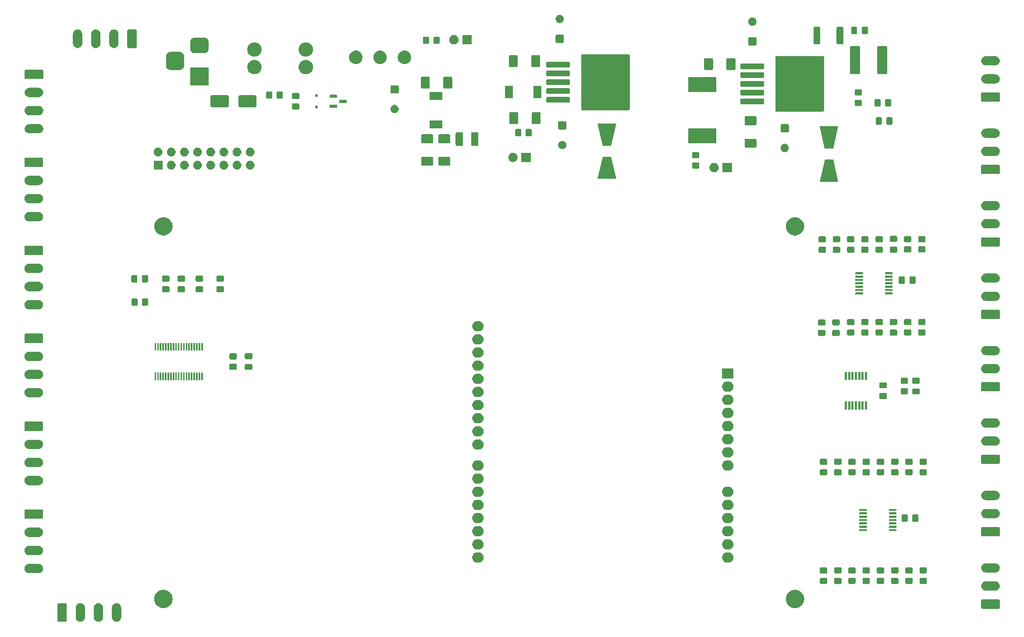
<source format=gbr>
%TF.GenerationSoftware,KiCad,Pcbnew,9.0.6-9.0.6~ubuntu24.04.1*%
%TF.CreationDate,2025-11-26T16:44:33+01:00*%
%TF.ProjectId,HVAC_STM32F7_PCB,48564143-5f53-4544-9d33-3246375f5043,rev?*%
%TF.SameCoordinates,Original*%
%TF.FileFunction,Soldermask,Top*%
%TF.FilePolarity,Negative*%
%FSLAX46Y46*%
G04 Gerber Fmt 4.6, Leading zero omitted, Abs format (unit mm)*
G04 Created by KiCad (PCBNEW 9.0.6-9.0.6~ubuntu24.04.1) date 2025-11-26 16:44:33*
%MOMM*%
%LPD*%
G01*
G04 APERTURE LIST*
G04 APERTURE END LIST*
G36*
X45654850Y-147200964D02*
G01*
X45705040Y-147206787D01*
X45722189Y-147214359D01*
X45745671Y-147219030D01*
X45770810Y-147235827D01*
X45790696Y-147244608D01*
X45804277Y-147258189D01*
X45826777Y-147273223D01*
X45841810Y-147295722D01*
X45855391Y-147309303D01*
X45864170Y-147329186D01*
X45880970Y-147354329D01*
X45885641Y-147377812D01*
X45893212Y-147394959D01*
X45899033Y-147445139D01*
X45900000Y-147450000D01*
X45900000Y-150550000D01*
X45899032Y-150554863D01*
X45893212Y-150605040D01*
X45885641Y-150622185D01*
X45880970Y-150645671D01*
X45864169Y-150670815D01*
X45855391Y-150690696D01*
X45841812Y-150704274D01*
X45826777Y-150726777D01*
X45804274Y-150741812D01*
X45790696Y-150755391D01*
X45770815Y-150764169D01*
X45745671Y-150780970D01*
X45722185Y-150785641D01*
X45705040Y-150793212D01*
X45654861Y-150799032D01*
X45650000Y-150800000D01*
X44350000Y-150800000D01*
X44345138Y-150799032D01*
X44294959Y-150793212D01*
X44277812Y-150785641D01*
X44254329Y-150780970D01*
X44229186Y-150764170D01*
X44209303Y-150755391D01*
X44195722Y-150741810D01*
X44173223Y-150726777D01*
X44158189Y-150704277D01*
X44144608Y-150690696D01*
X44135827Y-150670810D01*
X44119030Y-150645671D01*
X44114359Y-150622189D01*
X44106787Y-150605040D01*
X44100964Y-150554849D01*
X44100000Y-150550000D01*
X44100000Y-147450000D01*
X44100964Y-147445150D01*
X44106787Y-147394959D01*
X44114359Y-147377808D01*
X44119030Y-147354329D01*
X44135826Y-147329191D01*
X44144608Y-147309303D01*
X44158191Y-147295719D01*
X44173223Y-147273223D01*
X44195719Y-147258191D01*
X44209303Y-147244608D01*
X44229191Y-147235826D01*
X44254329Y-147219030D01*
X44277808Y-147214359D01*
X44294959Y-147206787D01*
X44345151Y-147200964D01*
X44350000Y-147200000D01*
X45650000Y-147200000D01*
X45654850Y-147200964D01*
G37*
G36*
X48761256Y-147238754D02*
G01*
X48924257Y-147306271D01*
X49070954Y-147404291D01*
X49195709Y-147529046D01*
X49293729Y-147675743D01*
X49361246Y-147838744D01*
X49395666Y-148011785D01*
X49400000Y-148100000D01*
X49400000Y-149900000D01*
X49395666Y-149988215D01*
X49361246Y-150161256D01*
X49293729Y-150324257D01*
X49195709Y-150470954D01*
X49070954Y-150595709D01*
X48924257Y-150693729D01*
X48761256Y-150761246D01*
X48588215Y-150795666D01*
X48411785Y-150795666D01*
X48238744Y-150761246D01*
X48075743Y-150693729D01*
X47929046Y-150595709D01*
X47804291Y-150470954D01*
X47706271Y-150324257D01*
X47638754Y-150161256D01*
X47604334Y-149988215D01*
X47600000Y-149900000D01*
X47600000Y-148100000D01*
X47604334Y-148011785D01*
X47638754Y-147838744D01*
X47706271Y-147675743D01*
X47804291Y-147529046D01*
X47929046Y-147404291D01*
X48075743Y-147306271D01*
X48238744Y-147238754D01*
X48411785Y-147204334D01*
X48588215Y-147204334D01*
X48761256Y-147238754D01*
G37*
G36*
X52261256Y-147238754D02*
G01*
X52424257Y-147306271D01*
X52570954Y-147404291D01*
X52695709Y-147529046D01*
X52793729Y-147675743D01*
X52861246Y-147838744D01*
X52895666Y-148011785D01*
X52900000Y-148100000D01*
X52900000Y-149900000D01*
X52895666Y-149988215D01*
X52861246Y-150161256D01*
X52793729Y-150324257D01*
X52695709Y-150470954D01*
X52570954Y-150595709D01*
X52424257Y-150693729D01*
X52261256Y-150761246D01*
X52088215Y-150795666D01*
X51911785Y-150795666D01*
X51738744Y-150761246D01*
X51575743Y-150693729D01*
X51429046Y-150595709D01*
X51304291Y-150470954D01*
X51206271Y-150324257D01*
X51138754Y-150161256D01*
X51104334Y-149988215D01*
X51100000Y-149900000D01*
X51100000Y-148100000D01*
X51104334Y-148011785D01*
X51138754Y-147838744D01*
X51206271Y-147675743D01*
X51304291Y-147529046D01*
X51429046Y-147404291D01*
X51575743Y-147306271D01*
X51738744Y-147238754D01*
X51911785Y-147204334D01*
X52088215Y-147204334D01*
X52261256Y-147238754D01*
G37*
G36*
X55761256Y-147238754D02*
G01*
X55924257Y-147306271D01*
X56070954Y-147404291D01*
X56195709Y-147529046D01*
X56293729Y-147675743D01*
X56361246Y-147838744D01*
X56395666Y-148011785D01*
X56400000Y-148100000D01*
X56400000Y-149900000D01*
X56395666Y-149988215D01*
X56361246Y-150161256D01*
X56293729Y-150324257D01*
X56195709Y-150470954D01*
X56070954Y-150595709D01*
X55924257Y-150693729D01*
X55761256Y-150761246D01*
X55588215Y-150795666D01*
X55411785Y-150795666D01*
X55238744Y-150761246D01*
X55075743Y-150693729D01*
X54929046Y-150595709D01*
X54804291Y-150470954D01*
X54706271Y-150324257D01*
X54638754Y-150161256D01*
X54604334Y-149988215D01*
X54600000Y-149900000D01*
X54600000Y-148100000D01*
X54604334Y-148011785D01*
X54638754Y-147838744D01*
X54706271Y-147675743D01*
X54804291Y-147529046D01*
X54929046Y-147404291D01*
X55075743Y-147306271D01*
X55238744Y-147238754D01*
X55411785Y-147204334D01*
X55588215Y-147204334D01*
X55761256Y-147238754D01*
G37*
G36*
X225854850Y-146475964D02*
G01*
X225905040Y-146481787D01*
X225922189Y-146489359D01*
X225945671Y-146494030D01*
X225970810Y-146510827D01*
X225990696Y-146519608D01*
X226004277Y-146533189D01*
X226026777Y-146548223D01*
X226041810Y-146570722D01*
X226055391Y-146584303D01*
X226064170Y-146604186D01*
X226080970Y-146629329D01*
X226085641Y-146652812D01*
X226093212Y-146669959D01*
X226099033Y-146720139D01*
X226100000Y-146725000D01*
X226100000Y-148025000D01*
X226099032Y-148029863D01*
X226093212Y-148080040D01*
X226085641Y-148097185D01*
X226080970Y-148120671D01*
X226064169Y-148145815D01*
X226055391Y-148165696D01*
X226041812Y-148179274D01*
X226026777Y-148201777D01*
X226004274Y-148216812D01*
X225990696Y-148230391D01*
X225970815Y-148239169D01*
X225945671Y-148255970D01*
X225922185Y-148260641D01*
X225905040Y-148268212D01*
X225854861Y-148274032D01*
X225850000Y-148275000D01*
X222750000Y-148275000D01*
X222745138Y-148274032D01*
X222694959Y-148268212D01*
X222677812Y-148260641D01*
X222654329Y-148255970D01*
X222629186Y-148239170D01*
X222609303Y-148230391D01*
X222595722Y-148216810D01*
X222573223Y-148201777D01*
X222558189Y-148179277D01*
X222544608Y-148165696D01*
X222535827Y-148145810D01*
X222519030Y-148120671D01*
X222514359Y-148097189D01*
X222506787Y-148080040D01*
X222500964Y-148029849D01*
X222500000Y-148025000D01*
X222500000Y-146725000D01*
X222500964Y-146720150D01*
X222506787Y-146669959D01*
X222514359Y-146652808D01*
X222519030Y-146629329D01*
X222535826Y-146604191D01*
X222544608Y-146584303D01*
X222558191Y-146570719D01*
X222573223Y-146548223D01*
X222595719Y-146533191D01*
X222609303Y-146519608D01*
X222629191Y-146510826D01*
X222654329Y-146494030D01*
X222677808Y-146489359D01*
X222694959Y-146481787D01*
X222745151Y-146475964D01*
X222750000Y-146475000D01*
X225850000Y-146475000D01*
X225854850Y-146475964D01*
G37*
G36*
X64895310Y-144639010D02*
G01*
X65118948Y-144698934D01*
X65332851Y-144787535D01*
X65533359Y-144903299D01*
X65717042Y-145044244D01*
X65880756Y-145207958D01*
X66021701Y-145391641D01*
X66137465Y-145592149D01*
X66226066Y-145806052D01*
X66285990Y-146029690D01*
X66316210Y-146259236D01*
X66316210Y-146490764D01*
X66285990Y-146720310D01*
X66226066Y-146943948D01*
X66137465Y-147157851D01*
X66021701Y-147358359D01*
X65880756Y-147542042D01*
X65717042Y-147705756D01*
X65533359Y-147846701D01*
X65332851Y-147962465D01*
X65118948Y-148051066D01*
X64895310Y-148110990D01*
X64665764Y-148141210D01*
X64434236Y-148141210D01*
X64204690Y-148110990D01*
X63981052Y-148051066D01*
X63767149Y-147962465D01*
X63566641Y-147846701D01*
X63382958Y-147705756D01*
X63219244Y-147542042D01*
X63078299Y-147358359D01*
X62962535Y-147157851D01*
X62873934Y-146943948D01*
X62814010Y-146720310D01*
X62783790Y-146490764D01*
X62783790Y-146259236D01*
X62814010Y-146029690D01*
X62873934Y-145806052D01*
X62962535Y-145592149D01*
X63078299Y-145391641D01*
X63219244Y-145207958D01*
X63382958Y-145044244D01*
X63566641Y-144903299D01*
X63767149Y-144787535D01*
X63981052Y-144698934D01*
X64204690Y-144639010D01*
X64434236Y-144608790D01*
X64665764Y-144608790D01*
X64895310Y-144639010D01*
G37*
G36*
X186895310Y-144639010D02*
G01*
X187118948Y-144698934D01*
X187332851Y-144787535D01*
X187533359Y-144903299D01*
X187717042Y-145044244D01*
X187880756Y-145207958D01*
X188021701Y-145391641D01*
X188137465Y-145592149D01*
X188226066Y-145806052D01*
X188285990Y-146029690D01*
X188316210Y-146259236D01*
X188316210Y-146490764D01*
X188285990Y-146720310D01*
X188226066Y-146943948D01*
X188137465Y-147157851D01*
X188021701Y-147358359D01*
X187880756Y-147542042D01*
X187717042Y-147705756D01*
X187533359Y-147846701D01*
X187332851Y-147962465D01*
X187118948Y-148051066D01*
X186895310Y-148110990D01*
X186665764Y-148141210D01*
X186434236Y-148141210D01*
X186204690Y-148110990D01*
X185981052Y-148051066D01*
X185767149Y-147962465D01*
X185566641Y-147846701D01*
X185382958Y-147705756D01*
X185219244Y-147542042D01*
X185078299Y-147358359D01*
X184962535Y-147157851D01*
X184873934Y-146943948D01*
X184814010Y-146720310D01*
X184783790Y-146490764D01*
X184783790Y-146259236D01*
X184814010Y-146029690D01*
X184873934Y-145806052D01*
X184962535Y-145592149D01*
X185078299Y-145391641D01*
X185219244Y-145207958D01*
X185382958Y-145044244D01*
X185566641Y-144903299D01*
X185767149Y-144787535D01*
X185981052Y-144698934D01*
X186204690Y-144639010D01*
X186434236Y-144608790D01*
X186665764Y-144608790D01*
X186895310Y-144639010D01*
G37*
G36*
X225288215Y-142979334D02*
G01*
X225461256Y-143013754D01*
X225624257Y-143081271D01*
X225770954Y-143179291D01*
X225895709Y-143304046D01*
X225993729Y-143450743D01*
X226061246Y-143613744D01*
X226095666Y-143786785D01*
X226095666Y-143963215D01*
X226061246Y-144136256D01*
X225993729Y-144299257D01*
X225895709Y-144445954D01*
X225770954Y-144570709D01*
X225624257Y-144668729D01*
X225461256Y-144736246D01*
X225288215Y-144770666D01*
X225200000Y-144775000D01*
X225198521Y-144775000D01*
X223401479Y-144775000D01*
X223400000Y-144775000D01*
X223311785Y-144770666D01*
X223138744Y-144736246D01*
X222975743Y-144668729D01*
X222829046Y-144570709D01*
X222704291Y-144445954D01*
X222606271Y-144299257D01*
X222538754Y-144136256D01*
X222504334Y-143963215D01*
X222504334Y-143786785D01*
X222538754Y-143613744D01*
X222606271Y-143450743D01*
X222704291Y-143304046D01*
X222829046Y-143179291D01*
X222975743Y-143081271D01*
X223138744Y-143013754D01*
X223311785Y-142979334D01*
X223400000Y-142975000D01*
X225200000Y-142975000D01*
X225288215Y-142979334D01*
G37*
G36*
X195279850Y-142325964D02*
G01*
X195330040Y-142331787D01*
X195347189Y-142339359D01*
X195370671Y-142344030D01*
X195395810Y-142360827D01*
X195415696Y-142369608D01*
X195429277Y-142383189D01*
X195451777Y-142398223D01*
X195466810Y-142420722D01*
X195480391Y-142434303D01*
X195489170Y-142454186D01*
X195505970Y-142479329D01*
X195510641Y-142502812D01*
X195518212Y-142519959D01*
X195524033Y-142570139D01*
X195525000Y-142575000D01*
X195525000Y-143250000D01*
X195524032Y-143254863D01*
X195518212Y-143305040D01*
X195510641Y-143322185D01*
X195505970Y-143345671D01*
X195489169Y-143370815D01*
X195480391Y-143390696D01*
X195466812Y-143404274D01*
X195451777Y-143426777D01*
X195429274Y-143441812D01*
X195415696Y-143455391D01*
X195395815Y-143464169D01*
X195370671Y-143480970D01*
X195347185Y-143485641D01*
X195330040Y-143493212D01*
X195279861Y-143499032D01*
X195275000Y-143500000D01*
X194325000Y-143500000D01*
X194320138Y-143499032D01*
X194269959Y-143493212D01*
X194252812Y-143485641D01*
X194229329Y-143480970D01*
X194204186Y-143464170D01*
X194184303Y-143455391D01*
X194170722Y-143441810D01*
X194148223Y-143426777D01*
X194133189Y-143404277D01*
X194119608Y-143390696D01*
X194110827Y-143370810D01*
X194094030Y-143345671D01*
X194089359Y-143322189D01*
X194081787Y-143305040D01*
X194075964Y-143254849D01*
X194075000Y-143250000D01*
X194075000Y-142575000D01*
X194075964Y-142570150D01*
X194081787Y-142519959D01*
X194089359Y-142502808D01*
X194094030Y-142479329D01*
X194110826Y-142454191D01*
X194119608Y-142434303D01*
X194133191Y-142420719D01*
X194148223Y-142398223D01*
X194170719Y-142383191D01*
X194184303Y-142369608D01*
X194204191Y-142360826D01*
X194229329Y-142344030D01*
X194252808Y-142339359D01*
X194269959Y-142331787D01*
X194320151Y-142325964D01*
X194325000Y-142325000D01*
X195275000Y-142325000D01*
X195279850Y-142325964D01*
G37*
G36*
X206279850Y-142325964D02*
G01*
X206330040Y-142331787D01*
X206347189Y-142339359D01*
X206370671Y-142344030D01*
X206395810Y-142360827D01*
X206415696Y-142369608D01*
X206429277Y-142383189D01*
X206451777Y-142398223D01*
X206466810Y-142420722D01*
X206480391Y-142434303D01*
X206489170Y-142454186D01*
X206505970Y-142479329D01*
X206510641Y-142502812D01*
X206518212Y-142519959D01*
X206524033Y-142570139D01*
X206525000Y-142575000D01*
X206525000Y-143250000D01*
X206524032Y-143254863D01*
X206518212Y-143305040D01*
X206510641Y-143322185D01*
X206505970Y-143345671D01*
X206489169Y-143370815D01*
X206480391Y-143390696D01*
X206466812Y-143404274D01*
X206451777Y-143426777D01*
X206429274Y-143441812D01*
X206415696Y-143455391D01*
X206395815Y-143464169D01*
X206370671Y-143480970D01*
X206347185Y-143485641D01*
X206330040Y-143493212D01*
X206279861Y-143499032D01*
X206275000Y-143500000D01*
X205325000Y-143500000D01*
X205320138Y-143499032D01*
X205269959Y-143493212D01*
X205252812Y-143485641D01*
X205229329Y-143480970D01*
X205204186Y-143464170D01*
X205184303Y-143455391D01*
X205170722Y-143441810D01*
X205148223Y-143426777D01*
X205133189Y-143404277D01*
X205119608Y-143390696D01*
X205110827Y-143370810D01*
X205094030Y-143345671D01*
X205089359Y-143322189D01*
X205081787Y-143305040D01*
X205075964Y-143254849D01*
X205075000Y-143250000D01*
X205075000Y-142575000D01*
X205075964Y-142570150D01*
X205081787Y-142519959D01*
X205089359Y-142502808D01*
X205094030Y-142479329D01*
X205110826Y-142454191D01*
X205119608Y-142434303D01*
X205133191Y-142420719D01*
X205148223Y-142398223D01*
X205170719Y-142383191D01*
X205184303Y-142369608D01*
X205204191Y-142360826D01*
X205229329Y-142344030D01*
X205252808Y-142339359D01*
X205269959Y-142331787D01*
X205320151Y-142325964D01*
X205325000Y-142325000D01*
X206275000Y-142325000D01*
X206279850Y-142325964D01*
G37*
G36*
X192504850Y-142275964D02*
G01*
X192555040Y-142281787D01*
X192572189Y-142289359D01*
X192595671Y-142294030D01*
X192620810Y-142310827D01*
X192640696Y-142319608D01*
X192654277Y-142333189D01*
X192676777Y-142348223D01*
X192691810Y-142370722D01*
X192705391Y-142384303D01*
X192714170Y-142404186D01*
X192730970Y-142429329D01*
X192735641Y-142452812D01*
X192743212Y-142469959D01*
X192749033Y-142520139D01*
X192750000Y-142525000D01*
X192750000Y-143225000D01*
X192749032Y-143229863D01*
X192743212Y-143280040D01*
X192735641Y-143297185D01*
X192730970Y-143320671D01*
X192714169Y-143345815D01*
X192705391Y-143365696D01*
X192691812Y-143379274D01*
X192676777Y-143401777D01*
X192654274Y-143416812D01*
X192640696Y-143430391D01*
X192620815Y-143439169D01*
X192595671Y-143455970D01*
X192572185Y-143460641D01*
X192555040Y-143468212D01*
X192504861Y-143474032D01*
X192500000Y-143475000D01*
X191600000Y-143475000D01*
X191595138Y-143474032D01*
X191544959Y-143468212D01*
X191527812Y-143460641D01*
X191504329Y-143455970D01*
X191479186Y-143439170D01*
X191459303Y-143430391D01*
X191445722Y-143416810D01*
X191423223Y-143401777D01*
X191408189Y-143379277D01*
X191394608Y-143365696D01*
X191385827Y-143345810D01*
X191369030Y-143320671D01*
X191364359Y-143297189D01*
X191356787Y-143280040D01*
X191350964Y-143229849D01*
X191350000Y-143225000D01*
X191350000Y-142525000D01*
X191350964Y-142520150D01*
X191356787Y-142469959D01*
X191364359Y-142452808D01*
X191369030Y-142429329D01*
X191385826Y-142404191D01*
X191394608Y-142384303D01*
X191408191Y-142370719D01*
X191423223Y-142348223D01*
X191445719Y-142333191D01*
X191459303Y-142319608D01*
X191479191Y-142310826D01*
X191504329Y-142294030D01*
X191527808Y-142289359D01*
X191544959Y-142281787D01*
X191595151Y-142275964D01*
X191600000Y-142275000D01*
X192500000Y-142275000D01*
X192504850Y-142275964D01*
G37*
G36*
X198004850Y-142275964D02*
G01*
X198055040Y-142281787D01*
X198072189Y-142289359D01*
X198095671Y-142294030D01*
X198120810Y-142310827D01*
X198140696Y-142319608D01*
X198154277Y-142333189D01*
X198176777Y-142348223D01*
X198191810Y-142370722D01*
X198205391Y-142384303D01*
X198214170Y-142404186D01*
X198230970Y-142429329D01*
X198235641Y-142452812D01*
X198243212Y-142469959D01*
X198249033Y-142520139D01*
X198250000Y-142525000D01*
X198250000Y-143225000D01*
X198249032Y-143229863D01*
X198243212Y-143280040D01*
X198235641Y-143297185D01*
X198230970Y-143320671D01*
X198214169Y-143345815D01*
X198205391Y-143365696D01*
X198191812Y-143379274D01*
X198176777Y-143401777D01*
X198154274Y-143416812D01*
X198140696Y-143430391D01*
X198120815Y-143439169D01*
X198095671Y-143455970D01*
X198072185Y-143460641D01*
X198055040Y-143468212D01*
X198004861Y-143474032D01*
X198000000Y-143475000D01*
X197100000Y-143475000D01*
X197095138Y-143474032D01*
X197044959Y-143468212D01*
X197027812Y-143460641D01*
X197004329Y-143455970D01*
X196979186Y-143439170D01*
X196959303Y-143430391D01*
X196945722Y-143416810D01*
X196923223Y-143401777D01*
X196908189Y-143379277D01*
X196894608Y-143365696D01*
X196885827Y-143345810D01*
X196869030Y-143320671D01*
X196864359Y-143297189D01*
X196856787Y-143280040D01*
X196850964Y-143229849D01*
X196850000Y-143225000D01*
X196850000Y-142525000D01*
X196850964Y-142520150D01*
X196856787Y-142469959D01*
X196864359Y-142452808D01*
X196869030Y-142429329D01*
X196885826Y-142404191D01*
X196894608Y-142384303D01*
X196908191Y-142370719D01*
X196923223Y-142348223D01*
X196945719Y-142333191D01*
X196959303Y-142319608D01*
X196979191Y-142310826D01*
X197004329Y-142294030D01*
X197027808Y-142289359D01*
X197044959Y-142281787D01*
X197095151Y-142275964D01*
X197100000Y-142275000D01*
X198000000Y-142275000D01*
X198004850Y-142275964D01*
G37*
G36*
X200754850Y-142275964D02*
G01*
X200805040Y-142281787D01*
X200822189Y-142289359D01*
X200845671Y-142294030D01*
X200870810Y-142310827D01*
X200890696Y-142319608D01*
X200904277Y-142333189D01*
X200926777Y-142348223D01*
X200941810Y-142370722D01*
X200955391Y-142384303D01*
X200964170Y-142404186D01*
X200980970Y-142429329D01*
X200985641Y-142452812D01*
X200993212Y-142469959D01*
X200999033Y-142520139D01*
X201000000Y-142525000D01*
X201000000Y-143225000D01*
X200999032Y-143229863D01*
X200993212Y-143280040D01*
X200985641Y-143297185D01*
X200980970Y-143320671D01*
X200964169Y-143345815D01*
X200955391Y-143365696D01*
X200941812Y-143379274D01*
X200926777Y-143401777D01*
X200904274Y-143416812D01*
X200890696Y-143430391D01*
X200870815Y-143439169D01*
X200845671Y-143455970D01*
X200822185Y-143460641D01*
X200805040Y-143468212D01*
X200754861Y-143474032D01*
X200750000Y-143475000D01*
X199850000Y-143475000D01*
X199845138Y-143474032D01*
X199794959Y-143468212D01*
X199777812Y-143460641D01*
X199754329Y-143455970D01*
X199729186Y-143439170D01*
X199709303Y-143430391D01*
X199695722Y-143416810D01*
X199673223Y-143401777D01*
X199658189Y-143379277D01*
X199644608Y-143365696D01*
X199635827Y-143345810D01*
X199619030Y-143320671D01*
X199614359Y-143297189D01*
X199606787Y-143280040D01*
X199600964Y-143229849D01*
X199600000Y-143225000D01*
X199600000Y-142525000D01*
X199600964Y-142520150D01*
X199606787Y-142469959D01*
X199614359Y-142452808D01*
X199619030Y-142429329D01*
X199635826Y-142404191D01*
X199644608Y-142384303D01*
X199658191Y-142370719D01*
X199673223Y-142348223D01*
X199695719Y-142333191D01*
X199709303Y-142319608D01*
X199729191Y-142310826D01*
X199754329Y-142294030D01*
X199777808Y-142289359D01*
X199794959Y-142281787D01*
X199845151Y-142275964D01*
X199850000Y-142275000D01*
X200750000Y-142275000D01*
X200754850Y-142275964D01*
G37*
G36*
X203504850Y-142275964D02*
G01*
X203555040Y-142281787D01*
X203572189Y-142289359D01*
X203595671Y-142294030D01*
X203620810Y-142310827D01*
X203640696Y-142319608D01*
X203654277Y-142333189D01*
X203676777Y-142348223D01*
X203691810Y-142370722D01*
X203705391Y-142384303D01*
X203714170Y-142404186D01*
X203730970Y-142429329D01*
X203735641Y-142452812D01*
X203743212Y-142469959D01*
X203749033Y-142520139D01*
X203750000Y-142525000D01*
X203750000Y-143225000D01*
X203749032Y-143229863D01*
X203743212Y-143280040D01*
X203735641Y-143297185D01*
X203730970Y-143320671D01*
X203714169Y-143345815D01*
X203705391Y-143365696D01*
X203691812Y-143379274D01*
X203676777Y-143401777D01*
X203654274Y-143416812D01*
X203640696Y-143430391D01*
X203620815Y-143439169D01*
X203595671Y-143455970D01*
X203572185Y-143460641D01*
X203555040Y-143468212D01*
X203504861Y-143474032D01*
X203500000Y-143475000D01*
X202600000Y-143475000D01*
X202595138Y-143474032D01*
X202544959Y-143468212D01*
X202527812Y-143460641D01*
X202504329Y-143455970D01*
X202479186Y-143439170D01*
X202459303Y-143430391D01*
X202445722Y-143416810D01*
X202423223Y-143401777D01*
X202408189Y-143379277D01*
X202394608Y-143365696D01*
X202385827Y-143345810D01*
X202369030Y-143320671D01*
X202364359Y-143297189D01*
X202356787Y-143280040D01*
X202350964Y-143229849D01*
X202350000Y-143225000D01*
X202350000Y-142525000D01*
X202350964Y-142520150D01*
X202356787Y-142469959D01*
X202364359Y-142452808D01*
X202369030Y-142429329D01*
X202385826Y-142404191D01*
X202394608Y-142384303D01*
X202408191Y-142370719D01*
X202423223Y-142348223D01*
X202445719Y-142333191D01*
X202459303Y-142319608D01*
X202479191Y-142310826D01*
X202504329Y-142294030D01*
X202527808Y-142289359D01*
X202544959Y-142281787D01*
X202595151Y-142275964D01*
X202600000Y-142275000D01*
X203500000Y-142275000D01*
X203504850Y-142275964D01*
G37*
G36*
X209004850Y-142275964D02*
G01*
X209055040Y-142281787D01*
X209072189Y-142289359D01*
X209095671Y-142294030D01*
X209120810Y-142310827D01*
X209140696Y-142319608D01*
X209154277Y-142333189D01*
X209176777Y-142348223D01*
X209191810Y-142370722D01*
X209205391Y-142384303D01*
X209214170Y-142404186D01*
X209230970Y-142429329D01*
X209235641Y-142452812D01*
X209243212Y-142469959D01*
X209249033Y-142520139D01*
X209250000Y-142525000D01*
X209250000Y-143225000D01*
X209249032Y-143229863D01*
X209243212Y-143280040D01*
X209235641Y-143297185D01*
X209230970Y-143320671D01*
X209214169Y-143345815D01*
X209205391Y-143365696D01*
X209191812Y-143379274D01*
X209176777Y-143401777D01*
X209154274Y-143416812D01*
X209140696Y-143430391D01*
X209120815Y-143439169D01*
X209095671Y-143455970D01*
X209072185Y-143460641D01*
X209055040Y-143468212D01*
X209004861Y-143474032D01*
X209000000Y-143475000D01*
X208100000Y-143475000D01*
X208095138Y-143474032D01*
X208044959Y-143468212D01*
X208027812Y-143460641D01*
X208004329Y-143455970D01*
X207979186Y-143439170D01*
X207959303Y-143430391D01*
X207945722Y-143416810D01*
X207923223Y-143401777D01*
X207908189Y-143379277D01*
X207894608Y-143365696D01*
X207885827Y-143345810D01*
X207869030Y-143320671D01*
X207864359Y-143297189D01*
X207856787Y-143280040D01*
X207850964Y-143229849D01*
X207850000Y-143225000D01*
X207850000Y-142525000D01*
X207850964Y-142520150D01*
X207856787Y-142469959D01*
X207864359Y-142452808D01*
X207869030Y-142429329D01*
X207885826Y-142404191D01*
X207894608Y-142384303D01*
X207908191Y-142370719D01*
X207923223Y-142348223D01*
X207945719Y-142333191D01*
X207959303Y-142319608D01*
X207979191Y-142310826D01*
X208004329Y-142294030D01*
X208027808Y-142289359D01*
X208044959Y-142281787D01*
X208095151Y-142275964D01*
X208100000Y-142275000D01*
X209000000Y-142275000D01*
X209004850Y-142275964D01*
G37*
G36*
X211754850Y-142275964D02*
G01*
X211805040Y-142281787D01*
X211822189Y-142289359D01*
X211845671Y-142294030D01*
X211870810Y-142310827D01*
X211890696Y-142319608D01*
X211904277Y-142333189D01*
X211926777Y-142348223D01*
X211941810Y-142370722D01*
X211955391Y-142384303D01*
X211964170Y-142404186D01*
X211980970Y-142429329D01*
X211985641Y-142452812D01*
X211993212Y-142469959D01*
X211999033Y-142520139D01*
X212000000Y-142525000D01*
X212000000Y-143225000D01*
X211999032Y-143229863D01*
X211993212Y-143280040D01*
X211985641Y-143297185D01*
X211980970Y-143320671D01*
X211964169Y-143345815D01*
X211955391Y-143365696D01*
X211941812Y-143379274D01*
X211926777Y-143401777D01*
X211904274Y-143416812D01*
X211890696Y-143430391D01*
X211870815Y-143439169D01*
X211845671Y-143455970D01*
X211822185Y-143460641D01*
X211805040Y-143468212D01*
X211754861Y-143474032D01*
X211750000Y-143475000D01*
X210850000Y-143475000D01*
X210845138Y-143474032D01*
X210794959Y-143468212D01*
X210777812Y-143460641D01*
X210754329Y-143455970D01*
X210729186Y-143439170D01*
X210709303Y-143430391D01*
X210695722Y-143416810D01*
X210673223Y-143401777D01*
X210658189Y-143379277D01*
X210644608Y-143365696D01*
X210635827Y-143345810D01*
X210619030Y-143320671D01*
X210614359Y-143297189D01*
X210606787Y-143280040D01*
X210600964Y-143229849D01*
X210600000Y-143225000D01*
X210600000Y-142525000D01*
X210600964Y-142520150D01*
X210606787Y-142469959D01*
X210614359Y-142452808D01*
X210619030Y-142429329D01*
X210635826Y-142404191D01*
X210644608Y-142384303D01*
X210658191Y-142370719D01*
X210673223Y-142348223D01*
X210695719Y-142333191D01*
X210709303Y-142319608D01*
X210729191Y-142310826D01*
X210754329Y-142294030D01*
X210777808Y-142289359D01*
X210794959Y-142281787D01*
X210845151Y-142275964D01*
X210850000Y-142275000D01*
X211750000Y-142275000D01*
X211754850Y-142275964D01*
G37*
G36*
X192504850Y-140275964D02*
G01*
X192555040Y-140281787D01*
X192572189Y-140289359D01*
X192595671Y-140294030D01*
X192620810Y-140310827D01*
X192640696Y-140319608D01*
X192654277Y-140333189D01*
X192676777Y-140348223D01*
X192691810Y-140370722D01*
X192705391Y-140384303D01*
X192714170Y-140404186D01*
X192730970Y-140429329D01*
X192735641Y-140452812D01*
X192743212Y-140469959D01*
X192749033Y-140520139D01*
X192750000Y-140525000D01*
X192750000Y-141225000D01*
X192749032Y-141229863D01*
X192743212Y-141280040D01*
X192735641Y-141297185D01*
X192730970Y-141320671D01*
X192714169Y-141345815D01*
X192705391Y-141365696D01*
X192691812Y-141379274D01*
X192676777Y-141401777D01*
X192654274Y-141416812D01*
X192640696Y-141430391D01*
X192620815Y-141439169D01*
X192595671Y-141455970D01*
X192572185Y-141460641D01*
X192555040Y-141468212D01*
X192504861Y-141474032D01*
X192500000Y-141475000D01*
X191600000Y-141475000D01*
X191595138Y-141474032D01*
X191544959Y-141468212D01*
X191527812Y-141460641D01*
X191504329Y-141455970D01*
X191479186Y-141439170D01*
X191459303Y-141430391D01*
X191445722Y-141416810D01*
X191423223Y-141401777D01*
X191408189Y-141379277D01*
X191394608Y-141365696D01*
X191385827Y-141345810D01*
X191369030Y-141320671D01*
X191364359Y-141297189D01*
X191356787Y-141280040D01*
X191350964Y-141229849D01*
X191350000Y-141225000D01*
X191350000Y-140525000D01*
X191350964Y-140520150D01*
X191356787Y-140469959D01*
X191364359Y-140452808D01*
X191369030Y-140429329D01*
X191385826Y-140404191D01*
X191394608Y-140384303D01*
X191408191Y-140370719D01*
X191423223Y-140348223D01*
X191445719Y-140333191D01*
X191459303Y-140319608D01*
X191479191Y-140310826D01*
X191504329Y-140294030D01*
X191527808Y-140289359D01*
X191544959Y-140281787D01*
X191595151Y-140275964D01*
X191600000Y-140275000D01*
X192500000Y-140275000D01*
X192504850Y-140275964D01*
G37*
G36*
X198004850Y-140275964D02*
G01*
X198055040Y-140281787D01*
X198072189Y-140289359D01*
X198095671Y-140294030D01*
X198120810Y-140310827D01*
X198140696Y-140319608D01*
X198154277Y-140333189D01*
X198176777Y-140348223D01*
X198191810Y-140370722D01*
X198205391Y-140384303D01*
X198214170Y-140404186D01*
X198230970Y-140429329D01*
X198235641Y-140452812D01*
X198243212Y-140469959D01*
X198249033Y-140520139D01*
X198250000Y-140525000D01*
X198250000Y-141225000D01*
X198249032Y-141229863D01*
X198243212Y-141280040D01*
X198235641Y-141297185D01*
X198230970Y-141320671D01*
X198214169Y-141345815D01*
X198205391Y-141365696D01*
X198191812Y-141379274D01*
X198176777Y-141401777D01*
X198154274Y-141416812D01*
X198140696Y-141430391D01*
X198120815Y-141439169D01*
X198095671Y-141455970D01*
X198072185Y-141460641D01*
X198055040Y-141468212D01*
X198004861Y-141474032D01*
X198000000Y-141475000D01*
X197100000Y-141475000D01*
X197095138Y-141474032D01*
X197044959Y-141468212D01*
X197027812Y-141460641D01*
X197004329Y-141455970D01*
X196979186Y-141439170D01*
X196959303Y-141430391D01*
X196945722Y-141416810D01*
X196923223Y-141401777D01*
X196908189Y-141379277D01*
X196894608Y-141365696D01*
X196885827Y-141345810D01*
X196869030Y-141320671D01*
X196864359Y-141297189D01*
X196856787Y-141280040D01*
X196850964Y-141229849D01*
X196850000Y-141225000D01*
X196850000Y-140525000D01*
X196850964Y-140520150D01*
X196856787Y-140469959D01*
X196864359Y-140452808D01*
X196869030Y-140429329D01*
X196885826Y-140404191D01*
X196894608Y-140384303D01*
X196908191Y-140370719D01*
X196923223Y-140348223D01*
X196945719Y-140333191D01*
X196959303Y-140319608D01*
X196979191Y-140310826D01*
X197004329Y-140294030D01*
X197027808Y-140289359D01*
X197044959Y-140281787D01*
X197095151Y-140275964D01*
X197100000Y-140275000D01*
X198000000Y-140275000D01*
X198004850Y-140275964D01*
G37*
G36*
X200754850Y-140275964D02*
G01*
X200805040Y-140281787D01*
X200822189Y-140289359D01*
X200845671Y-140294030D01*
X200870810Y-140310827D01*
X200890696Y-140319608D01*
X200904277Y-140333189D01*
X200926777Y-140348223D01*
X200941810Y-140370722D01*
X200955391Y-140384303D01*
X200964170Y-140404186D01*
X200980970Y-140429329D01*
X200985641Y-140452812D01*
X200993212Y-140469959D01*
X200999033Y-140520139D01*
X201000000Y-140525000D01*
X201000000Y-141225000D01*
X200999032Y-141229863D01*
X200993212Y-141280040D01*
X200985641Y-141297185D01*
X200980970Y-141320671D01*
X200964169Y-141345815D01*
X200955391Y-141365696D01*
X200941812Y-141379274D01*
X200926777Y-141401777D01*
X200904274Y-141416812D01*
X200890696Y-141430391D01*
X200870815Y-141439169D01*
X200845671Y-141455970D01*
X200822185Y-141460641D01*
X200805040Y-141468212D01*
X200754861Y-141474032D01*
X200750000Y-141475000D01*
X199850000Y-141475000D01*
X199845138Y-141474032D01*
X199794959Y-141468212D01*
X199777812Y-141460641D01*
X199754329Y-141455970D01*
X199729186Y-141439170D01*
X199709303Y-141430391D01*
X199695722Y-141416810D01*
X199673223Y-141401777D01*
X199658189Y-141379277D01*
X199644608Y-141365696D01*
X199635827Y-141345810D01*
X199619030Y-141320671D01*
X199614359Y-141297189D01*
X199606787Y-141280040D01*
X199600964Y-141229849D01*
X199600000Y-141225000D01*
X199600000Y-140525000D01*
X199600964Y-140520150D01*
X199606787Y-140469959D01*
X199614359Y-140452808D01*
X199619030Y-140429329D01*
X199635826Y-140404191D01*
X199644608Y-140384303D01*
X199658191Y-140370719D01*
X199673223Y-140348223D01*
X199695719Y-140333191D01*
X199709303Y-140319608D01*
X199729191Y-140310826D01*
X199754329Y-140294030D01*
X199777808Y-140289359D01*
X199794959Y-140281787D01*
X199845151Y-140275964D01*
X199850000Y-140275000D01*
X200750000Y-140275000D01*
X200754850Y-140275964D01*
G37*
G36*
X203504850Y-140275964D02*
G01*
X203555040Y-140281787D01*
X203572189Y-140289359D01*
X203595671Y-140294030D01*
X203620810Y-140310827D01*
X203640696Y-140319608D01*
X203654277Y-140333189D01*
X203676777Y-140348223D01*
X203691810Y-140370722D01*
X203705391Y-140384303D01*
X203714170Y-140404186D01*
X203730970Y-140429329D01*
X203735641Y-140452812D01*
X203743212Y-140469959D01*
X203749033Y-140520139D01*
X203750000Y-140525000D01*
X203750000Y-141225000D01*
X203749032Y-141229863D01*
X203743212Y-141280040D01*
X203735641Y-141297185D01*
X203730970Y-141320671D01*
X203714169Y-141345815D01*
X203705391Y-141365696D01*
X203691812Y-141379274D01*
X203676777Y-141401777D01*
X203654274Y-141416812D01*
X203640696Y-141430391D01*
X203620815Y-141439169D01*
X203595671Y-141455970D01*
X203572185Y-141460641D01*
X203555040Y-141468212D01*
X203504861Y-141474032D01*
X203500000Y-141475000D01*
X202600000Y-141475000D01*
X202595138Y-141474032D01*
X202544959Y-141468212D01*
X202527812Y-141460641D01*
X202504329Y-141455970D01*
X202479186Y-141439170D01*
X202459303Y-141430391D01*
X202445722Y-141416810D01*
X202423223Y-141401777D01*
X202408189Y-141379277D01*
X202394608Y-141365696D01*
X202385827Y-141345810D01*
X202369030Y-141320671D01*
X202364359Y-141297189D01*
X202356787Y-141280040D01*
X202350964Y-141229849D01*
X202350000Y-141225000D01*
X202350000Y-140525000D01*
X202350964Y-140520150D01*
X202356787Y-140469959D01*
X202364359Y-140452808D01*
X202369030Y-140429329D01*
X202385826Y-140404191D01*
X202394608Y-140384303D01*
X202408191Y-140370719D01*
X202423223Y-140348223D01*
X202445719Y-140333191D01*
X202459303Y-140319608D01*
X202479191Y-140310826D01*
X202504329Y-140294030D01*
X202527808Y-140289359D01*
X202544959Y-140281787D01*
X202595151Y-140275964D01*
X202600000Y-140275000D01*
X203500000Y-140275000D01*
X203504850Y-140275964D01*
G37*
G36*
X209004850Y-140275964D02*
G01*
X209055040Y-140281787D01*
X209072189Y-140289359D01*
X209095671Y-140294030D01*
X209120810Y-140310827D01*
X209140696Y-140319608D01*
X209154277Y-140333189D01*
X209176777Y-140348223D01*
X209191810Y-140370722D01*
X209205391Y-140384303D01*
X209214170Y-140404186D01*
X209230970Y-140429329D01*
X209235641Y-140452812D01*
X209243212Y-140469959D01*
X209249033Y-140520139D01*
X209250000Y-140525000D01*
X209250000Y-141225000D01*
X209249032Y-141229863D01*
X209243212Y-141280040D01*
X209235641Y-141297185D01*
X209230970Y-141320671D01*
X209214169Y-141345815D01*
X209205391Y-141365696D01*
X209191812Y-141379274D01*
X209176777Y-141401777D01*
X209154274Y-141416812D01*
X209140696Y-141430391D01*
X209120815Y-141439169D01*
X209095671Y-141455970D01*
X209072185Y-141460641D01*
X209055040Y-141468212D01*
X209004861Y-141474032D01*
X209000000Y-141475000D01*
X208100000Y-141475000D01*
X208095138Y-141474032D01*
X208044959Y-141468212D01*
X208027812Y-141460641D01*
X208004329Y-141455970D01*
X207979186Y-141439170D01*
X207959303Y-141430391D01*
X207945722Y-141416810D01*
X207923223Y-141401777D01*
X207908189Y-141379277D01*
X207894608Y-141365696D01*
X207885827Y-141345810D01*
X207869030Y-141320671D01*
X207864359Y-141297189D01*
X207856787Y-141280040D01*
X207850964Y-141229849D01*
X207850000Y-141225000D01*
X207850000Y-140525000D01*
X207850964Y-140520150D01*
X207856787Y-140469959D01*
X207864359Y-140452808D01*
X207869030Y-140429329D01*
X207885826Y-140404191D01*
X207894608Y-140384303D01*
X207908191Y-140370719D01*
X207923223Y-140348223D01*
X207945719Y-140333191D01*
X207959303Y-140319608D01*
X207979191Y-140310826D01*
X208004329Y-140294030D01*
X208027808Y-140289359D01*
X208044959Y-140281787D01*
X208095151Y-140275964D01*
X208100000Y-140275000D01*
X209000000Y-140275000D01*
X209004850Y-140275964D01*
G37*
G36*
X211754850Y-140275964D02*
G01*
X211805040Y-140281787D01*
X211822189Y-140289359D01*
X211845671Y-140294030D01*
X211870810Y-140310827D01*
X211890696Y-140319608D01*
X211904277Y-140333189D01*
X211926777Y-140348223D01*
X211941810Y-140370722D01*
X211955391Y-140384303D01*
X211964170Y-140404186D01*
X211980970Y-140429329D01*
X211985641Y-140452812D01*
X211993212Y-140469959D01*
X211999033Y-140520139D01*
X212000000Y-140525000D01*
X212000000Y-141225000D01*
X211999032Y-141229863D01*
X211993212Y-141280040D01*
X211985641Y-141297185D01*
X211980970Y-141320671D01*
X211964169Y-141345815D01*
X211955391Y-141365696D01*
X211941812Y-141379274D01*
X211926777Y-141401777D01*
X211904274Y-141416812D01*
X211890696Y-141430391D01*
X211870815Y-141439169D01*
X211845671Y-141455970D01*
X211822185Y-141460641D01*
X211805040Y-141468212D01*
X211754861Y-141474032D01*
X211750000Y-141475000D01*
X210850000Y-141475000D01*
X210845138Y-141474032D01*
X210794959Y-141468212D01*
X210777812Y-141460641D01*
X210754329Y-141455970D01*
X210729186Y-141439170D01*
X210709303Y-141430391D01*
X210695722Y-141416810D01*
X210673223Y-141401777D01*
X210658189Y-141379277D01*
X210644608Y-141365696D01*
X210635827Y-141345810D01*
X210619030Y-141320671D01*
X210614359Y-141297189D01*
X210606787Y-141280040D01*
X210600964Y-141229849D01*
X210600000Y-141225000D01*
X210600000Y-140525000D01*
X210600964Y-140520150D01*
X210606787Y-140469959D01*
X210614359Y-140452808D01*
X210619030Y-140429329D01*
X210635826Y-140404191D01*
X210644608Y-140384303D01*
X210658191Y-140370719D01*
X210673223Y-140348223D01*
X210695719Y-140333191D01*
X210709303Y-140319608D01*
X210729191Y-140310826D01*
X210754329Y-140294030D01*
X210777808Y-140289359D01*
X210794959Y-140281787D01*
X210845151Y-140275964D01*
X210850000Y-140275000D01*
X211750000Y-140275000D01*
X211754850Y-140275964D01*
G37*
G36*
X195279850Y-140250964D02*
G01*
X195330040Y-140256787D01*
X195347189Y-140264359D01*
X195370671Y-140269030D01*
X195395810Y-140285827D01*
X195415696Y-140294608D01*
X195429277Y-140308189D01*
X195451777Y-140323223D01*
X195466810Y-140345722D01*
X195480391Y-140359303D01*
X195489170Y-140379186D01*
X195505970Y-140404329D01*
X195510641Y-140427812D01*
X195518212Y-140444959D01*
X195524033Y-140495139D01*
X195525000Y-140500000D01*
X195525000Y-141175000D01*
X195524032Y-141179863D01*
X195518212Y-141230040D01*
X195510641Y-141247185D01*
X195505970Y-141270671D01*
X195489169Y-141295815D01*
X195480391Y-141315696D01*
X195466812Y-141329274D01*
X195451777Y-141351777D01*
X195429274Y-141366812D01*
X195415696Y-141380391D01*
X195395815Y-141389169D01*
X195370671Y-141405970D01*
X195347185Y-141410641D01*
X195330040Y-141418212D01*
X195279861Y-141424032D01*
X195275000Y-141425000D01*
X194325000Y-141425000D01*
X194320138Y-141424032D01*
X194269959Y-141418212D01*
X194252812Y-141410641D01*
X194229329Y-141405970D01*
X194204186Y-141389170D01*
X194184303Y-141380391D01*
X194170722Y-141366810D01*
X194148223Y-141351777D01*
X194133189Y-141329277D01*
X194119608Y-141315696D01*
X194110827Y-141295810D01*
X194094030Y-141270671D01*
X194089359Y-141247189D01*
X194081787Y-141230040D01*
X194075964Y-141179849D01*
X194075000Y-141175000D01*
X194075000Y-140500000D01*
X194075964Y-140495150D01*
X194081787Y-140444959D01*
X194089359Y-140427808D01*
X194094030Y-140404329D01*
X194110826Y-140379191D01*
X194119608Y-140359303D01*
X194133191Y-140345719D01*
X194148223Y-140323223D01*
X194170719Y-140308191D01*
X194184303Y-140294608D01*
X194204191Y-140285826D01*
X194229329Y-140269030D01*
X194252808Y-140264359D01*
X194269959Y-140256787D01*
X194320151Y-140250964D01*
X194325000Y-140250000D01*
X195275000Y-140250000D01*
X195279850Y-140250964D01*
G37*
G36*
X206279850Y-140250964D02*
G01*
X206330040Y-140256787D01*
X206347189Y-140264359D01*
X206370671Y-140269030D01*
X206395810Y-140285827D01*
X206415696Y-140294608D01*
X206429277Y-140308189D01*
X206451777Y-140323223D01*
X206466810Y-140345722D01*
X206480391Y-140359303D01*
X206489170Y-140379186D01*
X206505970Y-140404329D01*
X206510641Y-140427812D01*
X206518212Y-140444959D01*
X206524033Y-140495139D01*
X206525000Y-140500000D01*
X206525000Y-141175000D01*
X206524032Y-141179863D01*
X206518212Y-141230040D01*
X206510641Y-141247185D01*
X206505970Y-141270671D01*
X206489169Y-141295815D01*
X206480391Y-141315696D01*
X206466812Y-141329274D01*
X206451777Y-141351777D01*
X206429274Y-141366812D01*
X206415696Y-141380391D01*
X206395815Y-141389169D01*
X206370671Y-141405970D01*
X206347185Y-141410641D01*
X206330040Y-141418212D01*
X206279861Y-141424032D01*
X206275000Y-141425000D01*
X205325000Y-141425000D01*
X205320138Y-141424032D01*
X205269959Y-141418212D01*
X205252812Y-141410641D01*
X205229329Y-141405970D01*
X205204186Y-141389170D01*
X205184303Y-141380391D01*
X205170722Y-141366810D01*
X205148223Y-141351777D01*
X205133189Y-141329277D01*
X205119608Y-141315696D01*
X205110827Y-141295810D01*
X205094030Y-141270671D01*
X205089359Y-141247189D01*
X205081787Y-141230040D01*
X205075964Y-141179849D01*
X205075000Y-141175000D01*
X205075000Y-140500000D01*
X205075964Y-140495150D01*
X205081787Y-140444959D01*
X205089359Y-140427808D01*
X205094030Y-140404329D01*
X205110826Y-140379191D01*
X205119608Y-140359303D01*
X205133191Y-140345719D01*
X205148223Y-140323223D01*
X205170719Y-140308191D01*
X205184303Y-140294608D01*
X205204191Y-140285826D01*
X205229329Y-140269030D01*
X205252808Y-140264359D01*
X205269959Y-140256787D01*
X205320151Y-140250964D01*
X205325000Y-140250000D01*
X206275000Y-140250000D01*
X206279850Y-140250964D01*
G37*
G36*
X40488215Y-139604334D02*
G01*
X40661256Y-139638754D01*
X40824257Y-139706271D01*
X40970954Y-139804291D01*
X41095709Y-139929046D01*
X41193729Y-140075743D01*
X41261246Y-140238744D01*
X41295666Y-140411785D01*
X41295666Y-140588215D01*
X41261246Y-140761256D01*
X41193729Y-140924257D01*
X41095709Y-141070954D01*
X40970954Y-141195709D01*
X40824257Y-141293729D01*
X40661256Y-141361246D01*
X40488215Y-141395666D01*
X40400000Y-141400000D01*
X40398521Y-141400000D01*
X38601479Y-141400000D01*
X38600000Y-141400000D01*
X38511785Y-141395666D01*
X38338744Y-141361246D01*
X38175743Y-141293729D01*
X38029046Y-141195709D01*
X37904291Y-141070954D01*
X37806271Y-140924257D01*
X37738754Y-140761256D01*
X37704334Y-140588215D01*
X37704334Y-140411785D01*
X37738754Y-140238744D01*
X37806271Y-140075743D01*
X37904291Y-139929046D01*
X38029046Y-139804291D01*
X38175743Y-139706271D01*
X38338744Y-139638754D01*
X38511785Y-139604334D01*
X38600000Y-139600000D01*
X40400000Y-139600000D01*
X40488215Y-139604334D01*
G37*
G36*
X225288215Y-139479334D02*
G01*
X225461256Y-139513754D01*
X225624257Y-139581271D01*
X225770954Y-139679291D01*
X225895709Y-139804046D01*
X225993729Y-139950743D01*
X226061246Y-140113744D01*
X226095666Y-140286785D01*
X226095666Y-140463215D01*
X226061246Y-140636256D01*
X225993729Y-140799257D01*
X225895709Y-140945954D01*
X225770954Y-141070709D01*
X225624257Y-141168729D01*
X225461256Y-141236246D01*
X225288215Y-141270666D01*
X225200000Y-141275000D01*
X225198521Y-141275000D01*
X223401479Y-141275000D01*
X223400000Y-141275000D01*
X223311785Y-141270666D01*
X223138744Y-141236246D01*
X222975743Y-141168729D01*
X222829046Y-141070709D01*
X222704291Y-140945954D01*
X222606271Y-140799257D01*
X222538754Y-140636256D01*
X222504334Y-140463215D01*
X222504334Y-140286785D01*
X222538754Y-140113744D01*
X222606271Y-139950743D01*
X222704291Y-139804046D01*
X222829046Y-139679291D01*
X222975743Y-139581271D01*
X223138744Y-139513754D01*
X223311785Y-139479334D01*
X223400000Y-139475000D01*
X225200000Y-139475000D01*
X225288215Y-139479334D01*
G37*
G36*
X125488017Y-137379815D02*
G01*
X125680285Y-137418060D01*
X125861397Y-137493079D01*
X126024393Y-137601990D01*
X126163010Y-137740607D01*
X126271921Y-137903603D01*
X126346940Y-138084715D01*
X126385185Y-138276983D01*
X126385185Y-138473017D01*
X126346940Y-138665285D01*
X126271921Y-138846397D01*
X126163010Y-139009393D01*
X126024393Y-139148010D01*
X125861397Y-139256921D01*
X125680285Y-139331940D01*
X125488017Y-139370185D01*
X125390000Y-139375000D01*
X125388522Y-139375000D01*
X125191478Y-139375000D01*
X125190000Y-139375000D01*
X125091983Y-139370185D01*
X124899715Y-139331940D01*
X124718603Y-139256921D01*
X124555607Y-139148010D01*
X124416990Y-139009393D01*
X124308079Y-138846397D01*
X124233060Y-138665285D01*
X124194815Y-138473017D01*
X124194815Y-138276983D01*
X124233060Y-138084715D01*
X124308079Y-137903603D01*
X124416990Y-137740607D01*
X124555607Y-137601990D01*
X124718603Y-137493079D01*
X124899715Y-137418060D01*
X125091983Y-137379815D01*
X125190000Y-137375000D01*
X125390000Y-137375000D01*
X125488017Y-137379815D01*
G37*
G36*
X173748017Y-137379815D02*
G01*
X173940285Y-137418060D01*
X174121397Y-137493079D01*
X174284393Y-137601990D01*
X174423010Y-137740607D01*
X174531921Y-137903603D01*
X174606940Y-138084715D01*
X174645185Y-138276983D01*
X174645185Y-138473017D01*
X174606940Y-138665285D01*
X174531921Y-138846397D01*
X174423010Y-139009393D01*
X174284393Y-139148010D01*
X174121397Y-139256921D01*
X173940285Y-139331940D01*
X173748017Y-139370185D01*
X173650000Y-139375000D01*
X173648522Y-139375000D01*
X173451478Y-139375000D01*
X173450000Y-139375000D01*
X173351983Y-139370185D01*
X173159715Y-139331940D01*
X172978603Y-139256921D01*
X172815607Y-139148010D01*
X172676990Y-139009393D01*
X172568079Y-138846397D01*
X172493060Y-138665285D01*
X172454815Y-138473017D01*
X172454815Y-138276983D01*
X172493060Y-138084715D01*
X172568079Y-137903603D01*
X172676990Y-137740607D01*
X172815607Y-137601990D01*
X172978603Y-137493079D01*
X173159715Y-137418060D01*
X173351983Y-137379815D01*
X173450000Y-137375000D01*
X173650000Y-137375000D01*
X173748017Y-137379815D01*
G37*
G36*
X40488215Y-136104334D02*
G01*
X40661256Y-136138754D01*
X40824257Y-136206271D01*
X40970954Y-136304291D01*
X41095709Y-136429046D01*
X41193729Y-136575743D01*
X41261246Y-136738744D01*
X41295666Y-136911785D01*
X41295666Y-137088215D01*
X41261246Y-137261256D01*
X41193729Y-137424257D01*
X41095709Y-137570954D01*
X40970954Y-137695709D01*
X40824257Y-137793729D01*
X40661256Y-137861246D01*
X40488215Y-137895666D01*
X40400000Y-137900000D01*
X40398521Y-137900000D01*
X38601479Y-137900000D01*
X38600000Y-137900000D01*
X38511785Y-137895666D01*
X38338744Y-137861246D01*
X38175743Y-137793729D01*
X38029046Y-137695709D01*
X37904291Y-137570954D01*
X37806271Y-137424257D01*
X37738754Y-137261256D01*
X37704334Y-137088215D01*
X37704334Y-136911785D01*
X37738754Y-136738744D01*
X37806271Y-136575743D01*
X37904291Y-136429046D01*
X38029046Y-136304291D01*
X38175743Y-136206271D01*
X38338744Y-136138754D01*
X38511785Y-136104334D01*
X38600000Y-136100000D01*
X40400000Y-136100000D01*
X40488215Y-136104334D01*
G37*
G36*
X125488017Y-134839815D02*
G01*
X125680285Y-134878060D01*
X125861397Y-134953079D01*
X126024393Y-135061990D01*
X126163010Y-135200607D01*
X126271921Y-135363603D01*
X126346940Y-135544715D01*
X126385185Y-135736983D01*
X126385185Y-135933017D01*
X126346940Y-136125285D01*
X126271921Y-136306397D01*
X126163010Y-136469393D01*
X126024393Y-136608010D01*
X125861397Y-136716921D01*
X125680285Y-136791940D01*
X125488017Y-136830185D01*
X125390000Y-136835000D01*
X125388522Y-136835000D01*
X125191478Y-136835000D01*
X125190000Y-136835000D01*
X125091983Y-136830185D01*
X124899715Y-136791940D01*
X124718603Y-136716921D01*
X124555607Y-136608010D01*
X124416990Y-136469393D01*
X124308079Y-136306397D01*
X124233060Y-136125285D01*
X124194815Y-135933017D01*
X124194815Y-135736983D01*
X124233060Y-135544715D01*
X124308079Y-135363603D01*
X124416990Y-135200607D01*
X124555607Y-135061990D01*
X124718603Y-134953079D01*
X124899715Y-134878060D01*
X125091983Y-134839815D01*
X125190000Y-134835000D01*
X125390000Y-134835000D01*
X125488017Y-134839815D01*
G37*
G36*
X173748017Y-134839815D02*
G01*
X173940285Y-134878060D01*
X174121397Y-134953079D01*
X174284393Y-135061990D01*
X174423010Y-135200607D01*
X174531921Y-135363603D01*
X174606940Y-135544715D01*
X174645185Y-135736983D01*
X174645185Y-135933017D01*
X174606940Y-136125285D01*
X174531921Y-136306397D01*
X174423010Y-136469393D01*
X174284393Y-136608010D01*
X174121397Y-136716921D01*
X173940285Y-136791940D01*
X173748017Y-136830185D01*
X173650000Y-136835000D01*
X173648522Y-136835000D01*
X173451478Y-136835000D01*
X173450000Y-136835000D01*
X173351983Y-136830185D01*
X173159715Y-136791940D01*
X172978603Y-136716921D01*
X172815607Y-136608010D01*
X172676990Y-136469393D01*
X172568079Y-136306397D01*
X172493060Y-136125285D01*
X172454815Y-135933017D01*
X172454815Y-135736983D01*
X172493060Y-135544715D01*
X172568079Y-135363603D01*
X172676990Y-135200607D01*
X172815607Y-135061990D01*
X172978603Y-134953079D01*
X173159715Y-134878060D01*
X173351983Y-134839815D01*
X173450000Y-134835000D01*
X173650000Y-134835000D01*
X173748017Y-134839815D01*
G37*
G36*
X40488215Y-132604334D02*
G01*
X40661256Y-132638754D01*
X40824257Y-132706271D01*
X40970954Y-132804291D01*
X41095709Y-132929046D01*
X41193729Y-133075743D01*
X41261246Y-133238744D01*
X41295666Y-133411785D01*
X41295666Y-133588215D01*
X41261246Y-133761256D01*
X41193729Y-133924257D01*
X41095709Y-134070954D01*
X40970954Y-134195709D01*
X40824257Y-134293729D01*
X40661256Y-134361246D01*
X40488215Y-134395666D01*
X40400000Y-134400000D01*
X40398521Y-134400000D01*
X38601479Y-134400000D01*
X38600000Y-134400000D01*
X38511785Y-134395666D01*
X38338744Y-134361246D01*
X38175743Y-134293729D01*
X38029046Y-134195709D01*
X37904291Y-134070954D01*
X37806271Y-133924257D01*
X37738754Y-133761256D01*
X37704334Y-133588215D01*
X37704334Y-133411785D01*
X37738754Y-133238744D01*
X37806271Y-133075743D01*
X37904291Y-132929046D01*
X38029046Y-132804291D01*
X38175743Y-132706271D01*
X38338744Y-132638754D01*
X38511785Y-132604334D01*
X38600000Y-132600000D01*
X40400000Y-132600000D01*
X40488215Y-132604334D01*
G37*
G36*
X125488017Y-132299815D02*
G01*
X125680285Y-132338060D01*
X125861397Y-132413079D01*
X126024393Y-132521990D01*
X126163010Y-132660607D01*
X126271921Y-132823603D01*
X126346940Y-133004715D01*
X126385185Y-133196983D01*
X126385185Y-133393017D01*
X126346940Y-133585285D01*
X126271921Y-133766397D01*
X126163010Y-133929393D01*
X126024393Y-134068010D01*
X125861397Y-134176921D01*
X125680285Y-134251940D01*
X125488017Y-134290185D01*
X125390000Y-134295000D01*
X125388522Y-134295000D01*
X125191478Y-134295000D01*
X125190000Y-134295000D01*
X125091983Y-134290185D01*
X124899715Y-134251940D01*
X124718603Y-134176921D01*
X124555607Y-134068010D01*
X124416990Y-133929393D01*
X124308079Y-133766397D01*
X124233060Y-133585285D01*
X124194815Y-133393017D01*
X124194815Y-133196983D01*
X124233060Y-133004715D01*
X124308079Y-132823603D01*
X124416990Y-132660607D01*
X124555607Y-132521990D01*
X124718603Y-132413079D01*
X124899715Y-132338060D01*
X125091983Y-132299815D01*
X125190000Y-132295000D01*
X125390000Y-132295000D01*
X125488017Y-132299815D01*
G37*
G36*
X173748017Y-132299815D02*
G01*
X173940285Y-132338060D01*
X174121397Y-132413079D01*
X174284393Y-132521990D01*
X174423010Y-132660607D01*
X174531921Y-132823603D01*
X174606940Y-133004715D01*
X174645185Y-133196983D01*
X174645185Y-133393017D01*
X174606940Y-133585285D01*
X174531921Y-133766397D01*
X174423010Y-133929393D01*
X174284393Y-134068010D01*
X174121397Y-134176921D01*
X173940285Y-134251940D01*
X173748017Y-134290185D01*
X173650000Y-134295000D01*
X173648522Y-134295000D01*
X173451478Y-134295000D01*
X173450000Y-134295000D01*
X173351983Y-134290185D01*
X173159715Y-134251940D01*
X172978603Y-134176921D01*
X172815607Y-134068010D01*
X172676990Y-133929393D01*
X172568079Y-133766397D01*
X172493060Y-133585285D01*
X172454815Y-133393017D01*
X172454815Y-133196983D01*
X172493060Y-133004715D01*
X172568079Y-132823603D01*
X172676990Y-132660607D01*
X172815607Y-132521990D01*
X172978603Y-132413079D01*
X173159715Y-132338060D01*
X173351983Y-132299815D01*
X173450000Y-132295000D01*
X173650000Y-132295000D01*
X173748017Y-132299815D01*
G37*
G36*
X225854850Y-132475964D02*
G01*
X225905040Y-132481787D01*
X225922189Y-132489359D01*
X225945671Y-132494030D01*
X225970810Y-132510827D01*
X225990696Y-132519608D01*
X226004277Y-132533189D01*
X226026777Y-132548223D01*
X226041810Y-132570722D01*
X226055391Y-132584303D01*
X226064170Y-132604186D01*
X226080970Y-132629329D01*
X226085641Y-132652812D01*
X226093212Y-132669959D01*
X226099033Y-132720139D01*
X226100000Y-132725000D01*
X226100000Y-134025000D01*
X226099032Y-134029863D01*
X226093212Y-134080040D01*
X226085641Y-134097185D01*
X226080970Y-134120671D01*
X226064169Y-134145815D01*
X226055391Y-134165696D01*
X226041812Y-134179274D01*
X226026777Y-134201777D01*
X226004274Y-134216812D01*
X225990696Y-134230391D01*
X225970815Y-134239169D01*
X225945671Y-134255970D01*
X225922185Y-134260641D01*
X225905040Y-134268212D01*
X225854861Y-134274032D01*
X225850000Y-134275000D01*
X222750000Y-134275000D01*
X222745138Y-134274032D01*
X222694959Y-134268212D01*
X222677812Y-134260641D01*
X222654329Y-134255970D01*
X222629186Y-134239170D01*
X222609303Y-134230391D01*
X222595722Y-134216810D01*
X222573223Y-134201777D01*
X222558189Y-134179277D01*
X222544608Y-134165696D01*
X222535827Y-134145810D01*
X222519030Y-134120671D01*
X222514359Y-134097189D01*
X222506787Y-134080040D01*
X222500964Y-134029849D01*
X222500000Y-134025000D01*
X222500000Y-132725000D01*
X222500964Y-132720150D01*
X222506787Y-132669959D01*
X222514359Y-132652808D01*
X222519030Y-132629329D01*
X222535826Y-132604191D01*
X222544608Y-132584303D01*
X222558191Y-132570719D01*
X222573223Y-132548223D01*
X222595719Y-132533191D01*
X222609303Y-132519608D01*
X222629191Y-132510826D01*
X222654329Y-132494030D01*
X222677808Y-132489359D01*
X222694959Y-132481787D01*
X222745151Y-132475964D01*
X222750000Y-132475000D01*
X225850000Y-132475000D01*
X225854850Y-132475964D01*
G37*
G36*
X200363268Y-132882612D02*
G01*
X200395711Y-132904289D01*
X200417388Y-132936732D01*
X200425000Y-132975000D01*
X200425000Y-133175000D01*
X200417388Y-133213268D01*
X200395711Y-133245711D01*
X200363268Y-133267388D01*
X200325000Y-133275000D01*
X199050000Y-133275000D01*
X199011732Y-133267388D01*
X198979289Y-133245711D01*
X198957612Y-133213268D01*
X198950000Y-133175000D01*
X198950000Y-132975000D01*
X198957612Y-132936732D01*
X198979289Y-132904289D01*
X199011732Y-132882612D01*
X199050000Y-132875000D01*
X200325000Y-132875000D01*
X200363268Y-132882612D01*
G37*
G36*
X206088268Y-132882612D02*
G01*
X206120711Y-132904289D01*
X206142388Y-132936732D01*
X206150000Y-132975000D01*
X206150000Y-133175000D01*
X206142388Y-133213268D01*
X206120711Y-133245711D01*
X206088268Y-133267388D01*
X206050000Y-133275000D01*
X204775000Y-133275000D01*
X204736732Y-133267388D01*
X204704289Y-133245711D01*
X204682612Y-133213268D01*
X204675000Y-133175000D01*
X204675000Y-132975000D01*
X204682612Y-132936732D01*
X204704289Y-132904289D01*
X204736732Y-132882612D01*
X204775000Y-132875000D01*
X206050000Y-132875000D01*
X206088268Y-132882612D01*
G37*
G36*
X200363268Y-132232612D02*
G01*
X200395711Y-132254289D01*
X200417388Y-132286732D01*
X200425000Y-132325000D01*
X200425000Y-132525000D01*
X200417388Y-132563268D01*
X200395711Y-132595711D01*
X200363268Y-132617388D01*
X200325000Y-132625000D01*
X199050000Y-132625000D01*
X199011732Y-132617388D01*
X198979289Y-132595711D01*
X198957612Y-132563268D01*
X198950000Y-132525000D01*
X198950000Y-132325000D01*
X198957612Y-132286732D01*
X198979289Y-132254289D01*
X199011732Y-132232612D01*
X199050000Y-132225000D01*
X200325000Y-132225000D01*
X200363268Y-132232612D01*
G37*
G36*
X206088268Y-132232612D02*
G01*
X206120711Y-132254289D01*
X206142388Y-132286732D01*
X206150000Y-132325000D01*
X206150000Y-132525000D01*
X206142388Y-132563268D01*
X206120711Y-132595711D01*
X206088268Y-132617388D01*
X206050000Y-132625000D01*
X204775000Y-132625000D01*
X204736732Y-132617388D01*
X204704289Y-132595711D01*
X204682612Y-132563268D01*
X204675000Y-132525000D01*
X204675000Y-132325000D01*
X204682612Y-132286732D01*
X204704289Y-132254289D01*
X204736732Y-132232612D01*
X204775000Y-132225000D01*
X206050000Y-132225000D01*
X206088268Y-132232612D01*
G37*
G36*
X200363268Y-131582612D02*
G01*
X200395711Y-131604289D01*
X200417388Y-131636732D01*
X200425000Y-131675000D01*
X200425000Y-131875000D01*
X200417388Y-131913268D01*
X200395711Y-131945711D01*
X200363268Y-131967388D01*
X200325000Y-131975000D01*
X199050000Y-131975000D01*
X199011732Y-131967388D01*
X198979289Y-131945711D01*
X198957612Y-131913268D01*
X198950000Y-131875000D01*
X198950000Y-131675000D01*
X198957612Y-131636732D01*
X198979289Y-131604289D01*
X199011732Y-131582612D01*
X199050000Y-131575000D01*
X200325000Y-131575000D01*
X200363268Y-131582612D01*
G37*
G36*
X206088268Y-131582612D02*
G01*
X206120711Y-131604289D01*
X206142388Y-131636732D01*
X206150000Y-131675000D01*
X206150000Y-131875000D01*
X206142388Y-131913268D01*
X206120711Y-131945711D01*
X206088268Y-131967388D01*
X206050000Y-131975000D01*
X204775000Y-131975000D01*
X204736732Y-131967388D01*
X204704289Y-131945711D01*
X204682612Y-131913268D01*
X204675000Y-131875000D01*
X204675000Y-131675000D01*
X204682612Y-131636732D01*
X204704289Y-131604289D01*
X204736732Y-131582612D01*
X204775000Y-131575000D01*
X206050000Y-131575000D01*
X206088268Y-131582612D01*
G37*
G36*
X125488017Y-129759815D02*
G01*
X125680285Y-129798060D01*
X125861397Y-129873079D01*
X126024393Y-129981990D01*
X126163010Y-130120607D01*
X126271921Y-130283603D01*
X126346940Y-130464715D01*
X126385185Y-130656983D01*
X126385185Y-130853017D01*
X126346940Y-131045285D01*
X126271921Y-131226397D01*
X126163010Y-131389393D01*
X126024393Y-131528010D01*
X125861397Y-131636921D01*
X125680285Y-131711940D01*
X125488017Y-131750185D01*
X125390000Y-131755000D01*
X125388522Y-131755000D01*
X125191478Y-131755000D01*
X125190000Y-131755000D01*
X125091983Y-131750185D01*
X124899715Y-131711940D01*
X124718603Y-131636921D01*
X124555607Y-131528010D01*
X124416990Y-131389393D01*
X124308079Y-131226397D01*
X124233060Y-131045285D01*
X124194815Y-130853017D01*
X124194815Y-130656983D01*
X124233060Y-130464715D01*
X124308079Y-130283603D01*
X124416990Y-130120607D01*
X124555607Y-129981990D01*
X124718603Y-129873079D01*
X124899715Y-129798060D01*
X125091983Y-129759815D01*
X125190000Y-129755000D01*
X125390000Y-129755000D01*
X125488017Y-129759815D01*
G37*
G36*
X173748017Y-129759815D02*
G01*
X173940285Y-129798060D01*
X174121397Y-129873079D01*
X174284393Y-129981990D01*
X174423010Y-130120607D01*
X174531921Y-130283603D01*
X174606940Y-130464715D01*
X174645185Y-130656983D01*
X174645185Y-130853017D01*
X174606940Y-131045285D01*
X174531921Y-131226397D01*
X174423010Y-131389393D01*
X174284393Y-131528010D01*
X174121397Y-131636921D01*
X173940285Y-131711940D01*
X173748017Y-131750185D01*
X173650000Y-131755000D01*
X173648522Y-131755000D01*
X173451478Y-131755000D01*
X173450000Y-131755000D01*
X173351983Y-131750185D01*
X173159715Y-131711940D01*
X172978603Y-131636921D01*
X172815607Y-131528010D01*
X172676990Y-131389393D01*
X172568079Y-131226397D01*
X172493060Y-131045285D01*
X172454815Y-130853017D01*
X172454815Y-130656983D01*
X172493060Y-130464715D01*
X172568079Y-130283603D01*
X172676990Y-130120607D01*
X172815607Y-129981990D01*
X172978603Y-129873079D01*
X173159715Y-129798060D01*
X173351983Y-129759815D01*
X173450000Y-129755000D01*
X173650000Y-129755000D01*
X173748017Y-129759815D01*
G37*
G36*
X208054850Y-130025964D02*
G01*
X208105040Y-130031787D01*
X208122189Y-130039359D01*
X208145671Y-130044030D01*
X208170810Y-130060827D01*
X208190696Y-130069608D01*
X208204277Y-130083189D01*
X208226777Y-130098223D01*
X208241810Y-130120722D01*
X208255391Y-130134303D01*
X208264170Y-130154186D01*
X208280970Y-130179329D01*
X208285641Y-130202812D01*
X208293212Y-130219959D01*
X208299033Y-130270139D01*
X208300000Y-130275000D01*
X208300000Y-131225000D01*
X208299032Y-131229863D01*
X208293212Y-131280040D01*
X208285641Y-131297185D01*
X208280970Y-131320671D01*
X208264169Y-131345815D01*
X208255391Y-131365696D01*
X208241812Y-131379274D01*
X208226777Y-131401777D01*
X208204274Y-131416812D01*
X208190696Y-131430391D01*
X208170815Y-131439169D01*
X208145671Y-131455970D01*
X208122185Y-131460641D01*
X208105040Y-131468212D01*
X208054861Y-131474032D01*
X208050000Y-131475000D01*
X207375000Y-131475000D01*
X207370138Y-131474032D01*
X207319959Y-131468212D01*
X207302812Y-131460641D01*
X207279329Y-131455970D01*
X207254186Y-131439170D01*
X207234303Y-131430391D01*
X207220722Y-131416810D01*
X207198223Y-131401777D01*
X207183189Y-131379277D01*
X207169608Y-131365696D01*
X207160827Y-131345810D01*
X207144030Y-131320671D01*
X207139359Y-131297189D01*
X207131787Y-131280040D01*
X207125964Y-131229849D01*
X207125000Y-131225000D01*
X207125000Y-130275000D01*
X207125964Y-130270150D01*
X207131787Y-130219959D01*
X207139359Y-130202808D01*
X207144030Y-130179329D01*
X207160826Y-130154191D01*
X207169608Y-130134303D01*
X207183191Y-130120719D01*
X207198223Y-130098223D01*
X207220719Y-130083191D01*
X207234303Y-130069608D01*
X207254191Y-130060826D01*
X207279329Y-130044030D01*
X207302808Y-130039359D01*
X207319959Y-130031787D01*
X207370151Y-130025964D01*
X207375000Y-130025000D01*
X208050000Y-130025000D01*
X208054850Y-130025964D01*
G37*
G36*
X210129850Y-130025964D02*
G01*
X210180040Y-130031787D01*
X210197189Y-130039359D01*
X210220671Y-130044030D01*
X210245810Y-130060827D01*
X210265696Y-130069608D01*
X210279277Y-130083189D01*
X210301777Y-130098223D01*
X210316810Y-130120722D01*
X210330391Y-130134303D01*
X210339170Y-130154186D01*
X210355970Y-130179329D01*
X210360641Y-130202812D01*
X210368212Y-130219959D01*
X210374033Y-130270139D01*
X210375000Y-130275000D01*
X210375000Y-131225000D01*
X210374032Y-131229863D01*
X210368212Y-131280040D01*
X210360641Y-131297185D01*
X210355970Y-131320671D01*
X210339169Y-131345815D01*
X210330391Y-131365696D01*
X210316812Y-131379274D01*
X210301777Y-131401777D01*
X210279274Y-131416812D01*
X210265696Y-131430391D01*
X210245815Y-131439169D01*
X210220671Y-131455970D01*
X210197185Y-131460641D01*
X210180040Y-131468212D01*
X210129861Y-131474032D01*
X210125000Y-131475000D01*
X209450000Y-131475000D01*
X209445138Y-131474032D01*
X209394959Y-131468212D01*
X209377812Y-131460641D01*
X209354329Y-131455970D01*
X209329186Y-131439170D01*
X209309303Y-131430391D01*
X209295722Y-131416810D01*
X209273223Y-131401777D01*
X209258189Y-131379277D01*
X209244608Y-131365696D01*
X209235827Y-131345810D01*
X209219030Y-131320671D01*
X209214359Y-131297189D01*
X209206787Y-131280040D01*
X209200964Y-131229849D01*
X209200000Y-131225000D01*
X209200000Y-130275000D01*
X209200964Y-130270150D01*
X209206787Y-130219959D01*
X209214359Y-130202808D01*
X209219030Y-130179329D01*
X209235826Y-130154191D01*
X209244608Y-130134303D01*
X209258191Y-130120719D01*
X209273223Y-130098223D01*
X209295719Y-130083191D01*
X209309303Y-130069608D01*
X209329191Y-130060826D01*
X209354329Y-130044030D01*
X209377808Y-130039359D01*
X209394959Y-130031787D01*
X209445151Y-130025964D01*
X209450000Y-130025000D01*
X210125000Y-130025000D01*
X210129850Y-130025964D01*
G37*
G36*
X200363268Y-130932612D02*
G01*
X200395711Y-130954289D01*
X200417388Y-130986732D01*
X200425000Y-131025000D01*
X200425000Y-131225000D01*
X200417388Y-131263268D01*
X200395711Y-131295711D01*
X200363268Y-131317388D01*
X200325000Y-131325000D01*
X199050000Y-131325000D01*
X199011732Y-131317388D01*
X198979289Y-131295711D01*
X198957612Y-131263268D01*
X198950000Y-131225000D01*
X198950000Y-131025000D01*
X198957612Y-130986732D01*
X198979289Y-130954289D01*
X199011732Y-130932612D01*
X199050000Y-130925000D01*
X200325000Y-130925000D01*
X200363268Y-130932612D01*
G37*
G36*
X206088268Y-130932612D02*
G01*
X206120711Y-130954289D01*
X206142388Y-130986732D01*
X206150000Y-131025000D01*
X206150000Y-131225000D01*
X206142388Y-131263268D01*
X206120711Y-131295711D01*
X206088268Y-131317388D01*
X206050000Y-131325000D01*
X204775000Y-131325000D01*
X204736732Y-131317388D01*
X204704289Y-131295711D01*
X204682612Y-131263268D01*
X204675000Y-131225000D01*
X204675000Y-131025000D01*
X204682612Y-130986732D01*
X204704289Y-130954289D01*
X204736732Y-130932612D01*
X204775000Y-130925000D01*
X206050000Y-130925000D01*
X206088268Y-130932612D01*
G37*
G36*
X41054850Y-129100964D02*
G01*
X41105040Y-129106787D01*
X41122189Y-129114359D01*
X41145671Y-129119030D01*
X41170810Y-129135827D01*
X41190696Y-129144608D01*
X41204277Y-129158189D01*
X41226777Y-129173223D01*
X41241810Y-129195722D01*
X41255391Y-129209303D01*
X41264170Y-129229186D01*
X41280970Y-129254329D01*
X41285641Y-129277812D01*
X41293212Y-129294959D01*
X41299033Y-129345139D01*
X41300000Y-129350000D01*
X41300000Y-130650000D01*
X41299032Y-130654863D01*
X41293212Y-130705040D01*
X41285641Y-130722185D01*
X41280970Y-130745671D01*
X41264169Y-130770815D01*
X41255391Y-130790696D01*
X41241812Y-130804274D01*
X41226777Y-130826777D01*
X41204274Y-130841812D01*
X41190696Y-130855391D01*
X41170815Y-130864169D01*
X41145671Y-130880970D01*
X41122185Y-130885641D01*
X41105040Y-130893212D01*
X41054861Y-130899032D01*
X41050000Y-130900000D01*
X37950000Y-130900000D01*
X37945138Y-130899032D01*
X37894959Y-130893212D01*
X37877812Y-130885641D01*
X37854329Y-130880970D01*
X37829186Y-130864170D01*
X37809303Y-130855391D01*
X37795722Y-130841810D01*
X37773223Y-130826777D01*
X37758189Y-130804277D01*
X37744608Y-130790696D01*
X37735827Y-130770810D01*
X37719030Y-130745671D01*
X37714359Y-130722189D01*
X37706787Y-130705040D01*
X37700964Y-130654849D01*
X37700000Y-130650000D01*
X37700000Y-129350000D01*
X37700964Y-129345150D01*
X37706787Y-129294959D01*
X37714359Y-129277808D01*
X37719030Y-129254329D01*
X37735826Y-129229191D01*
X37744608Y-129209303D01*
X37758191Y-129195719D01*
X37773223Y-129173223D01*
X37795719Y-129158191D01*
X37809303Y-129144608D01*
X37829191Y-129135826D01*
X37854329Y-129119030D01*
X37877808Y-129114359D01*
X37894959Y-129106787D01*
X37945151Y-129100964D01*
X37950000Y-129100000D01*
X41050000Y-129100000D01*
X41054850Y-129100964D01*
G37*
G36*
X225288215Y-128979334D02*
G01*
X225461256Y-129013754D01*
X225624257Y-129081271D01*
X225770954Y-129179291D01*
X225895709Y-129304046D01*
X225993729Y-129450743D01*
X226061246Y-129613744D01*
X226095666Y-129786785D01*
X226095666Y-129963215D01*
X226061246Y-130136256D01*
X225993729Y-130299257D01*
X225895709Y-130445954D01*
X225770954Y-130570709D01*
X225624257Y-130668729D01*
X225461256Y-130736246D01*
X225288215Y-130770666D01*
X225200000Y-130775000D01*
X225198521Y-130775000D01*
X223401479Y-130775000D01*
X223400000Y-130775000D01*
X223311785Y-130770666D01*
X223138744Y-130736246D01*
X222975743Y-130668729D01*
X222829046Y-130570709D01*
X222704291Y-130445954D01*
X222606271Y-130299257D01*
X222538754Y-130136256D01*
X222504334Y-129963215D01*
X222504334Y-129786785D01*
X222538754Y-129613744D01*
X222606271Y-129450743D01*
X222704291Y-129304046D01*
X222829046Y-129179291D01*
X222975743Y-129081271D01*
X223138744Y-129013754D01*
X223311785Y-128979334D01*
X223400000Y-128975000D01*
X225200000Y-128975000D01*
X225288215Y-128979334D01*
G37*
G36*
X200363268Y-130282612D02*
G01*
X200395711Y-130304289D01*
X200417388Y-130336732D01*
X200425000Y-130375000D01*
X200425000Y-130575000D01*
X200417388Y-130613268D01*
X200395711Y-130645711D01*
X200363268Y-130667388D01*
X200325000Y-130675000D01*
X199050000Y-130675000D01*
X199011732Y-130667388D01*
X198979289Y-130645711D01*
X198957612Y-130613268D01*
X198950000Y-130575000D01*
X198950000Y-130375000D01*
X198957612Y-130336732D01*
X198979289Y-130304289D01*
X199011732Y-130282612D01*
X199050000Y-130275000D01*
X200325000Y-130275000D01*
X200363268Y-130282612D01*
G37*
G36*
X206088268Y-130282612D02*
G01*
X206120711Y-130304289D01*
X206142388Y-130336732D01*
X206150000Y-130375000D01*
X206150000Y-130575000D01*
X206142388Y-130613268D01*
X206120711Y-130645711D01*
X206088268Y-130667388D01*
X206050000Y-130675000D01*
X204775000Y-130675000D01*
X204736732Y-130667388D01*
X204704289Y-130645711D01*
X204682612Y-130613268D01*
X204675000Y-130575000D01*
X204675000Y-130375000D01*
X204682612Y-130336732D01*
X204704289Y-130304289D01*
X204736732Y-130282612D01*
X204775000Y-130275000D01*
X206050000Y-130275000D01*
X206088268Y-130282612D01*
G37*
G36*
X200363268Y-129632612D02*
G01*
X200395711Y-129654289D01*
X200417388Y-129686732D01*
X200425000Y-129725000D01*
X200425000Y-129925000D01*
X200417388Y-129963268D01*
X200395711Y-129995711D01*
X200363268Y-130017388D01*
X200325000Y-130025000D01*
X199050000Y-130025000D01*
X199011732Y-130017388D01*
X198979289Y-129995711D01*
X198957612Y-129963268D01*
X198950000Y-129925000D01*
X198950000Y-129725000D01*
X198957612Y-129686732D01*
X198979289Y-129654289D01*
X199011732Y-129632612D01*
X199050000Y-129625000D01*
X200325000Y-129625000D01*
X200363268Y-129632612D01*
G37*
G36*
X206088268Y-129632612D02*
G01*
X206120711Y-129654289D01*
X206142388Y-129686732D01*
X206150000Y-129725000D01*
X206150000Y-129925000D01*
X206142388Y-129963268D01*
X206120711Y-129995711D01*
X206088268Y-130017388D01*
X206050000Y-130025000D01*
X204775000Y-130025000D01*
X204736732Y-130017388D01*
X204704289Y-129995711D01*
X204682612Y-129963268D01*
X204675000Y-129925000D01*
X204675000Y-129725000D01*
X204682612Y-129686732D01*
X204704289Y-129654289D01*
X204736732Y-129632612D01*
X204775000Y-129625000D01*
X206050000Y-129625000D01*
X206088268Y-129632612D01*
G37*
G36*
X200363268Y-128982612D02*
G01*
X200395711Y-129004289D01*
X200417388Y-129036732D01*
X200425000Y-129075000D01*
X200425000Y-129275000D01*
X200417388Y-129313268D01*
X200395711Y-129345711D01*
X200363268Y-129367388D01*
X200325000Y-129375000D01*
X199050000Y-129375000D01*
X199011732Y-129367388D01*
X198979289Y-129345711D01*
X198957612Y-129313268D01*
X198950000Y-129275000D01*
X198950000Y-129075000D01*
X198957612Y-129036732D01*
X198979289Y-129004289D01*
X199011732Y-128982612D01*
X199050000Y-128975000D01*
X200325000Y-128975000D01*
X200363268Y-128982612D01*
G37*
G36*
X206088268Y-128982612D02*
G01*
X206120711Y-129004289D01*
X206142388Y-129036732D01*
X206150000Y-129075000D01*
X206150000Y-129275000D01*
X206142388Y-129313268D01*
X206120711Y-129345711D01*
X206088268Y-129367388D01*
X206050000Y-129375000D01*
X204775000Y-129375000D01*
X204736732Y-129367388D01*
X204704289Y-129345711D01*
X204682612Y-129313268D01*
X204675000Y-129275000D01*
X204675000Y-129075000D01*
X204682612Y-129036732D01*
X204704289Y-129004289D01*
X204736732Y-128982612D01*
X204775000Y-128975000D01*
X206050000Y-128975000D01*
X206088268Y-128982612D01*
G37*
G36*
X125488017Y-127219815D02*
G01*
X125680285Y-127258060D01*
X125861397Y-127333079D01*
X126024393Y-127441990D01*
X126163010Y-127580607D01*
X126271921Y-127743603D01*
X126346940Y-127924715D01*
X126385185Y-128116983D01*
X126385185Y-128313017D01*
X126346940Y-128505285D01*
X126271921Y-128686397D01*
X126163010Y-128849393D01*
X126024393Y-128988010D01*
X125861397Y-129096921D01*
X125680285Y-129171940D01*
X125488017Y-129210185D01*
X125390000Y-129215000D01*
X125388522Y-129215000D01*
X125191478Y-129215000D01*
X125190000Y-129215000D01*
X125091983Y-129210185D01*
X124899715Y-129171940D01*
X124718603Y-129096921D01*
X124555607Y-128988010D01*
X124416990Y-128849393D01*
X124308079Y-128686397D01*
X124233060Y-128505285D01*
X124194815Y-128313017D01*
X124194815Y-128116983D01*
X124233060Y-127924715D01*
X124308079Y-127743603D01*
X124416990Y-127580607D01*
X124555607Y-127441990D01*
X124718603Y-127333079D01*
X124899715Y-127258060D01*
X125091983Y-127219815D01*
X125190000Y-127215000D01*
X125390000Y-127215000D01*
X125488017Y-127219815D01*
G37*
G36*
X173748017Y-127219815D02*
G01*
X173940285Y-127258060D01*
X174121397Y-127333079D01*
X174284393Y-127441990D01*
X174423010Y-127580607D01*
X174531921Y-127743603D01*
X174606940Y-127924715D01*
X174645185Y-128116983D01*
X174645185Y-128313017D01*
X174606940Y-128505285D01*
X174531921Y-128686397D01*
X174423010Y-128849393D01*
X174284393Y-128988010D01*
X174121397Y-129096921D01*
X173940285Y-129171940D01*
X173748017Y-129210185D01*
X173650000Y-129215000D01*
X173648522Y-129215000D01*
X173451478Y-129215000D01*
X173450000Y-129215000D01*
X173351983Y-129210185D01*
X173159715Y-129171940D01*
X172978603Y-129096921D01*
X172815607Y-128988010D01*
X172676990Y-128849393D01*
X172568079Y-128686397D01*
X172493060Y-128505285D01*
X172454815Y-128313017D01*
X172454815Y-128116983D01*
X172493060Y-127924715D01*
X172568079Y-127743603D01*
X172676990Y-127580607D01*
X172815607Y-127441990D01*
X172978603Y-127333079D01*
X173159715Y-127258060D01*
X173351983Y-127219815D01*
X173450000Y-127215000D01*
X173650000Y-127215000D01*
X173748017Y-127219815D01*
G37*
G36*
X225288215Y-125479334D02*
G01*
X225461256Y-125513754D01*
X225624257Y-125581271D01*
X225770954Y-125679291D01*
X225895709Y-125804046D01*
X225993729Y-125950743D01*
X226061246Y-126113744D01*
X226095666Y-126286785D01*
X226095666Y-126463215D01*
X226061246Y-126636256D01*
X225993729Y-126799257D01*
X225895709Y-126945954D01*
X225770954Y-127070709D01*
X225624257Y-127168729D01*
X225461256Y-127236246D01*
X225288215Y-127270666D01*
X225200000Y-127275000D01*
X225198521Y-127275000D01*
X223401479Y-127275000D01*
X223400000Y-127275000D01*
X223311785Y-127270666D01*
X223138744Y-127236246D01*
X222975743Y-127168729D01*
X222829046Y-127070709D01*
X222704291Y-126945954D01*
X222606271Y-126799257D01*
X222538754Y-126636256D01*
X222504334Y-126463215D01*
X222504334Y-126286785D01*
X222538754Y-126113744D01*
X222606271Y-125950743D01*
X222704291Y-125804046D01*
X222829046Y-125679291D01*
X222975743Y-125581271D01*
X223138744Y-125513754D01*
X223311785Y-125479334D01*
X223400000Y-125475000D01*
X225200000Y-125475000D01*
X225288215Y-125479334D01*
G37*
G36*
X125488017Y-124679815D02*
G01*
X125680285Y-124718060D01*
X125861397Y-124793079D01*
X126024393Y-124901990D01*
X126163010Y-125040607D01*
X126271921Y-125203603D01*
X126346940Y-125384715D01*
X126385185Y-125576983D01*
X126385185Y-125773017D01*
X126346940Y-125965285D01*
X126271921Y-126146397D01*
X126163010Y-126309393D01*
X126024393Y-126448010D01*
X125861397Y-126556921D01*
X125680285Y-126631940D01*
X125488017Y-126670185D01*
X125390000Y-126675000D01*
X125388522Y-126675000D01*
X125191478Y-126675000D01*
X125190000Y-126675000D01*
X125091983Y-126670185D01*
X124899715Y-126631940D01*
X124718603Y-126556921D01*
X124555607Y-126448010D01*
X124416990Y-126309393D01*
X124308079Y-126146397D01*
X124233060Y-125965285D01*
X124194815Y-125773017D01*
X124194815Y-125576983D01*
X124233060Y-125384715D01*
X124308079Y-125203603D01*
X124416990Y-125040607D01*
X124555607Y-124901990D01*
X124718603Y-124793079D01*
X124899715Y-124718060D01*
X125091983Y-124679815D01*
X125190000Y-124675000D01*
X125390000Y-124675000D01*
X125488017Y-124679815D01*
G37*
G36*
X173748017Y-124679815D02*
G01*
X173940285Y-124718060D01*
X174121397Y-124793079D01*
X174284393Y-124901990D01*
X174423010Y-125040607D01*
X174531921Y-125203603D01*
X174606940Y-125384715D01*
X174645185Y-125576983D01*
X174645185Y-125773017D01*
X174606940Y-125965285D01*
X174531921Y-126146397D01*
X174423010Y-126309393D01*
X174284393Y-126448010D01*
X174121397Y-126556921D01*
X173940285Y-126631940D01*
X173748017Y-126670185D01*
X173650000Y-126675000D01*
X173648522Y-126675000D01*
X173451478Y-126675000D01*
X173450000Y-126675000D01*
X173351983Y-126670185D01*
X173159715Y-126631940D01*
X172978603Y-126556921D01*
X172815607Y-126448010D01*
X172676990Y-126309393D01*
X172568079Y-126146397D01*
X172493060Y-125965285D01*
X172454815Y-125773017D01*
X172454815Y-125576983D01*
X172493060Y-125384715D01*
X172568079Y-125203603D01*
X172676990Y-125040607D01*
X172815607Y-124901990D01*
X172978603Y-124793079D01*
X173159715Y-124718060D01*
X173351983Y-124679815D01*
X173450000Y-124675000D01*
X173650000Y-124675000D01*
X173748017Y-124679815D01*
G37*
G36*
X40488215Y-122604334D02*
G01*
X40661256Y-122638754D01*
X40824257Y-122706271D01*
X40970954Y-122804291D01*
X41095709Y-122929046D01*
X41193729Y-123075743D01*
X41261246Y-123238744D01*
X41295666Y-123411785D01*
X41295666Y-123588215D01*
X41261246Y-123761256D01*
X41193729Y-123924257D01*
X41095709Y-124070954D01*
X40970954Y-124195709D01*
X40824257Y-124293729D01*
X40661256Y-124361246D01*
X40488215Y-124395666D01*
X40400000Y-124400000D01*
X40398521Y-124400000D01*
X38601479Y-124400000D01*
X38600000Y-124400000D01*
X38511785Y-124395666D01*
X38338744Y-124361246D01*
X38175743Y-124293729D01*
X38029046Y-124195709D01*
X37904291Y-124070954D01*
X37806271Y-123924257D01*
X37738754Y-123761256D01*
X37704334Y-123588215D01*
X37704334Y-123411785D01*
X37738754Y-123238744D01*
X37806271Y-123075743D01*
X37904291Y-122929046D01*
X38029046Y-122804291D01*
X38175743Y-122706271D01*
X38338744Y-122638754D01*
X38511785Y-122604334D01*
X38600000Y-122600000D01*
X40400000Y-122600000D01*
X40488215Y-122604334D01*
G37*
G36*
X125488017Y-122139815D02*
G01*
X125680285Y-122178060D01*
X125861397Y-122253079D01*
X126024393Y-122361990D01*
X126163010Y-122500607D01*
X126271921Y-122663603D01*
X126346940Y-122844715D01*
X126385185Y-123036983D01*
X126385185Y-123233017D01*
X126346940Y-123425285D01*
X126271921Y-123606397D01*
X126163010Y-123769393D01*
X126024393Y-123908010D01*
X125861397Y-124016921D01*
X125680285Y-124091940D01*
X125488017Y-124130185D01*
X125390000Y-124135000D01*
X125388522Y-124135000D01*
X125191478Y-124135000D01*
X125190000Y-124135000D01*
X125091983Y-124130185D01*
X124899715Y-124091940D01*
X124718603Y-124016921D01*
X124555607Y-123908010D01*
X124416990Y-123769393D01*
X124308079Y-123606397D01*
X124233060Y-123425285D01*
X124194815Y-123233017D01*
X124194815Y-123036983D01*
X124233060Y-122844715D01*
X124308079Y-122663603D01*
X124416990Y-122500607D01*
X124555607Y-122361990D01*
X124718603Y-122253079D01*
X124899715Y-122178060D01*
X125091983Y-122139815D01*
X125190000Y-122135000D01*
X125390000Y-122135000D01*
X125488017Y-122139815D01*
G37*
G36*
X195279850Y-121325964D02*
G01*
X195330040Y-121331787D01*
X195347189Y-121339359D01*
X195370671Y-121344030D01*
X195395810Y-121360827D01*
X195415696Y-121369608D01*
X195429277Y-121383189D01*
X195451777Y-121398223D01*
X195466810Y-121420722D01*
X195480391Y-121434303D01*
X195489170Y-121454186D01*
X195505970Y-121479329D01*
X195510641Y-121502812D01*
X195518212Y-121519959D01*
X195524033Y-121570139D01*
X195525000Y-121575000D01*
X195525000Y-122250000D01*
X195524032Y-122254863D01*
X195518212Y-122305040D01*
X195510641Y-122322185D01*
X195505970Y-122345671D01*
X195489169Y-122370815D01*
X195480391Y-122390696D01*
X195466812Y-122404274D01*
X195451777Y-122426777D01*
X195429274Y-122441812D01*
X195415696Y-122455391D01*
X195395815Y-122464169D01*
X195370671Y-122480970D01*
X195347185Y-122485641D01*
X195330040Y-122493212D01*
X195279861Y-122499032D01*
X195275000Y-122500000D01*
X194325000Y-122500000D01*
X194320138Y-122499032D01*
X194269959Y-122493212D01*
X194252812Y-122485641D01*
X194229329Y-122480970D01*
X194204186Y-122464170D01*
X194184303Y-122455391D01*
X194170722Y-122441810D01*
X194148223Y-122426777D01*
X194133189Y-122404277D01*
X194119608Y-122390696D01*
X194110827Y-122370810D01*
X194094030Y-122345671D01*
X194089359Y-122322189D01*
X194081787Y-122305040D01*
X194075964Y-122254849D01*
X194075000Y-122250000D01*
X194075000Y-121575000D01*
X194075964Y-121570150D01*
X194081787Y-121519959D01*
X194089359Y-121502808D01*
X194094030Y-121479329D01*
X194110826Y-121454191D01*
X194119608Y-121434303D01*
X194133191Y-121420719D01*
X194148223Y-121398223D01*
X194170719Y-121383191D01*
X194184303Y-121369608D01*
X194204191Y-121360826D01*
X194229329Y-121344030D01*
X194252808Y-121339359D01*
X194269959Y-121331787D01*
X194320151Y-121325964D01*
X194325000Y-121325000D01*
X195275000Y-121325000D01*
X195279850Y-121325964D01*
G37*
G36*
X206279850Y-121325964D02*
G01*
X206330040Y-121331787D01*
X206347189Y-121339359D01*
X206370671Y-121344030D01*
X206395810Y-121360827D01*
X206415696Y-121369608D01*
X206429277Y-121383189D01*
X206451777Y-121398223D01*
X206466810Y-121420722D01*
X206480391Y-121434303D01*
X206489170Y-121454186D01*
X206505970Y-121479329D01*
X206510641Y-121502812D01*
X206518212Y-121519959D01*
X206524033Y-121570139D01*
X206525000Y-121575000D01*
X206525000Y-122250000D01*
X206524032Y-122254863D01*
X206518212Y-122305040D01*
X206510641Y-122322185D01*
X206505970Y-122345671D01*
X206489169Y-122370815D01*
X206480391Y-122390696D01*
X206466812Y-122404274D01*
X206451777Y-122426777D01*
X206429274Y-122441812D01*
X206415696Y-122455391D01*
X206395815Y-122464169D01*
X206370671Y-122480970D01*
X206347185Y-122485641D01*
X206330040Y-122493212D01*
X206279861Y-122499032D01*
X206275000Y-122500000D01*
X205325000Y-122500000D01*
X205320138Y-122499032D01*
X205269959Y-122493212D01*
X205252812Y-122485641D01*
X205229329Y-122480970D01*
X205204186Y-122464170D01*
X205184303Y-122455391D01*
X205170722Y-122441810D01*
X205148223Y-122426777D01*
X205133189Y-122404277D01*
X205119608Y-122390696D01*
X205110827Y-122370810D01*
X205094030Y-122345671D01*
X205089359Y-122322189D01*
X205081787Y-122305040D01*
X205075964Y-122254849D01*
X205075000Y-122250000D01*
X205075000Y-121575000D01*
X205075964Y-121570150D01*
X205081787Y-121519959D01*
X205089359Y-121502808D01*
X205094030Y-121479329D01*
X205110826Y-121454191D01*
X205119608Y-121434303D01*
X205133191Y-121420719D01*
X205148223Y-121398223D01*
X205170719Y-121383191D01*
X205184303Y-121369608D01*
X205204191Y-121360826D01*
X205229329Y-121344030D01*
X205252808Y-121339359D01*
X205269959Y-121331787D01*
X205320151Y-121325964D01*
X205325000Y-121325000D01*
X206275000Y-121325000D01*
X206279850Y-121325964D01*
G37*
G36*
X192504850Y-121275964D02*
G01*
X192555040Y-121281787D01*
X192572189Y-121289359D01*
X192595671Y-121294030D01*
X192620810Y-121310827D01*
X192640696Y-121319608D01*
X192654277Y-121333189D01*
X192676777Y-121348223D01*
X192691810Y-121370722D01*
X192705391Y-121384303D01*
X192714170Y-121404186D01*
X192730970Y-121429329D01*
X192735641Y-121452812D01*
X192743212Y-121469959D01*
X192749033Y-121520139D01*
X192750000Y-121525000D01*
X192750000Y-122225000D01*
X192749032Y-122229863D01*
X192743212Y-122280040D01*
X192735641Y-122297185D01*
X192730970Y-122320671D01*
X192714169Y-122345815D01*
X192705391Y-122365696D01*
X192691812Y-122379274D01*
X192676777Y-122401777D01*
X192654274Y-122416812D01*
X192640696Y-122430391D01*
X192620815Y-122439169D01*
X192595671Y-122455970D01*
X192572185Y-122460641D01*
X192555040Y-122468212D01*
X192504861Y-122474032D01*
X192500000Y-122475000D01*
X191600000Y-122475000D01*
X191595138Y-122474032D01*
X191544959Y-122468212D01*
X191527812Y-122460641D01*
X191504329Y-122455970D01*
X191479186Y-122439170D01*
X191459303Y-122430391D01*
X191445722Y-122416810D01*
X191423223Y-122401777D01*
X191408189Y-122379277D01*
X191394608Y-122365696D01*
X191385827Y-122345810D01*
X191369030Y-122320671D01*
X191364359Y-122297189D01*
X191356787Y-122280040D01*
X191350964Y-122229849D01*
X191350000Y-122225000D01*
X191350000Y-121525000D01*
X191350964Y-121520150D01*
X191356787Y-121469959D01*
X191364359Y-121452808D01*
X191369030Y-121429329D01*
X191385826Y-121404191D01*
X191394608Y-121384303D01*
X191408191Y-121370719D01*
X191423223Y-121348223D01*
X191445719Y-121333191D01*
X191459303Y-121319608D01*
X191479191Y-121310826D01*
X191504329Y-121294030D01*
X191527808Y-121289359D01*
X191544959Y-121281787D01*
X191595151Y-121275964D01*
X191600000Y-121275000D01*
X192500000Y-121275000D01*
X192504850Y-121275964D01*
G37*
G36*
X198004850Y-121275964D02*
G01*
X198055040Y-121281787D01*
X198072189Y-121289359D01*
X198095671Y-121294030D01*
X198120810Y-121310827D01*
X198140696Y-121319608D01*
X198154277Y-121333189D01*
X198176777Y-121348223D01*
X198191810Y-121370722D01*
X198205391Y-121384303D01*
X198214170Y-121404186D01*
X198230970Y-121429329D01*
X198235641Y-121452812D01*
X198243212Y-121469959D01*
X198249033Y-121520139D01*
X198250000Y-121525000D01*
X198250000Y-122225000D01*
X198249032Y-122229863D01*
X198243212Y-122280040D01*
X198235641Y-122297185D01*
X198230970Y-122320671D01*
X198214169Y-122345815D01*
X198205391Y-122365696D01*
X198191812Y-122379274D01*
X198176777Y-122401777D01*
X198154274Y-122416812D01*
X198140696Y-122430391D01*
X198120815Y-122439169D01*
X198095671Y-122455970D01*
X198072185Y-122460641D01*
X198055040Y-122468212D01*
X198004861Y-122474032D01*
X198000000Y-122475000D01*
X197100000Y-122475000D01*
X197095138Y-122474032D01*
X197044959Y-122468212D01*
X197027812Y-122460641D01*
X197004329Y-122455970D01*
X196979186Y-122439170D01*
X196959303Y-122430391D01*
X196945722Y-122416810D01*
X196923223Y-122401777D01*
X196908189Y-122379277D01*
X196894608Y-122365696D01*
X196885827Y-122345810D01*
X196869030Y-122320671D01*
X196864359Y-122297189D01*
X196856787Y-122280040D01*
X196850964Y-122229849D01*
X196850000Y-122225000D01*
X196850000Y-121525000D01*
X196850964Y-121520150D01*
X196856787Y-121469959D01*
X196864359Y-121452808D01*
X196869030Y-121429329D01*
X196885826Y-121404191D01*
X196894608Y-121384303D01*
X196908191Y-121370719D01*
X196923223Y-121348223D01*
X196945719Y-121333191D01*
X196959303Y-121319608D01*
X196979191Y-121310826D01*
X197004329Y-121294030D01*
X197027808Y-121289359D01*
X197044959Y-121281787D01*
X197095151Y-121275964D01*
X197100000Y-121275000D01*
X198000000Y-121275000D01*
X198004850Y-121275964D01*
G37*
G36*
X200754850Y-121275964D02*
G01*
X200805040Y-121281787D01*
X200822189Y-121289359D01*
X200845671Y-121294030D01*
X200870810Y-121310827D01*
X200890696Y-121319608D01*
X200904277Y-121333189D01*
X200926777Y-121348223D01*
X200941810Y-121370722D01*
X200955391Y-121384303D01*
X200964170Y-121404186D01*
X200980970Y-121429329D01*
X200985641Y-121452812D01*
X200993212Y-121469959D01*
X200999033Y-121520139D01*
X201000000Y-121525000D01*
X201000000Y-122225000D01*
X200999032Y-122229863D01*
X200993212Y-122280040D01*
X200985641Y-122297185D01*
X200980970Y-122320671D01*
X200964169Y-122345815D01*
X200955391Y-122365696D01*
X200941812Y-122379274D01*
X200926777Y-122401777D01*
X200904274Y-122416812D01*
X200890696Y-122430391D01*
X200870815Y-122439169D01*
X200845671Y-122455970D01*
X200822185Y-122460641D01*
X200805040Y-122468212D01*
X200754861Y-122474032D01*
X200750000Y-122475000D01*
X199850000Y-122475000D01*
X199845138Y-122474032D01*
X199794959Y-122468212D01*
X199777812Y-122460641D01*
X199754329Y-122455970D01*
X199729186Y-122439170D01*
X199709303Y-122430391D01*
X199695722Y-122416810D01*
X199673223Y-122401777D01*
X199658189Y-122379277D01*
X199644608Y-122365696D01*
X199635827Y-122345810D01*
X199619030Y-122320671D01*
X199614359Y-122297189D01*
X199606787Y-122280040D01*
X199600964Y-122229849D01*
X199600000Y-122225000D01*
X199600000Y-121525000D01*
X199600964Y-121520150D01*
X199606787Y-121469959D01*
X199614359Y-121452808D01*
X199619030Y-121429329D01*
X199635826Y-121404191D01*
X199644608Y-121384303D01*
X199658191Y-121370719D01*
X199673223Y-121348223D01*
X199695719Y-121333191D01*
X199709303Y-121319608D01*
X199729191Y-121310826D01*
X199754329Y-121294030D01*
X199777808Y-121289359D01*
X199794959Y-121281787D01*
X199845151Y-121275964D01*
X199850000Y-121275000D01*
X200750000Y-121275000D01*
X200754850Y-121275964D01*
G37*
G36*
X203504850Y-121275964D02*
G01*
X203555040Y-121281787D01*
X203572189Y-121289359D01*
X203595671Y-121294030D01*
X203620810Y-121310827D01*
X203640696Y-121319608D01*
X203654277Y-121333189D01*
X203676777Y-121348223D01*
X203691810Y-121370722D01*
X203705391Y-121384303D01*
X203714170Y-121404186D01*
X203730970Y-121429329D01*
X203735641Y-121452812D01*
X203743212Y-121469959D01*
X203749033Y-121520139D01*
X203750000Y-121525000D01*
X203750000Y-122225000D01*
X203749032Y-122229863D01*
X203743212Y-122280040D01*
X203735641Y-122297185D01*
X203730970Y-122320671D01*
X203714169Y-122345815D01*
X203705391Y-122365696D01*
X203691812Y-122379274D01*
X203676777Y-122401777D01*
X203654274Y-122416812D01*
X203640696Y-122430391D01*
X203620815Y-122439169D01*
X203595671Y-122455970D01*
X203572185Y-122460641D01*
X203555040Y-122468212D01*
X203504861Y-122474032D01*
X203500000Y-122475000D01*
X202600000Y-122475000D01*
X202595138Y-122474032D01*
X202544959Y-122468212D01*
X202527812Y-122460641D01*
X202504329Y-122455970D01*
X202479186Y-122439170D01*
X202459303Y-122430391D01*
X202445722Y-122416810D01*
X202423223Y-122401777D01*
X202408189Y-122379277D01*
X202394608Y-122365696D01*
X202385827Y-122345810D01*
X202369030Y-122320671D01*
X202364359Y-122297189D01*
X202356787Y-122280040D01*
X202350964Y-122229849D01*
X202350000Y-122225000D01*
X202350000Y-121525000D01*
X202350964Y-121520150D01*
X202356787Y-121469959D01*
X202364359Y-121452808D01*
X202369030Y-121429329D01*
X202385826Y-121404191D01*
X202394608Y-121384303D01*
X202408191Y-121370719D01*
X202423223Y-121348223D01*
X202445719Y-121333191D01*
X202459303Y-121319608D01*
X202479191Y-121310826D01*
X202504329Y-121294030D01*
X202527808Y-121289359D01*
X202544959Y-121281787D01*
X202595151Y-121275964D01*
X202600000Y-121275000D01*
X203500000Y-121275000D01*
X203504850Y-121275964D01*
G37*
G36*
X209004850Y-121275964D02*
G01*
X209055040Y-121281787D01*
X209072189Y-121289359D01*
X209095671Y-121294030D01*
X209120810Y-121310827D01*
X209140696Y-121319608D01*
X209154277Y-121333189D01*
X209176777Y-121348223D01*
X209191810Y-121370722D01*
X209205391Y-121384303D01*
X209214170Y-121404186D01*
X209230970Y-121429329D01*
X209235641Y-121452812D01*
X209243212Y-121469959D01*
X209249033Y-121520139D01*
X209250000Y-121525000D01*
X209250000Y-122225000D01*
X209249032Y-122229863D01*
X209243212Y-122280040D01*
X209235641Y-122297185D01*
X209230970Y-122320671D01*
X209214169Y-122345815D01*
X209205391Y-122365696D01*
X209191812Y-122379274D01*
X209176777Y-122401777D01*
X209154274Y-122416812D01*
X209140696Y-122430391D01*
X209120815Y-122439169D01*
X209095671Y-122455970D01*
X209072185Y-122460641D01*
X209055040Y-122468212D01*
X209004861Y-122474032D01*
X209000000Y-122475000D01*
X208100000Y-122475000D01*
X208095138Y-122474032D01*
X208044959Y-122468212D01*
X208027812Y-122460641D01*
X208004329Y-122455970D01*
X207979186Y-122439170D01*
X207959303Y-122430391D01*
X207945722Y-122416810D01*
X207923223Y-122401777D01*
X207908189Y-122379277D01*
X207894608Y-122365696D01*
X207885827Y-122345810D01*
X207869030Y-122320671D01*
X207864359Y-122297189D01*
X207856787Y-122280040D01*
X207850964Y-122229849D01*
X207850000Y-122225000D01*
X207850000Y-121525000D01*
X207850964Y-121520150D01*
X207856787Y-121469959D01*
X207864359Y-121452808D01*
X207869030Y-121429329D01*
X207885826Y-121404191D01*
X207894608Y-121384303D01*
X207908191Y-121370719D01*
X207923223Y-121348223D01*
X207945719Y-121333191D01*
X207959303Y-121319608D01*
X207979191Y-121310826D01*
X208004329Y-121294030D01*
X208027808Y-121289359D01*
X208044959Y-121281787D01*
X208095151Y-121275964D01*
X208100000Y-121275000D01*
X209000000Y-121275000D01*
X209004850Y-121275964D01*
G37*
G36*
X211754850Y-121275964D02*
G01*
X211805040Y-121281787D01*
X211822189Y-121289359D01*
X211845671Y-121294030D01*
X211870810Y-121310827D01*
X211890696Y-121319608D01*
X211904277Y-121333189D01*
X211926777Y-121348223D01*
X211941810Y-121370722D01*
X211955391Y-121384303D01*
X211964170Y-121404186D01*
X211980970Y-121429329D01*
X211985641Y-121452812D01*
X211993212Y-121469959D01*
X211999033Y-121520139D01*
X212000000Y-121525000D01*
X212000000Y-122225000D01*
X211999032Y-122229863D01*
X211993212Y-122280040D01*
X211985641Y-122297185D01*
X211980970Y-122320671D01*
X211964169Y-122345815D01*
X211955391Y-122365696D01*
X211941812Y-122379274D01*
X211926777Y-122401777D01*
X211904274Y-122416812D01*
X211890696Y-122430391D01*
X211870815Y-122439169D01*
X211845671Y-122455970D01*
X211822185Y-122460641D01*
X211805040Y-122468212D01*
X211754861Y-122474032D01*
X211750000Y-122475000D01*
X210850000Y-122475000D01*
X210845138Y-122474032D01*
X210794959Y-122468212D01*
X210777812Y-122460641D01*
X210754329Y-122455970D01*
X210729186Y-122439170D01*
X210709303Y-122430391D01*
X210695722Y-122416810D01*
X210673223Y-122401777D01*
X210658189Y-122379277D01*
X210644608Y-122365696D01*
X210635827Y-122345810D01*
X210619030Y-122320671D01*
X210614359Y-122297189D01*
X210606787Y-122280040D01*
X210600964Y-122229849D01*
X210600000Y-122225000D01*
X210600000Y-121525000D01*
X210600964Y-121520150D01*
X210606787Y-121469959D01*
X210614359Y-121452808D01*
X210619030Y-121429329D01*
X210635826Y-121404191D01*
X210644608Y-121384303D01*
X210658191Y-121370719D01*
X210673223Y-121348223D01*
X210695719Y-121333191D01*
X210709303Y-121319608D01*
X210729191Y-121310826D01*
X210754329Y-121294030D01*
X210777808Y-121289359D01*
X210794959Y-121281787D01*
X210845151Y-121275964D01*
X210850000Y-121275000D01*
X211750000Y-121275000D01*
X211754850Y-121275964D01*
G37*
G36*
X125488017Y-119599815D02*
G01*
X125680285Y-119638060D01*
X125861397Y-119713079D01*
X126024393Y-119821990D01*
X126163010Y-119960607D01*
X126271921Y-120123603D01*
X126346940Y-120304715D01*
X126385185Y-120496983D01*
X126385185Y-120693017D01*
X126346940Y-120885285D01*
X126271921Y-121066397D01*
X126163010Y-121229393D01*
X126024393Y-121368010D01*
X125861397Y-121476921D01*
X125680285Y-121551940D01*
X125488017Y-121590185D01*
X125390000Y-121595000D01*
X125388522Y-121595000D01*
X125191478Y-121595000D01*
X125190000Y-121595000D01*
X125091983Y-121590185D01*
X124899715Y-121551940D01*
X124718603Y-121476921D01*
X124555607Y-121368010D01*
X124416990Y-121229393D01*
X124308079Y-121066397D01*
X124233060Y-120885285D01*
X124194815Y-120693017D01*
X124194815Y-120496983D01*
X124233060Y-120304715D01*
X124308079Y-120123603D01*
X124416990Y-119960607D01*
X124555607Y-119821990D01*
X124718603Y-119713079D01*
X124899715Y-119638060D01*
X125091983Y-119599815D01*
X125190000Y-119595000D01*
X125390000Y-119595000D01*
X125488017Y-119599815D01*
G37*
G36*
X173748017Y-119599815D02*
G01*
X173940285Y-119638060D01*
X174121397Y-119713079D01*
X174284393Y-119821990D01*
X174423010Y-119960607D01*
X174531921Y-120123603D01*
X174606940Y-120304715D01*
X174645185Y-120496983D01*
X174645185Y-120693017D01*
X174606940Y-120885285D01*
X174531921Y-121066397D01*
X174423010Y-121229393D01*
X174284393Y-121368010D01*
X174121397Y-121476921D01*
X173940285Y-121551940D01*
X173748017Y-121590185D01*
X173650000Y-121595000D01*
X173648522Y-121595000D01*
X173451478Y-121595000D01*
X173450000Y-121595000D01*
X173351983Y-121590185D01*
X173159715Y-121551940D01*
X172978603Y-121476921D01*
X172815607Y-121368010D01*
X172676990Y-121229393D01*
X172568079Y-121066397D01*
X172493060Y-120885285D01*
X172454815Y-120693017D01*
X172454815Y-120496983D01*
X172493060Y-120304715D01*
X172568079Y-120123603D01*
X172676990Y-119960607D01*
X172815607Y-119821990D01*
X172978603Y-119713079D01*
X173159715Y-119638060D01*
X173351983Y-119599815D01*
X173450000Y-119595000D01*
X173650000Y-119595000D01*
X173748017Y-119599815D01*
G37*
G36*
X40488215Y-119104334D02*
G01*
X40661256Y-119138754D01*
X40824257Y-119206271D01*
X40970954Y-119304291D01*
X41095709Y-119429046D01*
X41193729Y-119575743D01*
X41261246Y-119738744D01*
X41295666Y-119911785D01*
X41295666Y-120088215D01*
X41261246Y-120261256D01*
X41193729Y-120424257D01*
X41095709Y-120570954D01*
X40970954Y-120695709D01*
X40824257Y-120793729D01*
X40661256Y-120861246D01*
X40488215Y-120895666D01*
X40400000Y-120900000D01*
X40398521Y-120900000D01*
X38601479Y-120900000D01*
X38600000Y-120900000D01*
X38511785Y-120895666D01*
X38338744Y-120861246D01*
X38175743Y-120793729D01*
X38029046Y-120695709D01*
X37904291Y-120570954D01*
X37806271Y-120424257D01*
X37738754Y-120261256D01*
X37704334Y-120088215D01*
X37704334Y-119911785D01*
X37738754Y-119738744D01*
X37806271Y-119575743D01*
X37904291Y-119429046D01*
X38029046Y-119304291D01*
X38175743Y-119206271D01*
X38338744Y-119138754D01*
X38511785Y-119104334D01*
X38600000Y-119100000D01*
X40400000Y-119100000D01*
X40488215Y-119104334D01*
G37*
G36*
X192504850Y-119275964D02*
G01*
X192555040Y-119281787D01*
X192572189Y-119289359D01*
X192595671Y-119294030D01*
X192620810Y-119310827D01*
X192640696Y-119319608D01*
X192654277Y-119333189D01*
X192676777Y-119348223D01*
X192691810Y-119370722D01*
X192705391Y-119384303D01*
X192714170Y-119404186D01*
X192730970Y-119429329D01*
X192735641Y-119452812D01*
X192743212Y-119469959D01*
X192749033Y-119520139D01*
X192750000Y-119525000D01*
X192750000Y-120225000D01*
X192749032Y-120229863D01*
X192743212Y-120280040D01*
X192735641Y-120297185D01*
X192730970Y-120320671D01*
X192714169Y-120345815D01*
X192705391Y-120365696D01*
X192691812Y-120379274D01*
X192676777Y-120401777D01*
X192654274Y-120416812D01*
X192640696Y-120430391D01*
X192620815Y-120439169D01*
X192595671Y-120455970D01*
X192572185Y-120460641D01*
X192555040Y-120468212D01*
X192504861Y-120474032D01*
X192500000Y-120475000D01*
X191600000Y-120475000D01*
X191595138Y-120474032D01*
X191544959Y-120468212D01*
X191527812Y-120460641D01*
X191504329Y-120455970D01*
X191479186Y-120439170D01*
X191459303Y-120430391D01*
X191445722Y-120416810D01*
X191423223Y-120401777D01*
X191408189Y-120379277D01*
X191394608Y-120365696D01*
X191385827Y-120345810D01*
X191369030Y-120320671D01*
X191364359Y-120297189D01*
X191356787Y-120280040D01*
X191350964Y-120229849D01*
X191350000Y-120225000D01*
X191350000Y-119525000D01*
X191350964Y-119520150D01*
X191356787Y-119469959D01*
X191364359Y-119452808D01*
X191369030Y-119429329D01*
X191385826Y-119404191D01*
X191394608Y-119384303D01*
X191408191Y-119370719D01*
X191423223Y-119348223D01*
X191445719Y-119333191D01*
X191459303Y-119319608D01*
X191479191Y-119310826D01*
X191504329Y-119294030D01*
X191527808Y-119289359D01*
X191544959Y-119281787D01*
X191595151Y-119275964D01*
X191600000Y-119275000D01*
X192500000Y-119275000D01*
X192504850Y-119275964D01*
G37*
G36*
X198004850Y-119275964D02*
G01*
X198055040Y-119281787D01*
X198072189Y-119289359D01*
X198095671Y-119294030D01*
X198120810Y-119310827D01*
X198140696Y-119319608D01*
X198154277Y-119333189D01*
X198176777Y-119348223D01*
X198191810Y-119370722D01*
X198205391Y-119384303D01*
X198214170Y-119404186D01*
X198230970Y-119429329D01*
X198235641Y-119452812D01*
X198243212Y-119469959D01*
X198249033Y-119520139D01*
X198250000Y-119525000D01*
X198250000Y-120225000D01*
X198249032Y-120229863D01*
X198243212Y-120280040D01*
X198235641Y-120297185D01*
X198230970Y-120320671D01*
X198214169Y-120345815D01*
X198205391Y-120365696D01*
X198191812Y-120379274D01*
X198176777Y-120401777D01*
X198154274Y-120416812D01*
X198140696Y-120430391D01*
X198120815Y-120439169D01*
X198095671Y-120455970D01*
X198072185Y-120460641D01*
X198055040Y-120468212D01*
X198004861Y-120474032D01*
X198000000Y-120475000D01*
X197100000Y-120475000D01*
X197095138Y-120474032D01*
X197044959Y-120468212D01*
X197027812Y-120460641D01*
X197004329Y-120455970D01*
X196979186Y-120439170D01*
X196959303Y-120430391D01*
X196945722Y-120416810D01*
X196923223Y-120401777D01*
X196908189Y-120379277D01*
X196894608Y-120365696D01*
X196885827Y-120345810D01*
X196869030Y-120320671D01*
X196864359Y-120297189D01*
X196856787Y-120280040D01*
X196850964Y-120229849D01*
X196850000Y-120225000D01*
X196850000Y-119525000D01*
X196850964Y-119520150D01*
X196856787Y-119469959D01*
X196864359Y-119452808D01*
X196869030Y-119429329D01*
X196885826Y-119404191D01*
X196894608Y-119384303D01*
X196908191Y-119370719D01*
X196923223Y-119348223D01*
X196945719Y-119333191D01*
X196959303Y-119319608D01*
X196979191Y-119310826D01*
X197004329Y-119294030D01*
X197027808Y-119289359D01*
X197044959Y-119281787D01*
X197095151Y-119275964D01*
X197100000Y-119275000D01*
X198000000Y-119275000D01*
X198004850Y-119275964D01*
G37*
G36*
X200754850Y-119275964D02*
G01*
X200805040Y-119281787D01*
X200822189Y-119289359D01*
X200845671Y-119294030D01*
X200870810Y-119310827D01*
X200890696Y-119319608D01*
X200904277Y-119333189D01*
X200926777Y-119348223D01*
X200941810Y-119370722D01*
X200955391Y-119384303D01*
X200964170Y-119404186D01*
X200980970Y-119429329D01*
X200985641Y-119452812D01*
X200993212Y-119469959D01*
X200999033Y-119520139D01*
X201000000Y-119525000D01*
X201000000Y-120225000D01*
X200999032Y-120229863D01*
X200993212Y-120280040D01*
X200985641Y-120297185D01*
X200980970Y-120320671D01*
X200964169Y-120345815D01*
X200955391Y-120365696D01*
X200941812Y-120379274D01*
X200926777Y-120401777D01*
X200904274Y-120416812D01*
X200890696Y-120430391D01*
X200870815Y-120439169D01*
X200845671Y-120455970D01*
X200822185Y-120460641D01*
X200805040Y-120468212D01*
X200754861Y-120474032D01*
X200750000Y-120475000D01*
X199850000Y-120475000D01*
X199845138Y-120474032D01*
X199794959Y-120468212D01*
X199777812Y-120460641D01*
X199754329Y-120455970D01*
X199729186Y-120439170D01*
X199709303Y-120430391D01*
X199695722Y-120416810D01*
X199673223Y-120401777D01*
X199658189Y-120379277D01*
X199644608Y-120365696D01*
X199635827Y-120345810D01*
X199619030Y-120320671D01*
X199614359Y-120297189D01*
X199606787Y-120280040D01*
X199600964Y-120229849D01*
X199600000Y-120225000D01*
X199600000Y-119525000D01*
X199600964Y-119520150D01*
X199606787Y-119469959D01*
X199614359Y-119452808D01*
X199619030Y-119429329D01*
X199635826Y-119404191D01*
X199644608Y-119384303D01*
X199658191Y-119370719D01*
X199673223Y-119348223D01*
X199695719Y-119333191D01*
X199709303Y-119319608D01*
X199729191Y-119310826D01*
X199754329Y-119294030D01*
X199777808Y-119289359D01*
X199794959Y-119281787D01*
X199845151Y-119275964D01*
X199850000Y-119275000D01*
X200750000Y-119275000D01*
X200754850Y-119275964D01*
G37*
G36*
X203504850Y-119275964D02*
G01*
X203555040Y-119281787D01*
X203572189Y-119289359D01*
X203595671Y-119294030D01*
X203620810Y-119310827D01*
X203640696Y-119319608D01*
X203654277Y-119333189D01*
X203676777Y-119348223D01*
X203691810Y-119370722D01*
X203705391Y-119384303D01*
X203714170Y-119404186D01*
X203730970Y-119429329D01*
X203735641Y-119452812D01*
X203743212Y-119469959D01*
X203749033Y-119520139D01*
X203750000Y-119525000D01*
X203750000Y-120225000D01*
X203749032Y-120229863D01*
X203743212Y-120280040D01*
X203735641Y-120297185D01*
X203730970Y-120320671D01*
X203714169Y-120345815D01*
X203705391Y-120365696D01*
X203691812Y-120379274D01*
X203676777Y-120401777D01*
X203654274Y-120416812D01*
X203640696Y-120430391D01*
X203620815Y-120439169D01*
X203595671Y-120455970D01*
X203572185Y-120460641D01*
X203555040Y-120468212D01*
X203504861Y-120474032D01*
X203500000Y-120475000D01*
X202600000Y-120475000D01*
X202595138Y-120474032D01*
X202544959Y-120468212D01*
X202527812Y-120460641D01*
X202504329Y-120455970D01*
X202479186Y-120439170D01*
X202459303Y-120430391D01*
X202445722Y-120416810D01*
X202423223Y-120401777D01*
X202408189Y-120379277D01*
X202394608Y-120365696D01*
X202385827Y-120345810D01*
X202369030Y-120320671D01*
X202364359Y-120297189D01*
X202356787Y-120280040D01*
X202350964Y-120229849D01*
X202350000Y-120225000D01*
X202350000Y-119525000D01*
X202350964Y-119520150D01*
X202356787Y-119469959D01*
X202364359Y-119452808D01*
X202369030Y-119429329D01*
X202385826Y-119404191D01*
X202394608Y-119384303D01*
X202408191Y-119370719D01*
X202423223Y-119348223D01*
X202445719Y-119333191D01*
X202459303Y-119319608D01*
X202479191Y-119310826D01*
X202504329Y-119294030D01*
X202527808Y-119289359D01*
X202544959Y-119281787D01*
X202595151Y-119275964D01*
X202600000Y-119275000D01*
X203500000Y-119275000D01*
X203504850Y-119275964D01*
G37*
G36*
X209004850Y-119275964D02*
G01*
X209055040Y-119281787D01*
X209072189Y-119289359D01*
X209095671Y-119294030D01*
X209120810Y-119310827D01*
X209140696Y-119319608D01*
X209154277Y-119333189D01*
X209176777Y-119348223D01*
X209191810Y-119370722D01*
X209205391Y-119384303D01*
X209214170Y-119404186D01*
X209230970Y-119429329D01*
X209235641Y-119452812D01*
X209243212Y-119469959D01*
X209249033Y-119520139D01*
X209250000Y-119525000D01*
X209250000Y-120225000D01*
X209249032Y-120229863D01*
X209243212Y-120280040D01*
X209235641Y-120297185D01*
X209230970Y-120320671D01*
X209214169Y-120345815D01*
X209205391Y-120365696D01*
X209191812Y-120379274D01*
X209176777Y-120401777D01*
X209154274Y-120416812D01*
X209140696Y-120430391D01*
X209120815Y-120439169D01*
X209095671Y-120455970D01*
X209072185Y-120460641D01*
X209055040Y-120468212D01*
X209004861Y-120474032D01*
X209000000Y-120475000D01*
X208100000Y-120475000D01*
X208095138Y-120474032D01*
X208044959Y-120468212D01*
X208027812Y-120460641D01*
X208004329Y-120455970D01*
X207979186Y-120439170D01*
X207959303Y-120430391D01*
X207945722Y-120416810D01*
X207923223Y-120401777D01*
X207908189Y-120379277D01*
X207894608Y-120365696D01*
X207885827Y-120345810D01*
X207869030Y-120320671D01*
X207864359Y-120297189D01*
X207856787Y-120280040D01*
X207850964Y-120229849D01*
X207850000Y-120225000D01*
X207850000Y-119525000D01*
X207850964Y-119520150D01*
X207856787Y-119469959D01*
X207864359Y-119452808D01*
X207869030Y-119429329D01*
X207885826Y-119404191D01*
X207894608Y-119384303D01*
X207908191Y-119370719D01*
X207923223Y-119348223D01*
X207945719Y-119333191D01*
X207959303Y-119319608D01*
X207979191Y-119310826D01*
X208004329Y-119294030D01*
X208027808Y-119289359D01*
X208044959Y-119281787D01*
X208095151Y-119275964D01*
X208100000Y-119275000D01*
X209000000Y-119275000D01*
X209004850Y-119275964D01*
G37*
G36*
X211754850Y-119275964D02*
G01*
X211805040Y-119281787D01*
X211822189Y-119289359D01*
X211845671Y-119294030D01*
X211870810Y-119310827D01*
X211890696Y-119319608D01*
X211904277Y-119333189D01*
X211926777Y-119348223D01*
X211941810Y-119370722D01*
X211955391Y-119384303D01*
X211964170Y-119404186D01*
X211980970Y-119429329D01*
X211985641Y-119452812D01*
X211993212Y-119469959D01*
X211999033Y-119520139D01*
X212000000Y-119525000D01*
X212000000Y-120225000D01*
X211999032Y-120229863D01*
X211993212Y-120280040D01*
X211985641Y-120297185D01*
X211980970Y-120320671D01*
X211964169Y-120345815D01*
X211955391Y-120365696D01*
X211941812Y-120379274D01*
X211926777Y-120401777D01*
X211904274Y-120416812D01*
X211890696Y-120430391D01*
X211870815Y-120439169D01*
X211845671Y-120455970D01*
X211822185Y-120460641D01*
X211805040Y-120468212D01*
X211754861Y-120474032D01*
X211750000Y-120475000D01*
X210850000Y-120475000D01*
X210845138Y-120474032D01*
X210794959Y-120468212D01*
X210777812Y-120460641D01*
X210754329Y-120455970D01*
X210729186Y-120439170D01*
X210709303Y-120430391D01*
X210695722Y-120416810D01*
X210673223Y-120401777D01*
X210658189Y-120379277D01*
X210644608Y-120365696D01*
X210635827Y-120345810D01*
X210619030Y-120320671D01*
X210614359Y-120297189D01*
X210606787Y-120280040D01*
X210600964Y-120229849D01*
X210600000Y-120225000D01*
X210600000Y-119525000D01*
X210600964Y-119520150D01*
X210606787Y-119469959D01*
X210614359Y-119452808D01*
X210619030Y-119429329D01*
X210635826Y-119404191D01*
X210644608Y-119384303D01*
X210658191Y-119370719D01*
X210673223Y-119348223D01*
X210695719Y-119333191D01*
X210709303Y-119319608D01*
X210729191Y-119310826D01*
X210754329Y-119294030D01*
X210777808Y-119289359D01*
X210794959Y-119281787D01*
X210845151Y-119275964D01*
X210850000Y-119275000D01*
X211750000Y-119275000D01*
X211754850Y-119275964D01*
G37*
G36*
X195279850Y-119250964D02*
G01*
X195330040Y-119256787D01*
X195347189Y-119264359D01*
X195370671Y-119269030D01*
X195395810Y-119285827D01*
X195415696Y-119294608D01*
X195429277Y-119308189D01*
X195451777Y-119323223D01*
X195466810Y-119345722D01*
X195480391Y-119359303D01*
X195489170Y-119379186D01*
X195505970Y-119404329D01*
X195510641Y-119427812D01*
X195518212Y-119444959D01*
X195524033Y-119495139D01*
X195525000Y-119500000D01*
X195525000Y-120175000D01*
X195524032Y-120179863D01*
X195518212Y-120230040D01*
X195510641Y-120247185D01*
X195505970Y-120270671D01*
X195489169Y-120295815D01*
X195480391Y-120315696D01*
X195466812Y-120329274D01*
X195451777Y-120351777D01*
X195429274Y-120366812D01*
X195415696Y-120380391D01*
X195395815Y-120389169D01*
X195370671Y-120405970D01*
X195347185Y-120410641D01*
X195330040Y-120418212D01*
X195279861Y-120424032D01*
X195275000Y-120425000D01*
X194325000Y-120425000D01*
X194320138Y-120424032D01*
X194269959Y-120418212D01*
X194252812Y-120410641D01*
X194229329Y-120405970D01*
X194204186Y-120389170D01*
X194184303Y-120380391D01*
X194170722Y-120366810D01*
X194148223Y-120351777D01*
X194133189Y-120329277D01*
X194119608Y-120315696D01*
X194110827Y-120295810D01*
X194094030Y-120270671D01*
X194089359Y-120247189D01*
X194081787Y-120230040D01*
X194075964Y-120179849D01*
X194075000Y-120175000D01*
X194075000Y-119500000D01*
X194075964Y-119495150D01*
X194081787Y-119444959D01*
X194089359Y-119427808D01*
X194094030Y-119404329D01*
X194110826Y-119379191D01*
X194119608Y-119359303D01*
X194133191Y-119345719D01*
X194148223Y-119323223D01*
X194170719Y-119308191D01*
X194184303Y-119294608D01*
X194204191Y-119285826D01*
X194229329Y-119269030D01*
X194252808Y-119264359D01*
X194269959Y-119256787D01*
X194320151Y-119250964D01*
X194325000Y-119250000D01*
X195275000Y-119250000D01*
X195279850Y-119250964D01*
G37*
G36*
X206279850Y-119250964D02*
G01*
X206330040Y-119256787D01*
X206347189Y-119264359D01*
X206370671Y-119269030D01*
X206395810Y-119285827D01*
X206415696Y-119294608D01*
X206429277Y-119308189D01*
X206451777Y-119323223D01*
X206466810Y-119345722D01*
X206480391Y-119359303D01*
X206489170Y-119379186D01*
X206505970Y-119404329D01*
X206510641Y-119427812D01*
X206518212Y-119444959D01*
X206524033Y-119495139D01*
X206525000Y-119500000D01*
X206525000Y-120175000D01*
X206524032Y-120179863D01*
X206518212Y-120230040D01*
X206510641Y-120247185D01*
X206505970Y-120270671D01*
X206489169Y-120295815D01*
X206480391Y-120315696D01*
X206466812Y-120329274D01*
X206451777Y-120351777D01*
X206429274Y-120366812D01*
X206415696Y-120380391D01*
X206395815Y-120389169D01*
X206370671Y-120405970D01*
X206347185Y-120410641D01*
X206330040Y-120418212D01*
X206279861Y-120424032D01*
X206275000Y-120425000D01*
X205325000Y-120425000D01*
X205320138Y-120424032D01*
X205269959Y-120418212D01*
X205252812Y-120410641D01*
X205229329Y-120405970D01*
X205204186Y-120389170D01*
X205184303Y-120380391D01*
X205170722Y-120366810D01*
X205148223Y-120351777D01*
X205133189Y-120329277D01*
X205119608Y-120315696D01*
X205110827Y-120295810D01*
X205094030Y-120270671D01*
X205089359Y-120247189D01*
X205081787Y-120230040D01*
X205075964Y-120179849D01*
X205075000Y-120175000D01*
X205075000Y-119500000D01*
X205075964Y-119495150D01*
X205081787Y-119444959D01*
X205089359Y-119427808D01*
X205094030Y-119404329D01*
X205110826Y-119379191D01*
X205119608Y-119359303D01*
X205133191Y-119345719D01*
X205148223Y-119323223D01*
X205170719Y-119308191D01*
X205184303Y-119294608D01*
X205204191Y-119285826D01*
X205229329Y-119269030D01*
X205252808Y-119264359D01*
X205269959Y-119256787D01*
X205320151Y-119250964D01*
X205325000Y-119250000D01*
X206275000Y-119250000D01*
X206279850Y-119250964D01*
G37*
G36*
X225854850Y-118475964D02*
G01*
X225905040Y-118481787D01*
X225922189Y-118489359D01*
X225945671Y-118494030D01*
X225970810Y-118510827D01*
X225990696Y-118519608D01*
X226004277Y-118533189D01*
X226026777Y-118548223D01*
X226041810Y-118570722D01*
X226055391Y-118584303D01*
X226064170Y-118604186D01*
X226080970Y-118629329D01*
X226085641Y-118652812D01*
X226093212Y-118669959D01*
X226099033Y-118720139D01*
X226100000Y-118725000D01*
X226100000Y-120025000D01*
X226099032Y-120029863D01*
X226093212Y-120080040D01*
X226085641Y-120097185D01*
X226080970Y-120120671D01*
X226064169Y-120145815D01*
X226055391Y-120165696D01*
X226041812Y-120179274D01*
X226026777Y-120201777D01*
X226004274Y-120216812D01*
X225990696Y-120230391D01*
X225970815Y-120239169D01*
X225945671Y-120255970D01*
X225922185Y-120260641D01*
X225905040Y-120268212D01*
X225854861Y-120274032D01*
X225850000Y-120275000D01*
X222750000Y-120275000D01*
X222745138Y-120274032D01*
X222694959Y-120268212D01*
X222677812Y-120260641D01*
X222654329Y-120255970D01*
X222629186Y-120239170D01*
X222609303Y-120230391D01*
X222595722Y-120216810D01*
X222573223Y-120201777D01*
X222558189Y-120179277D01*
X222544608Y-120165696D01*
X222535827Y-120145810D01*
X222519030Y-120120671D01*
X222514359Y-120097189D01*
X222506787Y-120080040D01*
X222500964Y-120029849D01*
X222500000Y-120025000D01*
X222500000Y-118725000D01*
X222500964Y-118720150D01*
X222506787Y-118669959D01*
X222514359Y-118652808D01*
X222519030Y-118629329D01*
X222535826Y-118604191D01*
X222544608Y-118584303D01*
X222558191Y-118570719D01*
X222573223Y-118548223D01*
X222595719Y-118533191D01*
X222609303Y-118519608D01*
X222629191Y-118510826D01*
X222654329Y-118494030D01*
X222677808Y-118489359D01*
X222694959Y-118481787D01*
X222745151Y-118475964D01*
X222750000Y-118475000D01*
X225850000Y-118475000D01*
X225854850Y-118475964D01*
G37*
G36*
X173748017Y-117059815D02*
G01*
X173940285Y-117098060D01*
X174121397Y-117173079D01*
X174284393Y-117281990D01*
X174423010Y-117420607D01*
X174531921Y-117583603D01*
X174606940Y-117764715D01*
X174645185Y-117956983D01*
X174645185Y-118153017D01*
X174606940Y-118345285D01*
X174531921Y-118526397D01*
X174423010Y-118689393D01*
X174284393Y-118828010D01*
X174121397Y-118936921D01*
X173940285Y-119011940D01*
X173748017Y-119050185D01*
X173650000Y-119055000D01*
X173648522Y-119055000D01*
X173451478Y-119055000D01*
X173450000Y-119055000D01*
X173351983Y-119050185D01*
X173159715Y-119011940D01*
X172978603Y-118936921D01*
X172815607Y-118828010D01*
X172676990Y-118689393D01*
X172568079Y-118526397D01*
X172493060Y-118345285D01*
X172454815Y-118153017D01*
X172454815Y-117956983D01*
X172493060Y-117764715D01*
X172568079Y-117583603D01*
X172676990Y-117420607D01*
X172815607Y-117281990D01*
X172978603Y-117173079D01*
X173159715Y-117098060D01*
X173351983Y-117059815D01*
X173450000Y-117055000D01*
X173650000Y-117055000D01*
X173748017Y-117059815D01*
G37*
G36*
X125488017Y-115539815D02*
G01*
X125680285Y-115578060D01*
X125861397Y-115653079D01*
X126024393Y-115761990D01*
X126163010Y-115900607D01*
X126271921Y-116063603D01*
X126346940Y-116244715D01*
X126385185Y-116436983D01*
X126385185Y-116633017D01*
X126346940Y-116825285D01*
X126271921Y-117006397D01*
X126163010Y-117169393D01*
X126024393Y-117308010D01*
X125861397Y-117416921D01*
X125680285Y-117491940D01*
X125488017Y-117530185D01*
X125390000Y-117535000D01*
X125388522Y-117535000D01*
X125191478Y-117535000D01*
X125190000Y-117535000D01*
X125091983Y-117530185D01*
X124899715Y-117491940D01*
X124718603Y-117416921D01*
X124555607Y-117308010D01*
X124416990Y-117169393D01*
X124308079Y-117006397D01*
X124233060Y-116825285D01*
X124194815Y-116633017D01*
X124194815Y-116436983D01*
X124233060Y-116244715D01*
X124308079Y-116063603D01*
X124416990Y-115900607D01*
X124555607Y-115761990D01*
X124718603Y-115653079D01*
X124899715Y-115578060D01*
X125091983Y-115539815D01*
X125190000Y-115535000D01*
X125390000Y-115535000D01*
X125488017Y-115539815D01*
G37*
G36*
X40488215Y-115604334D02*
G01*
X40661256Y-115638754D01*
X40824257Y-115706271D01*
X40970954Y-115804291D01*
X41095709Y-115929046D01*
X41193729Y-116075743D01*
X41261246Y-116238744D01*
X41295666Y-116411785D01*
X41295666Y-116588215D01*
X41261246Y-116761256D01*
X41193729Y-116924257D01*
X41095709Y-117070954D01*
X40970954Y-117195709D01*
X40824257Y-117293729D01*
X40661256Y-117361246D01*
X40488215Y-117395666D01*
X40400000Y-117400000D01*
X40398521Y-117400000D01*
X38601479Y-117400000D01*
X38600000Y-117400000D01*
X38511785Y-117395666D01*
X38338744Y-117361246D01*
X38175743Y-117293729D01*
X38029046Y-117195709D01*
X37904291Y-117070954D01*
X37806271Y-116924257D01*
X37738754Y-116761256D01*
X37704334Y-116588215D01*
X37704334Y-116411785D01*
X37738754Y-116238744D01*
X37806271Y-116075743D01*
X37904291Y-115929046D01*
X38029046Y-115804291D01*
X38175743Y-115706271D01*
X38338744Y-115638754D01*
X38511785Y-115604334D01*
X38600000Y-115600000D01*
X40400000Y-115600000D01*
X40488215Y-115604334D01*
G37*
G36*
X225288215Y-114979334D02*
G01*
X225461256Y-115013754D01*
X225624257Y-115081271D01*
X225770954Y-115179291D01*
X225895709Y-115304046D01*
X225993729Y-115450743D01*
X226061246Y-115613744D01*
X226095666Y-115786785D01*
X226095666Y-115963215D01*
X226061246Y-116136256D01*
X225993729Y-116299257D01*
X225895709Y-116445954D01*
X225770954Y-116570709D01*
X225624257Y-116668729D01*
X225461256Y-116736246D01*
X225288215Y-116770666D01*
X225200000Y-116775000D01*
X225198521Y-116775000D01*
X223401479Y-116775000D01*
X223400000Y-116775000D01*
X223311785Y-116770666D01*
X223138744Y-116736246D01*
X222975743Y-116668729D01*
X222829046Y-116570709D01*
X222704291Y-116445954D01*
X222606271Y-116299257D01*
X222538754Y-116136256D01*
X222504334Y-115963215D01*
X222504334Y-115786785D01*
X222538754Y-115613744D01*
X222606271Y-115450743D01*
X222704291Y-115304046D01*
X222829046Y-115179291D01*
X222975743Y-115081271D01*
X223138744Y-115013754D01*
X223311785Y-114979334D01*
X223400000Y-114975000D01*
X225200000Y-114975000D01*
X225288215Y-114979334D01*
G37*
G36*
X173748017Y-114519815D02*
G01*
X173940285Y-114558060D01*
X174121397Y-114633079D01*
X174284393Y-114741990D01*
X174423010Y-114880607D01*
X174531921Y-115043603D01*
X174606940Y-115224715D01*
X174645185Y-115416983D01*
X174645185Y-115613017D01*
X174606940Y-115805285D01*
X174531921Y-115986397D01*
X174423010Y-116149393D01*
X174284393Y-116288010D01*
X174121397Y-116396921D01*
X173940285Y-116471940D01*
X173748017Y-116510185D01*
X173650000Y-116515000D01*
X173648522Y-116515000D01*
X173451478Y-116515000D01*
X173450000Y-116515000D01*
X173351983Y-116510185D01*
X173159715Y-116471940D01*
X172978603Y-116396921D01*
X172815607Y-116288010D01*
X172676990Y-116149393D01*
X172568079Y-115986397D01*
X172493060Y-115805285D01*
X172454815Y-115613017D01*
X172454815Y-115416983D01*
X172493060Y-115224715D01*
X172568079Y-115043603D01*
X172676990Y-114880607D01*
X172815607Y-114741990D01*
X172978603Y-114633079D01*
X173159715Y-114558060D01*
X173351983Y-114519815D01*
X173450000Y-114515000D01*
X173650000Y-114515000D01*
X173748017Y-114519815D01*
G37*
G36*
X125488017Y-112999815D02*
G01*
X125680285Y-113038060D01*
X125861397Y-113113079D01*
X126024393Y-113221990D01*
X126163010Y-113360607D01*
X126271921Y-113523603D01*
X126346940Y-113704715D01*
X126385185Y-113896983D01*
X126385185Y-114093017D01*
X126346940Y-114285285D01*
X126271921Y-114466397D01*
X126163010Y-114629393D01*
X126024393Y-114768010D01*
X125861397Y-114876921D01*
X125680285Y-114951940D01*
X125488017Y-114990185D01*
X125390000Y-114995000D01*
X125388522Y-114995000D01*
X125191478Y-114995000D01*
X125190000Y-114995000D01*
X125091983Y-114990185D01*
X124899715Y-114951940D01*
X124718603Y-114876921D01*
X124555607Y-114768010D01*
X124416990Y-114629393D01*
X124308079Y-114466397D01*
X124233060Y-114285285D01*
X124194815Y-114093017D01*
X124194815Y-113896983D01*
X124233060Y-113704715D01*
X124308079Y-113523603D01*
X124416990Y-113360607D01*
X124555607Y-113221990D01*
X124718603Y-113113079D01*
X124899715Y-113038060D01*
X125091983Y-112999815D01*
X125190000Y-112995000D01*
X125390000Y-112995000D01*
X125488017Y-112999815D01*
G37*
G36*
X173748017Y-111979815D02*
G01*
X173940285Y-112018060D01*
X174121397Y-112093079D01*
X174284393Y-112201990D01*
X174423010Y-112340607D01*
X174531921Y-112503603D01*
X174606940Y-112684715D01*
X174645185Y-112876983D01*
X174645185Y-113073017D01*
X174606940Y-113265285D01*
X174531921Y-113446397D01*
X174423010Y-113609393D01*
X174284393Y-113748010D01*
X174121397Y-113856921D01*
X173940285Y-113931940D01*
X173748017Y-113970185D01*
X173650000Y-113975000D01*
X173648522Y-113975000D01*
X173451478Y-113975000D01*
X173450000Y-113975000D01*
X173351983Y-113970185D01*
X173159715Y-113931940D01*
X172978603Y-113856921D01*
X172815607Y-113748010D01*
X172676990Y-113609393D01*
X172568079Y-113446397D01*
X172493060Y-113265285D01*
X172454815Y-113073017D01*
X172454815Y-112876983D01*
X172493060Y-112684715D01*
X172568079Y-112503603D01*
X172676990Y-112340607D01*
X172815607Y-112201990D01*
X172978603Y-112093079D01*
X173159715Y-112018060D01*
X173351983Y-111979815D01*
X173450000Y-111975000D01*
X173650000Y-111975000D01*
X173748017Y-111979815D01*
G37*
G36*
X41054850Y-112100964D02*
G01*
X41105040Y-112106787D01*
X41122189Y-112114359D01*
X41145671Y-112119030D01*
X41170810Y-112135827D01*
X41190696Y-112144608D01*
X41204277Y-112158189D01*
X41226777Y-112173223D01*
X41241810Y-112195722D01*
X41255391Y-112209303D01*
X41264170Y-112229186D01*
X41280970Y-112254329D01*
X41285641Y-112277812D01*
X41293212Y-112294959D01*
X41299033Y-112345139D01*
X41300000Y-112350000D01*
X41300000Y-113650000D01*
X41299032Y-113654863D01*
X41293212Y-113705040D01*
X41285641Y-113722185D01*
X41280970Y-113745671D01*
X41264169Y-113770815D01*
X41255391Y-113790696D01*
X41241812Y-113804274D01*
X41226777Y-113826777D01*
X41204274Y-113841812D01*
X41190696Y-113855391D01*
X41170815Y-113864169D01*
X41145671Y-113880970D01*
X41122185Y-113885641D01*
X41105040Y-113893212D01*
X41054861Y-113899032D01*
X41050000Y-113900000D01*
X37950000Y-113900000D01*
X37945138Y-113899032D01*
X37894959Y-113893212D01*
X37877812Y-113885641D01*
X37854329Y-113880970D01*
X37829186Y-113864170D01*
X37809303Y-113855391D01*
X37795722Y-113841810D01*
X37773223Y-113826777D01*
X37758189Y-113804277D01*
X37744608Y-113790696D01*
X37735827Y-113770810D01*
X37719030Y-113745671D01*
X37714359Y-113722189D01*
X37706787Y-113705040D01*
X37700964Y-113654849D01*
X37700000Y-113650000D01*
X37700000Y-112350000D01*
X37700964Y-112345150D01*
X37706787Y-112294959D01*
X37714359Y-112277808D01*
X37719030Y-112254329D01*
X37735826Y-112229191D01*
X37744608Y-112209303D01*
X37758191Y-112195719D01*
X37773223Y-112173223D01*
X37795719Y-112158191D01*
X37809303Y-112144608D01*
X37829191Y-112135826D01*
X37854329Y-112119030D01*
X37877808Y-112114359D01*
X37894959Y-112106787D01*
X37945151Y-112100964D01*
X37950000Y-112100000D01*
X41050000Y-112100000D01*
X41054850Y-112100964D01*
G37*
G36*
X225288215Y-111479334D02*
G01*
X225461256Y-111513754D01*
X225624257Y-111581271D01*
X225770954Y-111679291D01*
X225895709Y-111804046D01*
X225993729Y-111950743D01*
X226061246Y-112113744D01*
X226095666Y-112286785D01*
X226095666Y-112463215D01*
X226061246Y-112636256D01*
X225993729Y-112799257D01*
X225895709Y-112945954D01*
X225770954Y-113070709D01*
X225624257Y-113168729D01*
X225461256Y-113236246D01*
X225288215Y-113270666D01*
X225200000Y-113275000D01*
X225198521Y-113275000D01*
X223401479Y-113275000D01*
X223400000Y-113275000D01*
X223311785Y-113270666D01*
X223138744Y-113236246D01*
X222975743Y-113168729D01*
X222829046Y-113070709D01*
X222704291Y-112945954D01*
X222606271Y-112799257D01*
X222538754Y-112636256D01*
X222504334Y-112463215D01*
X222504334Y-112286785D01*
X222538754Y-112113744D01*
X222606271Y-111950743D01*
X222704291Y-111804046D01*
X222829046Y-111679291D01*
X222975743Y-111581271D01*
X223138744Y-111513754D01*
X223311785Y-111479334D01*
X223400000Y-111475000D01*
X225200000Y-111475000D01*
X225288215Y-111479334D01*
G37*
G36*
X125488017Y-110459815D02*
G01*
X125680285Y-110498060D01*
X125861397Y-110573079D01*
X126024393Y-110681990D01*
X126163010Y-110820607D01*
X126271921Y-110983603D01*
X126346940Y-111164715D01*
X126385185Y-111356983D01*
X126385185Y-111553017D01*
X126346940Y-111745285D01*
X126271921Y-111926397D01*
X126163010Y-112089393D01*
X126024393Y-112228010D01*
X125861397Y-112336921D01*
X125680285Y-112411940D01*
X125488017Y-112450185D01*
X125390000Y-112455000D01*
X125388522Y-112455000D01*
X125191478Y-112455000D01*
X125190000Y-112455000D01*
X125091983Y-112450185D01*
X124899715Y-112411940D01*
X124718603Y-112336921D01*
X124555607Y-112228010D01*
X124416990Y-112089393D01*
X124308079Y-111926397D01*
X124233060Y-111745285D01*
X124194815Y-111553017D01*
X124194815Y-111356983D01*
X124233060Y-111164715D01*
X124308079Y-110983603D01*
X124416990Y-110820607D01*
X124555607Y-110681990D01*
X124718603Y-110573079D01*
X124899715Y-110498060D01*
X125091983Y-110459815D01*
X125190000Y-110455000D01*
X125390000Y-110455000D01*
X125488017Y-110459815D01*
G37*
G36*
X173748017Y-109439815D02*
G01*
X173940285Y-109478060D01*
X174121397Y-109553079D01*
X174284393Y-109661990D01*
X174423010Y-109800607D01*
X174531921Y-109963603D01*
X174606940Y-110144715D01*
X174645185Y-110336983D01*
X174645185Y-110533017D01*
X174606940Y-110725285D01*
X174531921Y-110906397D01*
X174423010Y-111069393D01*
X174284393Y-111208010D01*
X174121397Y-111316921D01*
X173940285Y-111391940D01*
X173748017Y-111430185D01*
X173650000Y-111435000D01*
X173648522Y-111435000D01*
X173451478Y-111435000D01*
X173450000Y-111435000D01*
X173351983Y-111430185D01*
X173159715Y-111391940D01*
X172978603Y-111316921D01*
X172815607Y-111208010D01*
X172676990Y-111069393D01*
X172568079Y-110906397D01*
X172493060Y-110725285D01*
X172454815Y-110533017D01*
X172454815Y-110336983D01*
X172493060Y-110144715D01*
X172568079Y-109963603D01*
X172676990Y-109800607D01*
X172815607Y-109661990D01*
X172978603Y-109553079D01*
X173159715Y-109478060D01*
X173351983Y-109439815D01*
X173450000Y-109435000D01*
X173650000Y-109435000D01*
X173748017Y-109439815D01*
G37*
G36*
X125488017Y-107919815D02*
G01*
X125680285Y-107958060D01*
X125861397Y-108033079D01*
X126024393Y-108141990D01*
X126163010Y-108280607D01*
X126271921Y-108443603D01*
X126346940Y-108624715D01*
X126385185Y-108816983D01*
X126385185Y-109013017D01*
X126346940Y-109205285D01*
X126271921Y-109386397D01*
X126163010Y-109549393D01*
X126024393Y-109688010D01*
X125861397Y-109796921D01*
X125680285Y-109871940D01*
X125488017Y-109910185D01*
X125390000Y-109915000D01*
X125388522Y-109915000D01*
X125191478Y-109915000D01*
X125190000Y-109915000D01*
X125091983Y-109910185D01*
X124899715Y-109871940D01*
X124718603Y-109796921D01*
X124555607Y-109688010D01*
X124416990Y-109549393D01*
X124308079Y-109386397D01*
X124233060Y-109205285D01*
X124194815Y-109013017D01*
X124194815Y-108816983D01*
X124233060Y-108624715D01*
X124308079Y-108443603D01*
X124416990Y-108280607D01*
X124555607Y-108141990D01*
X124718603Y-108033079D01*
X124899715Y-107958060D01*
X125091983Y-107919815D01*
X125190000Y-107915000D01*
X125390000Y-107915000D01*
X125488017Y-107919815D01*
G37*
G36*
X196523363Y-108213901D02*
G01*
X196539989Y-108225011D01*
X196551099Y-108241637D01*
X196555000Y-108261250D01*
X196555000Y-109728750D01*
X196551099Y-109748363D01*
X196539989Y-109764989D01*
X196523363Y-109776099D01*
X196503750Y-109780000D01*
X196196250Y-109780000D01*
X196176637Y-109776099D01*
X196160011Y-109764989D01*
X196148901Y-109748363D01*
X196145000Y-109728750D01*
X196145000Y-108261250D01*
X196148901Y-108241637D01*
X196160011Y-108225011D01*
X196176637Y-108213901D01*
X196196250Y-108210000D01*
X196503750Y-108210000D01*
X196523363Y-108213901D01*
G37*
G36*
X197173363Y-108213901D02*
G01*
X197189989Y-108225011D01*
X197201099Y-108241637D01*
X197205000Y-108261250D01*
X197205000Y-109728750D01*
X197201099Y-109748363D01*
X197189989Y-109764989D01*
X197173363Y-109776099D01*
X197153750Y-109780000D01*
X196846250Y-109780000D01*
X196826637Y-109776099D01*
X196810011Y-109764989D01*
X196798901Y-109748363D01*
X196795000Y-109728750D01*
X196795000Y-108261250D01*
X196798901Y-108241637D01*
X196810011Y-108225011D01*
X196826637Y-108213901D01*
X196846250Y-108210000D01*
X197153750Y-108210000D01*
X197173363Y-108213901D01*
G37*
G36*
X197823363Y-108213901D02*
G01*
X197839989Y-108225011D01*
X197851099Y-108241637D01*
X197855000Y-108261250D01*
X197855000Y-109728750D01*
X197851099Y-109748363D01*
X197839989Y-109764989D01*
X197823363Y-109776099D01*
X197803750Y-109780000D01*
X197496250Y-109780000D01*
X197476637Y-109776099D01*
X197460011Y-109764989D01*
X197448901Y-109748363D01*
X197445000Y-109728750D01*
X197445000Y-108261250D01*
X197448901Y-108241637D01*
X197460011Y-108225011D01*
X197476637Y-108213901D01*
X197496250Y-108210000D01*
X197803750Y-108210000D01*
X197823363Y-108213901D01*
G37*
G36*
X198473363Y-108213901D02*
G01*
X198489989Y-108225011D01*
X198501099Y-108241637D01*
X198505000Y-108261250D01*
X198505000Y-109728750D01*
X198501099Y-109748363D01*
X198489989Y-109764989D01*
X198473363Y-109776099D01*
X198453750Y-109780000D01*
X198146250Y-109780000D01*
X198126637Y-109776099D01*
X198110011Y-109764989D01*
X198098901Y-109748363D01*
X198095000Y-109728750D01*
X198095000Y-108261250D01*
X198098901Y-108241637D01*
X198110011Y-108225011D01*
X198126637Y-108213901D01*
X198146250Y-108210000D01*
X198453750Y-108210000D01*
X198473363Y-108213901D01*
G37*
G36*
X199123363Y-108213901D02*
G01*
X199139989Y-108225011D01*
X199151099Y-108241637D01*
X199155000Y-108261250D01*
X199155000Y-109728750D01*
X199151099Y-109748363D01*
X199139989Y-109764989D01*
X199123363Y-109776099D01*
X199103750Y-109780000D01*
X198796250Y-109780000D01*
X198776637Y-109776099D01*
X198760011Y-109764989D01*
X198748901Y-109748363D01*
X198745000Y-109728750D01*
X198745000Y-108261250D01*
X198748901Y-108241637D01*
X198760011Y-108225011D01*
X198776637Y-108213901D01*
X198796250Y-108210000D01*
X199103750Y-108210000D01*
X199123363Y-108213901D01*
G37*
G36*
X199773363Y-108213901D02*
G01*
X199789989Y-108225011D01*
X199801099Y-108241637D01*
X199805000Y-108261250D01*
X199805000Y-109728750D01*
X199801099Y-109748363D01*
X199789989Y-109764989D01*
X199773363Y-109776099D01*
X199753750Y-109780000D01*
X199446250Y-109780000D01*
X199426637Y-109776099D01*
X199410011Y-109764989D01*
X199398901Y-109748363D01*
X199395000Y-109728750D01*
X199395000Y-108261250D01*
X199398901Y-108241637D01*
X199410011Y-108225011D01*
X199426637Y-108213901D01*
X199446250Y-108210000D01*
X199753750Y-108210000D01*
X199773363Y-108213901D01*
G37*
G36*
X200423363Y-108213901D02*
G01*
X200439989Y-108225011D01*
X200451099Y-108241637D01*
X200455000Y-108261250D01*
X200455000Y-109728750D01*
X200451099Y-109748363D01*
X200439989Y-109764989D01*
X200423363Y-109776099D01*
X200403750Y-109780000D01*
X200096250Y-109780000D01*
X200076637Y-109776099D01*
X200060011Y-109764989D01*
X200048901Y-109748363D01*
X200045000Y-109728750D01*
X200045000Y-108261250D01*
X200048901Y-108241637D01*
X200060011Y-108225011D01*
X200076637Y-108213901D01*
X200096250Y-108210000D01*
X200403750Y-108210000D01*
X200423363Y-108213901D01*
G37*
G36*
X173748017Y-106899815D02*
G01*
X173940285Y-106938060D01*
X174121397Y-107013079D01*
X174284393Y-107121990D01*
X174423010Y-107260607D01*
X174531921Y-107423603D01*
X174606940Y-107604715D01*
X174645185Y-107796983D01*
X174645185Y-107993017D01*
X174606940Y-108185285D01*
X174531921Y-108366397D01*
X174423010Y-108529393D01*
X174284393Y-108668010D01*
X174121397Y-108776921D01*
X173940285Y-108851940D01*
X173748017Y-108890185D01*
X173650000Y-108895000D01*
X173648522Y-108895000D01*
X173451478Y-108895000D01*
X173450000Y-108895000D01*
X173351983Y-108890185D01*
X173159715Y-108851940D01*
X172978603Y-108776921D01*
X172815607Y-108668010D01*
X172676990Y-108529393D01*
X172568079Y-108366397D01*
X172493060Y-108185285D01*
X172454815Y-107993017D01*
X172454815Y-107796983D01*
X172493060Y-107604715D01*
X172568079Y-107423603D01*
X172676990Y-107260607D01*
X172815607Y-107121990D01*
X172978603Y-107013079D01*
X173159715Y-106938060D01*
X173351983Y-106899815D01*
X173450000Y-106895000D01*
X173650000Y-106895000D01*
X173748017Y-106899815D01*
G37*
G36*
X204029850Y-106575964D02*
G01*
X204080040Y-106581787D01*
X204097189Y-106589359D01*
X204120671Y-106594030D01*
X204145810Y-106610827D01*
X204165696Y-106619608D01*
X204179277Y-106633189D01*
X204201777Y-106648223D01*
X204216810Y-106670722D01*
X204230391Y-106684303D01*
X204239170Y-106704186D01*
X204255970Y-106729329D01*
X204260641Y-106752812D01*
X204268212Y-106769959D01*
X204274033Y-106820139D01*
X204275000Y-106825000D01*
X204275000Y-107500000D01*
X204274032Y-107504863D01*
X204268212Y-107555040D01*
X204260641Y-107572185D01*
X204255970Y-107595671D01*
X204239169Y-107620815D01*
X204230391Y-107640696D01*
X204216812Y-107654274D01*
X204201777Y-107676777D01*
X204179274Y-107691812D01*
X204165696Y-107705391D01*
X204145815Y-107714169D01*
X204120671Y-107730970D01*
X204097185Y-107735641D01*
X204080040Y-107743212D01*
X204029861Y-107749032D01*
X204025000Y-107750000D01*
X203075000Y-107750000D01*
X203070138Y-107749032D01*
X203019959Y-107743212D01*
X203002812Y-107735641D01*
X202979329Y-107730970D01*
X202954186Y-107714170D01*
X202934303Y-107705391D01*
X202920722Y-107691810D01*
X202898223Y-107676777D01*
X202883189Y-107654277D01*
X202869608Y-107640696D01*
X202860827Y-107620810D01*
X202844030Y-107595671D01*
X202839359Y-107572189D01*
X202831787Y-107555040D01*
X202825964Y-107504849D01*
X202825000Y-107500000D01*
X202825000Y-106825000D01*
X202825964Y-106820150D01*
X202831787Y-106769959D01*
X202839359Y-106752808D01*
X202844030Y-106729329D01*
X202860826Y-106704191D01*
X202869608Y-106684303D01*
X202883191Y-106670719D01*
X202898223Y-106648223D01*
X202920719Y-106633191D01*
X202934303Y-106619608D01*
X202954191Y-106610826D01*
X202979329Y-106594030D01*
X203002808Y-106589359D01*
X203019959Y-106581787D01*
X203070151Y-106575964D01*
X203075000Y-106575000D01*
X204025000Y-106575000D01*
X204029850Y-106575964D01*
G37*
G36*
X40488215Y-105604334D02*
G01*
X40661256Y-105638754D01*
X40824257Y-105706271D01*
X40970954Y-105804291D01*
X41095709Y-105929046D01*
X41193729Y-106075743D01*
X41261246Y-106238744D01*
X41295666Y-106411785D01*
X41295666Y-106588215D01*
X41261246Y-106761256D01*
X41193729Y-106924257D01*
X41095709Y-107070954D01*
X40970954Y-107195709D01*
X40824257Y-107293729D01*
X40661256Y-107361246D01*
X40488215Y-107395666D01*
X40400000Y-107400000D01*
X40398521Y-107400000D01*
X38601479Y-107400000D01*
X38600000Y-107400000D01*
X38511785Y-107395666D01*
X38338744Y-107361246D01*
X38175743Y-107293729D01*
X38029046Y-107195709D01*
X37904291Y-107070954D01*
X37806271Y-106924257D01*
X37738754Y-106761256D01*
X37704334Y-106588215D01*
X37704334Y-106411785D01*
X37738754Y-106238744D01*
X37806271Y-106075743D01*
X37904291Y-105929046D01*
X38029046Y-105804291D01*
X38175743Y-105706271D01*
X38338744Y-105638754D01*
X38511785Y-105604334D01*
X38600000Y-105600000D01*
X40400000Y-105600000D01*
X40488215Y-105604334D01*
G37*
G36*
X125488017Y-105379815D02*
G01*
X125680285Y-105418060D01*
X125861397Y-105493079D01*
X126024393Y-105601990D01*
X126163010Y-105740607D01*
X126271921Y-105903603D01*
X126346940Y-106084715D01*
X126385185Y-106276983D01*
X126385185Y-106473017D01*
X126346940Y-106665285D01*
X126271921Y-106846397D01*
X126163010Y-107009393D01*
X126024393Y-107148010D01*
X125861397Y-107256921D01*
X125680285Y-107331940D01*
X125488017Y-107370185D01*
X125390000Y-107375000D01*
X125388522Y-107375000D01*
X125191478Y-107375000D01*
X125190000Y-107375000D01*
X125091983Y-107370185D01*
X124899715Y-107331940D01*
X124718603Y-107256921D01*
X124555607Y-107148010D01*
X124416990Y-107009393D01*
X124308079Y-106846397D01*
X124233060Y-106665285D01*
X124194815Y-106473017D01*
X124194815Y-106276983D01*
X124233060Y-106084715D01*
X124308079Y-105903603D01*
X124416990Y-105740607D01*
X124555607Y-105601990D01*
X124718603Y-105493079D01*
X124899715Y-105418060D01*
X125091983Y-105379815D01*
X125190000Y-105375000D01*
X125390000Y-105375000D01*
X125488017Y-105379815D01*
G37*
G36*
X210379850Y-105688464D02*
G01*
X210430040Y-105694287D01*
X210447189Y-105701859D01*
X210470671Y-105706530D01*
X210495810Y-105723327D01*
X210515696Y-105732108D01*
X210529277Y-105745689D01*
X210551777Y-105760723D01*
X210566810Y-105783222D01*
X210580391Y-105796803D01*
X210589170Y-105816686D01*
X210605970Y-105841829D01*
X210610641Y-105865312D01*
X210618212Y-105882459D01*
X210624033Y-105932639D01*
X210625000Y-105937500D01*
X210625000Y-106612500D01*
X210624032Y-106617363D01*
X210618212Y-106667540D01*
X210610641Y-106684685D01*
X210605970Y-106708171D01*
X210589169Y-106733315D01*
X210580391Y-106753196D01*
X210566812Y-106766774D01*
X210551777Y-106789277D01*
X210529274Y-106804312D01*
X210515696Y-106817891D01*
X210495815Y-106826669D01*
X210470671Y-106843470D01*
X210447185Y-106848141D01*
X210430040Y-106855712D01*
X210379861Y-106861532D01*
X210375000Y-106862500D01*
X209425000Y-106862500D01*
X209420138Y-106861532D01*
X209369959Y-106855712D01*
X209352812Y-106848141D01*
X209329329Y-106843470D01*
X209304186Y-106826670D01*
X209284303Y-106817891D01*
X209270722Y-106804310D01*
X209248223Y-106789277D01*
X209233189Y-106766777D01*
X209219608Y-106753196D01*
X209210827Y-106733310D01*
X209194030Y-106708171D01*
X209189359Y-106684689D01*
X209181787Y-106667540D01*
X209175964Y-106617349D01*
X209175000Y-106612500D01*
X209175000Y-105937500D01*
X209175964Y-105932650D01*
X209181787Y-105882459D01*
X209189359Y-105865308D01*
X209194030Y-105841829D01*
X209210826Y-105816691D01*
X209219608Y-105796803D01*
X209233191Y-105783219D01*
X209248223Y-105760723D01*
X209270719Y-105745691D01*
X209284303Y-105732108D01*
X209304191Y-105723326D01*
X209329329Y-105706530D01*
X209352808Y-105701859D01*
X209369959Y-105694287D01*
X209420151Y-105688464D01*
X209425000Y-105687500D01*
X210375000Y-105687500D01*
X210379850Y-105688464D01*
G37*
G36*
X208104850Y-105638464D02*
G01*
X208155040Y-105644287D01*
X208172189Y-105651859D01*
X208195671Y-105656530D01*
X208220810Y-105673327D01*
X208240696Y-105682108D01*
X208254277Y-105695689D01*
X208276777Y-105710723D01*
X208291810Y-105733222D01*
X208305391Y-105746803D01*
X208314170Y-105766686D01*
X208330970Y-105791829D01*
X208335641Y-105815312D01*
X208343212Y-105832459D01*
X208349033Y-105882639D01*
X208350000Y-105887500D01*
X208350000Y-106587500D01*
X208349032Y-106592363D01*
X208343212Y-106642540D01*
X208335641Y-106659685D01*
X208330970Y-106683171D01*
X208314169Y-106708315D01*
X208305391Y-106728196D01*
X208291812Y-106741774D01*
X208276777Y-106764277D01*
X208254274Y-106779312D01*
X208240696Y-106792891D01*
X208220815Y-106801669D01*
X208195671Y-106818470D01*
X208172185Y-106823141D01*
X208155040Y-106830712D01*
X208104861Y-106836532D01*
X208100000Y-106837500D01*
X207200000Y-106837500D01*
X207195138Y-106836532D01*
X207144959Y-106830712D01*
X207127812Y-106823141D01*
X207104329Y-106818470D01*
X207079186Y-106801670D01*
X207059303Y-106792891D01*
X207045722Y-106779310D01*
X207023223Y-106764277D01*
X207008189Y-106741777D01*
X206994608Y-106728196D01*
X206985827Y-106708310D01*
X206969030Y-106683171D01*
X206964359Y-106659689D01*
X206956787Y-106642540D01*
X206950964Y-106592349D01*
X206950000Y-106587500D01*
X206950000Y-105887500D01*
X206950964Y-105882650D01*
X206956787Y-105832459D01*
X206964359Y-105815308D01*
X206969030Y-105791829D01*
X206985826Y-105766691D01*
X206994608Y-105746803D01*
X207008191Y-105733219D01*
X207023223Y-105710723D01*
X207045719Y-105695691D01*
X207059303Y-105682108D01*
X207079191Y-105673326D01*
X207104329Y-105656530D01*
X207127808Y-105651859D01*
X207144959Y-105644287D01*
X207195151Y-105638464D01*
X207200000Y-105637500D01*
X208100000Y-105637500D01*
X208104850Y-105638464D01*
G37*
G36*
X173748017Y-104359815D02*
G01*
X173940285Y-104398060D01*
X174121397Y-104473079D01*
X174284393Y-104581990D01*
X174423010Y-104720607D01*
X174531921Y-104883603D01*
X174606940Y-105064715D01*
X174645185Y-105256983D01*
X174645185Y-105453017D01*
X174606940Y-105645285D01*
X174531921Y-105826397D01*
X174423010Y-105989393D01*
X174284393Y-106128010D01*
X174121397Y-106236921D01*
X173940285Y-106311940D01*
X173748017Y-106350185D01*
X173650000Y-106355000D01*
X173648522Y-106355000D01*
X173451478Y-106355000D01*
X173450000Y-106355000D01*
X173351983Y-106350185D01*
X173159715Y-106311940D01*
X172978603Y-106236921D01*
X172815607Y-106128010D01*
X172676990Y-105989393D01*
X172568079Y-105826397D01*
X172493060Y-105645285D01*
X172454815Y-105453017D01*
X172454815Y-105256983D01*
X172493060Y-105064715D01*
X172568079Y-104883603D01*
X172676990Y-104720607D01*
X172815607Y-104581990D01*
X172978603Y-104473079D01*
X173159715Y-104398060D01*
X173351983Y-104359815D01*
X173450000Y-104355000D01*
X173650000Y-104355000D01*
X173748017Y-104359815D01*
G37*
G36*
X225854850Y-104475964D02*
G01*
X225905040Y-104481787D01*
X225922189Y-104489359D01*
X225945671Y-104494030D01*
X225970810Y-104510827D01*
X225990696Y-104519608D01*
X226004277Y-104533189D01*
X226026777Y-104548223D01*
X226041810Y-104570722D01*
X226055391Y-104584303D01*
X226064170Y-104604186D01*
X226080970Y-104629329D01*
X226085641Y-104652812D01*
X226093212Y-104669959D01*
X226099033Y-104720139D01*
X226100000Y-104725000D01*
X226100000Y-106025000D01*
X226099032Y-106029863D01*
X226093212Y-106080040D01*
X226085641Y-106097185D01*
X226080970Y-106120671D01*
X226064169Y-106145815D01*
X226055391Y-106165696D01*
X226041812Y-106179274D01*
X226026777Y-106201777D01*
X226004274Y-106216812D01*
X225990696Y-106230391D01*
X225970815Y-106239169D01*
X225945671Y-106255970D01*
X225922185Y-106260641D01*
X225905040Y-106268212D01*
X225854861Y-106274032D01*
X225850000Y-106275000D01*
X222750000Y-106275000D01*
X222745138Y-106274032D01*
X222694959Y-106268212D01*
X222677812Y-106260641D01*
X222654329Y-106255970D01*
X222629186Y-106239170D01*
X222609303Y-106230391D01*
X222595722Y-106216810D01*
X222573223Y-106201777D01*
X222558189Y-106179277D01*
X222544608Y-106165696D01*
X222535827Y-106145810D01*
X222519030Y-106120671D01*
X222514359Y-106097189D01*
X222506787Y-106080040D01*
X222500964Y-106029849D01*
X222500000Y-106025000D01*
X222500000Y-104725000D01*
X222500964Y-104720150D01*
X222506787Y-104669959D01*
X222514359Y-104652808D01*
X222519030Y-104629329D01*
X222535826Y-104604191D01*
X222544608Y-104584303D01*
X222558191Y-104570719D01*
X222573223Y-104548223D01*
X222595719Y-104533191D01*
X222609303Y-104519608D01*
X222629191Y-104510826D01*
X222654329Y-104494030D01*
X222677808Y-104489359D01*
X222694959Y-104481787D01*
X222745151Y-104475964D01*
X222750000Y-104475000D01*
X225850000Y-104475000D01*
X225854850Y-104475964D01*
G37*
G36*
X204029850Y-104500964D02*
G01*
X204080040Y-104506787D01*
X204097189Y-104514359D01*
X204120671Y-104519030D01*
X204145810Y-104535827D01*
X204165696Y-104544608D01*
X204179277Y-104558189D01*
X204201777Y-104573223D01*
X204216810Y-104595722D01*
X204230391Y-104609303D01*
X204239170Y-104629186D01*
X204255970Y-104654329D01*
X204260641Y-104677812D01*
X204268212Y-104694959D01*
X204274033Y-104745139D01*
X204275000Y-104750000D01*
X204275000Y-105425000D01*
X204274032Y-105429863D01*
X204268212Y-105480040D01*
X204260641Y-105497185D01*
X204255970Y-105520671D01*
X204239169Y-105545815D01*
X204230391Y-105565696D01*
X204216812Y-105579274D01*
X204201777Y-105601777D01*
X204179274Y-105616812D01*
X204165696Y-105630391D01*
X204145815Y-105639169D01*
X204120671Y-105655970D01*
X204097185Y-105660641D01*
X204080040Y-105668212D01*
X204029861Y-105674032D01*
X204025000Y-105675000D01*
X203075000Y-105675000D01*
X203070138Y-105674032D01*
X203019959Y-105668212D01*
X203002812Y-105660641D01*
X202979329Y-105655970D01*
X202954186Y-105639170D01*
X202934303Y-105630391D01*
X202920722Y-105616810D01*
X202898223Y-105601777D01*
X202883189Y-105579277D01*
X202869608Y-105565696D01*
X202860827Y-105545810D01*
X202844030Y-105520671D01*
X202839359Y-105497189D01*
X202831787Y-105480040D01*
X202825964Y-105429849D01*
X202825000Y-105425000D01*
X202825000Y-104750000D01*
X202825964Y-104745150D01*
X202831787Y-104694959D01*
X202839359Y-104677808D01*
X202844030Y-104654329D01*
X202860826Y-104629191D01*
X202869608Y-104609303D01*
X202883191Y-104595719D01*
X202898223Y-104573223D01*
X202920719Y-104558191D01*
X202934303Y-104544608D01*
X202954191Y-104535826D01*
X202979329Y-104519030D01*
X203002808Y-104514359D01*
X203019959Y-104506787D01*
X203070151Y-104500964D01*
X203075000Y-104500000D01*
X204025000Y-104500000D01*
X204029850Y-104500964D01*
G37*
G36*
X208104850Y-103638464D02*
G01*
X208155040Y-103644287D01*
X208172189Y-103651859D01*
X208195671Y-103656530D01*
X208220810Y-103673327D01*
X208240696Y-103682108D01*
X208254277Y-103695689D01*
X208276777Y-103710723D01*
X208291810Y-103733222D01*
X208305391Y-103746803D01*
X208314170Y-103766686D01*
X208330970Y-103791829D01*
X208335641Y-103815312D01*
X208343212Y-103832459D01*
X208349033Y-103882639D01*
X208350000Y-103887500D01*
X208350000Y-104587500D01*
X208349032Y-104592363D01*
X208343212Y-104642540D01*
X208335641Y-104659685D01*
X208330970Y-104683171D01*
X208314169Y-104708315D01*
X208305391Y-104728196D01*
X208291812Y-104741774D01*
X208276777Y-104764277D01*
X208254274Y-104779312D01*
X208240696Y-104792891D01*
X208220815Y-104801669D01*
X208195671Y-104818470D01*
X208172185Y-104823141D01*
X208155040Y-104830712D01*
X208104861Y-104836532D01*
X208100000Y-104837500D01*
X207200000Y-104837500D01*
X207195138Y-104836532D01*
X207144959Y-104830712D01*
X207127812Y-104823141D01*
X207104329Y-104818470D01*
X207079186Y-104801670D01*
X207059303Y-104792891D01*
X207045722Y-104779310D01*
X207023223Y-104764277D01*
X207008189Y-104741777D01*
X206994608Y-104728196D01*
X206985827Y-104708310D01*
X206969030Y-104683171D01*
X206964359Y-104659689D01*
X206956787Y-104642540D01*
X206950964Y-104592349D01*
X206950000Y-104587500D01*
X206950000Y-103887500D01*
X206950964Y-103882650D01*
X206956787Y-103832459D01*
X206964359Y-103815308D01*
X206969030Y-103791829D01*
X206985826Y-103766691D01*
X206994608Y-103746803D01*
X207008191Y-103733219D01*
X207023223Y-103710723D01*
X207045719Y-103695691D01*
X207059303Y-103682108D01*
X207079191Y-103673326D01*
X207104329Y-103656530D01*
X207127808Y-103651859D01*
X207144959Y-103644287D01*
X207195151Y-103638464D01*
X207200000Y-103637500D01*
X208100000Y-103637500D01*
X208104850Y-103638464D01*
G37*
G36*
X125488017Y-102839815D02*
G01*
X125680285Y-102878060D01*
X125861397Y-102953079D01*
X126024393Y-103061990D01*
X126163010Y-103200607D01*
X126271921Y-103363603D01*
X126346940Y-103544715D01*
X126385185Y-103736983D01*
X126385185Y-103933017D01*
X126346940Y-104125285D01*
X126271921Y-104306397D01*
X126163010Y-104469393D01*
X126024393Y-104608010D01*
X125861397Y-104716921D01*
X125680285Y-104791940D01*
X125488017Y-104830185D01*
X125390000Y-104835000D01*
X125388522Y-104835000D01*
X125191478Y-104835000D01*
X125190000Y-104835000D01*
X125091983Y-104830185D01*
X124899715Y-104791940D01*
X124718603Y-104716921D01*
X124555607Y-104608010D01*
X124416990Y-104469393D01*
X124308079Y-104306397D01*
X124233060Y-104125285D01*
X124194815Y-103933017D01*
X124194815Y-103736983D01*
X124233060Y-103544715D01*
X124308079Y-103363603D01*
X124416990Y-103200607D01*
X124555607Y-103061990D01*
X124718603Y-102953079D01*
X124899715Y-102878060D01*
X125091983Y-102839815D01*
X125190000Y-102835000D01*
X125390000Y-102835000D01*
X125488017Y-102839815D01*
G37*
G36*
X210379850Y-103613464D02*
G01*
X210430040Y-103619287D01*
X210447189Y-103626859D01*
X210470671Y-103631530D01*
X210495810Y-103648327D01*
X210515696Y-103657108D01*
X210529277Y-103670689D01*
X210551777Y-103685723D01*
X210566810Y-103708222D01*
X210580391Y-103721803D01*
X210589170Y-103741686D01*
X210605970Y-103766829D01*
X210610641Y-103790312D01*
X210618212Y-103807459D01*
X210624033Y-103857639D01*
X210625000Y-103862500D01*
X210625000Y-104537500D01*
X210624032Y-104542363D01*
X210618212Y-104592540D01*
X210610641Y-104609685D01*
X210605970Y-104633171D01*
X210589169Y-104658315D01*
X210580391Y-104678196D01*
X210566812Y-104691774D01*
X210551777Y-104714277D01*
X210529274Y-104729312D01*
X210515696Y-104742891D01*
X210495815Y-104751669D01*
X210470671Y-104768470D01*
X210447185Y-104773141D01*
X210430040Y-104780712D01*
X210379861Y-104786532D01*
X210375000Y-104787500D01*
X209425000Y-104787500D01*
X209420138Y-104786532D01*
X209369959Y-104780712D01*
X209352812Y-104773141D01*
X209329329Y-104768470D01*
X209304186Y-104751670D01*
X209284303Y-104742891D01*
X209270722Y-104729310D01*
X209248223Y-104714277D01*
X209233189Y-104691777D01*
X209219608Y-104678196D01*
X209210827Y-104658310D01*
X209194030Y-104633171D01*
X209189359Y-104609689D01*
X209181787Y-104592540D01*
X209175964Y-104542349D01*
X209175000Y-104537500D01*
X209175000Y-103862500D01*
X209175964Y-103857650D01*
X209181787Y-103807459D01*
X209189359Y-103790308D01*
X209194030Y-103766829D01*
X209210826Y-103741691D01*
X209219608Y-103721803D01*
X209233191Y-103708219D01*
X209248223Y-103685723D01*
X209270719Y-103670691D01*
X209284303Y-103657108D01*
X209304191Y-103648326D01*
X209329329Y-103631530D01*
X209352808Y-103626859D01*
X209369959Y-103619287D01*
X209420151Y-103613464D01*
X209425000Y-103612500D01*
X210375000Y-103612500D01*
X210379850Y-103613464D01*
G37*
G36*
X63103701Y-102630709D02*
G01*
X63128033Y-102646967D01*
X63144291Y-102671299D01*
X63150000Y-102700000D01*
X63150000Y-104025000D01*
X63144291Y-104053701D01*
X63128033Y-104078033D01*
X63103701Y-104094291D01*
X63075000Y-104100000D01*
X62925000Y-104100000D01*
X62896299Y-104094291D01*
X62871967Y-104078033D01*
X62855709Y-104053701D01*
X62850000Y-104025000D01*
X62850000Y-102700000D01*
X62855709Y-102671299D01*
X62871967Y-102646967D01*
X62896299Y-102630709D01*
X62925000Y-102625000D01*
X63075000Y-102625000D01*
X63103701Y-102630709D01*
G37*
G36*
X63603701Y-102630709D02*
G01*
X63628033Y-102646967D01*
X63644291Y-102671299D01*
X63650000Y-102700000D01*
X63650000Y-104025000D01*
X63644291Y-104053701D01*
X63628033Y-104078033D01*
X63603701Y-104094291D01*
X63575000Y-104100000D01*
X63425000Y-104100000D01*
X63396299Y-104094291D01*
X63371967Y-104078033D01*
X63355709Y-104053701D01*
X63350000Y-104025000D01*
X63350000Y-102700000D01*
X63355709Y-102671299D01*
X63371967Y-102646967D01*
X63396299Y-102630709D01*
X63425000Y-102625000D01*
X63575000Y-102625000D01*
X63603701Y-102630709D01*
G37*
G36*
X64103701Y-102630709D02*
G01*
X64128033Y-102646967D01*
X64144291Y-102671299D01*
X64150000Y-102700000D01*
X64150000Y-104025000D01*
X64144291Y-104053701D01*
X64128033Y-104078033D01*
X64103701Y-104094291D01*
X64075000Y-104100000D01*
X63925000Y-104100000D01*
X63896299Y-104094291D01*
X63871967Y-104078033D01*
X63855709Y-104053701D01*
X63850000Y-104025000D01*
X63850000Y-102700000D01*
X63855709Y-102671299D01*
X63871967Y-102646967D01*
X63896299Y-102630709D01*
X63925000Y-102625000D01*
X64075000Y-102625000D01*
X64103701Y-102630709D01*
G37*
G36*
X64603701Y-102630709D02*
G01*
X64628033Y-102646967D01*
X64644291Y-102671299D01*
X64650000Y-102700000D01*
X64650000Y-104025000D01*
X64644291Y-104053701D01*
X64628033Y-104078033D01*
X64603701Y-104094291D01*
X64575000Y-104100000D01*
X64425000Y-104100000D01*
X64396299Y-104094291D01*
X64371967Y-104078033D01*
X64355709Y-104053701D01*
X64350000Y-104025000D01*
X64350000Y-102700000D01*
X64355709Y-102671299D01*
X64371967Y-102646967D01*
X64396299Y-102630709D01*
X64425000Y-102625000D01*
X64575000Y-102625000D01*
X64603701Y-102630709D01*
G37*
G36*
X65103701Y-102630709D02*
G01*
X65128033Y-102646967D01*
X65144291Y-102671299D01*
X65150000Y-102700000D01*
X65150000Y-104025000D01*
X65144291Y-104053701D01*
X65128033Y-104078033D01*
X65103701Y-104094291D01*
X65075000Y-104100000D01*
X64925000Y-104100000D01*
X64896299Y-104094291D01*
X64871967Y-104078033D01*
X64855709Y-104053701D01*
X64850000Y-104025000D01*
X64850000Y-102700000D01*
X64855709Y-102671299D01*
X64871967Y-102646967D01*
X64896299Y-102630709D01*
X64925000Y-102625000D01*
X65075000Y-102625000D01*
X65103701Y-102630709D01*
G37*
G36*
X65603701Y-102630709D02*
G01*
X65628033Y-102646967D01*
X65644291Y-102671299D01*
X65650000Y-102700000D01*
X65650000Y-104025000D01*
X65644291Y-104053701D01*
X65628033Y-104078033D01*
X65603701Y-104094291D01*
X65575000Y-104100000D01*
X65425000Y-104100000D01*
X65396299Y-104094291D01*
X65371967Y-104078033D01*
X65355709Y-104053701D01*
X65350000Y-104025000D01*
X65350000Y-102700000D01*
X65355709Y-102671299D01*
X65371967Y-102646967D01*
X65396299Y-102630709D01*
X65425000Y-102625000D01*
X65575000Y-102625000D01*
X65603701Y-102630709D01*
G37*
G36*
X66103701Y-102630709D02*
G01*
X66128033Y-102646967D01*
X66144291Y-102671299D01*
X66150000Y-102700000D01*
X66150000Y-104025000D01*
X66144291Y-104053701D01*
X66128033Y-104078033D01*
X66103701Y-104094291D01*
X66075000Y-104100000D01*
X65925000Y-104100000D01*
X65896299Y-104094291D01*
X65871967Y-104078033D01*
X65855709Y-104053701D01*
X65850000Y-104025000D01*
X65850000Y-102700000D01*
X65855709Y-102671299D01*
X65871967Y-102646967D01*
X65896299Y-102630709D01*
X65925000Y-102625000D01*
X66075000Y-102625000D01*
X66103701Y-102630709D01*
G37*
G36*
X66603701Y-102630709D02*
G01*
X66628033Y-102646967D01*
X66644291Y-102671299D01*
X66650000Y-102700000D01*
X66650000Y-104025000D01*
X66644291Y-104053701D01*
X66628033Y-104078033D01*
X66603701Y-104094291D01*
X66575000Y-104100000D01*
X66425000Y-104100000D01*
X66396299Y-104094291D01*
X66371967Y-104078033D01*
X66355709Y-104053701D01*
X66350000Y-104025000D01*
X66350000Y-102700000D01*
X66355709Y-102671299D01*
X66371967Y-102646967D01*
X66396299Y-102630709D01*
X66425000Y-102625000D01*
X66575000Y-102625000D01*
X66603701Y-102630709D01*
G37*
G36*
X67103701Y-102630709D02*
G01*
X67128033Y-102646967D01*
X67144291Y-102671299D01*
X67150000Y-102700000D01*
X67150000Y-104025000D01*
X67144291Y-104053701D01*
X67128033Y-104078033D01*
X67103701Y-104094291D01*
X67075000Y-104100000D01*
X66925000Y-104100000D01*
X66896299Y-104094291D01*
X66871967Y-104078033D01*
X66855709Y-104053701D01*
X66850000Y-104025000D01*
X66850000Y-102700000D01*
X66855709Y-102671299D01*
X66871967Y-102646967D01*
X66896299Y-102630709D01*
X66925000Y-102625000D01*
X67075000Y-102625000D01*
X67103701Y-102630709D01*
G37*
G36*
X67603701Y-102630709D02*
G01*
X67628033Y-102646967D01*
X67644291Y-102671299D01*
X67650000Y-102700000D01*
X67650000Y-104025000D01*
X67644291Y-104053701D01*
X67628033Y-104078033D01*
X67603701Y-104094291D01*
X67575000Y-104100000D01*
X67425000Y-104100000D01*
X67396299Y-104094291D01*
X67371967Y-104078033D01*
X67355709Y-104053701D01*
X67350000Y-104025000D01*
X67350000Y-102700000D01*
X67355709Y-102671299D01*
X67371967Y-102646967D01*
X67396299Y-102630709D01*
X67425000Y-102625000D01*
X67575000Y-102625000D01*
X67603701Y-102630709D01*
G37*
G36*
X68103701Y-102630709D02*
G01*
X68128033Y-102646967D01*
X68144291Y-102671299D01*
X68150000Y-102700000D01*
X68150000Y-104025000D01*
X68144291Y-104053701D01*
X68128033Y-104078033D01*
X68103701Y-104094291D01*
X68075000Y-104100000D01*
X67925000Y-104100000D01*
X67896299Y-104094291D01*
X67871967Y-104078033D01*
X67855709Y-104053701D01*
X67850000Y-104025000D01*
X67850000Y-102700000D01*
X67855709Y-102671299D01*
X67871967Y-102646967D01*
X67896299Y-102630709D01*
X67925000Y-102625000D01*
X68075000Y-102625000D01*
X68103701Y-102630709D01*
G37*
G36*
X68603701Y-102630709D02*
G01*
X68628033Y-102646967D01*
X68644291Y-102671299D01*
X68650000Y-102700000D01*
X68650000Y-104025000D01*
X68644291Y-104053701D01*
X68628033Y-104078033D01*
X68603701Y-104094291D01*
X68575000Y-104100000D01*
X68425000Y-104100000D01*
X68396299Y-104094291D01*
X68371967Y-104078033D01*
X68355709Y-104053701D01*
X68350000Y-104025000D01*
X68350000Y-102700000D01*
X68355709Y-102671299D01*
X68371967Y-102646967D01*
X68396299Y-102630709D01*
X68425000Y-102625000D01*
X68575000Y-102625000D01*
X68603701Y-102630709D01*
G37*
G36*
X69103701Y-102630709D02*
G01*
X69128033Y-102646967D01*
X69144291Y-102671299D01*
X69150000Y-102700000D01*
X69150000Y-104025000D01*
X69144291Y-104053701D01*
X69128033Y-104078033D01*
X69103701Y-104094291D01*
X69075000Y-104100000D01*
X68925000Y-104100000D01*
X68896299Y-104094291D01*
X68871967Y-104078033D01*
X68855709Y-104053701D01*
X68850000Y-104025000D01*
X68850000Y-102700000D01*
X68855709Y-102671299D01*
X68871967Y-102646967D01*
X68896299Y-102630709D01*
X68925000Y-102625000D01*
X69075000Y-102625000D01*
X69103701Y-102630709D01*
G37*
G36*
X69603701Y-102630709D02*
G01*
X69628033Y-102646967D01*
X69644291Y-102671299D01*
X69650000Y-102700000D01*
X69650000Y-104025000D01*
X69644291Y-104053701D01*
X69628033Y-104078033D01*
X69603701Y-104094291D01*
X69575000Y-104100000D01*
X69425000Y-104100000D01*
X69396299Y-104094291D01*
X69371967Y-104078033D01*
X69355709Y-104053701D01*
X69350000Y-104025000D01*
X69350000Y-102700000D01*
X69355709Y-102671299D01*
X69371967Y-102646967D01*
X69396299Y-102630709D01*
X69425000Y-102625000D01*
X69575000Y-102625000D01*
X69603701Y-102630709D01*
G37*
G36*
X70103701Y-102630709D02*
G01*
X70128033Y-102646967D01*
X70144291Y-102671299D01*
X70150000Y-102700000D01*
X70150000Y-104025000D01*
X70144291Y-104053701D01*
X70128033Y-104078033D01*
X70103701Y-104094291D01*
X70075000Y-104100000D01*
X69925000Y-104100000D01*
X69896299Y-104094291D01*
X69871967Y-104078033D01*
X69855709Y-104053701D01*
X69850000Y-104025000D01*
X69850000Y-102700000D01*
X69855709Y-102671299D01*
X69871967Y-102646967D01*
X69896299Y-102630709D01*
X69925000Y-102625000D01*
X70075000Y-102625000D01*
X70103701Y-102630709D01*
G37*
G36*
X70603701Y-102630709D02*
G01*
X70628033Y-102646967D01*
X70644291Y-102671299D01*
X70650000Y-102700000D01*
X70650000Y-104025000D01*
X70644291Y-104053701D01*
X70628033Y-104078033D01*
X70603701Y-104094291D01*
X70575000Y-104100000D01*
X70425000Y-104100000D01*
X70396299Y-104094291D01*
X70371967Y-104078033D01*
X70355709Y-104053701D01*
X70350000Y-104025000D01*
X70350000Y-102700000D01*
X70355709Y-102671299D01*
X70371967Y-102646967D01*
X70396299Y-102630709D01*
X70425000Y-102625000D01*
X70575000Y-102625000D01*
X70603701Y-102630709D01*
G37*
G36*
X71103701Y-102630709D02*
G01*
X71128033Y-102646967D01*
X71144291Y-102671299D01*
X71150000Y-102700000D01*
X71150000Y-104025000D01*
X71144291Y-104053701D01*
X71128033Y-104078033D01*
X71103701Y-104094291D01*
X71075000Y-104100000D01*
X70925000Y-104100000D01*
X70896299Y-104094291D01*
X70871967Y-104078033D01*
X70855709Y-104053701D01*
X70850000Y-104025000D01*
X70850000Y-102700000D01*
X70855709Y-102671299D01*
X70871967Y-102646967D01*
X70896299Y-102630709D01*
X70925000Y-102625000D01*
X71075000Y-102625000D01*
X71103701Y-102630709D01*
G37*
G36*
X71603701Y-102630709D02*
G01*
X71628033Y-102646967D01*
X71644291Y-102671299D01*
X71650000Y-102700000D01*
X71650000Y-104025000D01*
X71644291Y-104053701D01*
X71628033Y-104078033D01*
X71603701Y-104094291D01*
X71575000Y-104100000D01*
X71425000Y-104100000D01*
X71396299Y-104094291D01*
X71371967Y-104078033D01*
X71355709Y-104053701D01*
X71350000Y-104025000D01*
X71350000Y-102700000D01*
X71355709Y-102671299D01*
X71371967Y-102646967D01*
X71396299Y-102630709D01*
X71425000Y-102625000D01*
X71575000Y-102625000D01*
X71603701Y-102630709D01*
G37*
G36*
X72103701Y-102630709D02*
G01*
X72128033Y-102646967D01*
X72144291Y-102671299D01*
X72150000Y-102700000D01*
X72150000Y-104025000D01*
X72144291Y-104053701D01*
X72128033Y-104078033D01*
X72103701Y-104094291D01*
X72075000Y-104100000D01*
X71925000Y-104100000D01*
X71896299Y-104094291D01*
X71871967Y-104078033D01*
X71855709Y-104053701D01*
X71850000Y-104025000D01*
X71850000Y-102700000D01*
X71855709Y-102671299D01*
X71871967Y-102646967D01*
X71896299Y-102630709D01*
X71925000Y-102625000D01*
X72075000Y-102625000D01*
X72103701Y-102630709D01*
G37*
G36*
X196523363Y-102473901D02*
G01*
X196539989Y-102485011D01*
X196551099Y-102501637D01*
X196555000Y-102521250D01*
X196555000Y-103988750D01*
X196551099Y-104008363D01*
X196539989Y-104024989D01*
X196523363Y-104036099D01*
X196503750Y-104040000D01*
X196196250Y-104040000D01*
X196176637Y-104036099D01*
X196160011Y-104024989D01*
X196148901Y-104008363D01*
X196145000Y-103988750D01*
X196145000Y-102521250D01*
X196148901Y-102501637D01*
X196160011Y-102485011D01*
X196176637Y-102473901D01*
X196196250Y-102470000D01*
X196503750Y-102470000D01*
X196523363Y-102473901D01*
G37*
G36*
X197173363Y-102473901D02*
G01*
X197189989Y-102485011D01*
X197201099Y-102501637D01*
X197205000Y-102521250D01*
X197205000Y-103988750D01*
X197201099Y-104008363D01*
X197189989Y-104024989D01*
X197173363Y-104036099D01*
X197153750Y-104040000D01*
X196846250Y-104040000D01*
X196826637Y-104036099D01*
X196810011Y-104024989D01*
X196798901Y-104008363D01*
X196795000Y-103988750D01*
X196795000Y-102521250D01*
X196798901Y-102501637D01*
X196810011Y-102485011D01*
X196826637Y-102473901D01*
X196846250Y-102470000D01*
X197153750Y-102470000D01*
X197173363Y-102473901D01*
G37*
G36*
X197823363Y-102473901D02*
G01*
X197839989Y-102485011D01*
X197851099Y-102501637D01*
X197855000Y-102521250D01*
X197855000Y-103988750D01*
X197851099Y-104008363D01*
X197839989Y-104024989D01*
X197823363Y-104036099D01*
X197803750Y-104040000D01*
X197496250Y-104040000D01*
X197476637Y-104036099D01*
X197460011Y-104024989D01*
X197448901Y-104008363D01*
X197445000Y-103988750D01*
X197445000Y-102521250D01*
X197448901Y-102501637D01*
X197460011Y-102485011D01*
X197476637Y-102473901D01*
X197496250Y-102470000D01*
X197803750Y-102470000D01*
X197823363Y-102473901D01*
G37*
G36*
X198473363Y-102473901D02*
G01*
X198489989Y-102485011D01*
X198501099Y-102501637D01*
X198505000Y-102521250D01*
X198505000Y-103988750D01*
X198501099Y-104008363D01*
X198489989Y-104024989D01*
X198473363Y-104036099D01*
X198453750Y-104040000D01*
X198146250Y-104040000D01*
X198126637Y-104036099D01*
X198110011Y-104024989D01*
X198098901Y-104008363D01*
X198095000Y-103988750D01*
X198095000Y-102521250D01*
X198098901Y-102501637D01*
X198110011Y-102485011D01*
X198126637Y-102473901D01*
X198146250Y-102470000D01*
X198453750Y-102470000D01*
X198473363Y-102473901D01*
G37*
G36*
X199123363Y-102473901D02*
G01*
X199139989Y-102485011D01*
X199151099Y-102501637D01*
X199155000Y-102521250D01*
X199155000Y-103988750D01*
X199151099Y-104008363D01*
X199139989Y-104024989D01*
X199123363Y-104036099D01*
X199103750Y-104040000D01*
X198796250Y-104040000D01*
X198776637Y-104036099D01*
X198760011Y-104024989D01*
X198748901Y-104008363D01*
X198745000Y-103988750D01*
X198745000Y-102521250D01*
X198748901Y-102501637D01*
X198760011Y-102485011D01*
X198776637Y-102473901D01*
X198796250Y-102470000D01*
X199103750Y-102470000D01*
X199123363Y-102473901D01*
G37*
G36*
X199773363Y-102473901D02*
G01*
X199789989Y-102485011D01*
X199801099Y-102501637D01*
X199805000Y-102521250D01*
X199805000Y-103988750D01*
X199801099Y-104008363D01*
X199789989Y-104024989D01*
X199773363Y-104036099D01*
X199753750Y-104040000D01*
X199446250Y-104040000D01*
X199426637Y-104036099D01*
X199410011Y-104024989D01*
X199398901Y-104008363D01*
X199395000Y-103988750D01*
X199395000Y-102521250D01*
X199398901Y-102501637D01*
X199410011Y-102485011D01*
X199426637Y-102473901D01*
X199446250Y-102470000D01*
X199753750Y-102470000D01*
X199773363Y-102473901D01*
G37*
G36*
X200423363Y-102473901D02*
G01*
X200439989Y-102485011D01*
X200451099Y-102501637D01*
X200455000Y-102521250D01*
X200455000Y-103988750D01*
X200451099Y-104008363D01*
X200439989Y-104024989D01*
X200423363Y-104036099D01*
X200403750Y-104040000D01*
X200096250Y-104040000D01*
X200076637Y-104036099D01*
X200060011Y-104024989D01*
X200048901Y-104008363D01*
X200045000Y-103988750D01*
X200045000Y-102521250D01*
X200048901Y-102501637D01*
X200060011Y-102485011D01*
X200076637Y-102473901D01*
X200096250Y-102470000D01*
X200403750Y-102470000D01*
X200423363Y-102473901D01*
G37*
G36*
X40488215Y-102104334D02*
G01*
X40661256Y-102138754D01*
X40824257Y-102206271D01*
X40970954Y-102304291D01*
X41095709Y-102429046D01*
X41193729Y-102575743D01*
X41261246Y-102738744D01*
X41295666Y-102911785D01*
X41295666Y-103088215D01*
X41261246Y-103261256D01*
X41193729Y-103424257D01*
X41095709Y-103570954D01*
X40970954Y-103695709D01*
X40824257Y-103793729D01*
X40661256Y-103861246D01*
X40488215Y-103895666D01*
X40400000Y-103900000D01*
X40398521Y-103900000D01*
X38601479Y-103900000D01*
X38600000Y-103900000D01*
X38511785Y-103895666D01*
X38338744Y-103861246D01*
X38175743Y-103793729D01*
X38029046Y-103695709D01*
X37904291Y-103570954D01*
X37806271Y-103424257D01*
X37738754Y-103261256D01*
X37704334Y-103088215D01*
X37704334Y-102911785D01*
X37738754Y-102738744D01*
X37806271Y-102575743D01*
X37904291Y-102429046D01*
X38029046Y-102304291D01*
X38175743Y-102206271D01*
X38338744Y-102138754D01*
X38511785Y-102104334D01*
X38600000Y-102100000D01*
X40400000Y-102100000D01*
X40488215Y-102104334D01*
G37*
G36*
X174650000Y-103815000D02*
G01*
X172450000Y-103815000D01*
X172450000Y-101815000D01*
X174650000Y-101815000D01*
X174650000Y-103815000D01*
G37*
G36*
X225288215Y-100979334D02*
G01*
X225461256Y-101013754D01*
X225624257Y-101081271D01*
X225770954Y-101179291D01*
X225895709Y-101304046D01*
X225993729Y-101450743D01*
X226061246Y-101613744D01*
X226095666Y-101786785D01*
X226095666Y-101963215D01*
X226061246Y-102136256D01*
X225993729Y-102299257D01*
X225895709Y-102445954D01*
X225770954Y-102570709D01*
X225624257Y-102668729D01*
X225461256Y-102736246D01*
X225288215Y-102770666D01*
X225200000Y-102775000D01*
X225198521Y-102775000D01*
X223401479Y-102775000D01*
X223400000Y-102775000D01*
X223311785Y-102770666D01*
X223138744Y-102736246D01*
X222975743Y-102668729D01*
X222829046Y-102570709D01*
X222704291Y-102445954D01*
X222606271Y-102299257D01*
X222538754Y-102136256D01*
X222504334Y-101963215D01*
X222504334Y-101786785D01*
X222538754Y-101613744D01*
X222606271Y-101450743D01*
X222704291Y-101304046D01*
X222829046Y-101179291D01*
X222975743Y-101081271D01*
X223138744Y-101013754D01*
X223311785Y-100979334D01*
X223400000Y-100975000D01*
X225200000Y-100975000D01*
X225288215Y-100979334D01*
G37*
G36*
X125488017Y-100299815D02*
G01*
X125680285Y-100338060D01*
X125861397Y-100413079D01*
X126024393Y-100521990D01*
X126163010Y-100660607D01*
X126271921Y-100823603D01*
X126346940Y-101004715D01*
X126385185Y-101196983D01*
X126385185Y-101393017D01*
X126346940Y-101585285D01*
X126271921Y-101766397D01*
X126163010Y-101929393D01*
X126024393Y-102068010D01*
X125861397Y-102176921D01*
X125680285Y-102251940D01*
X125488017Y-102290185D01*
X125390000Y-102295000D01*
X125388522Y-102295000D01*
X125191478Y-102295000D01*
X125190000Y-102295000D01*
X125091983Y-102290185D01*
X124899715Y-102251940D01*
X124718603Y-102176921D01*
X124555607Y-102068010D01*
X124416990Y-101929393D01*
X124308079Y-101766397D01*
X124233060Y-101585285D01*
X124194815Y-101393017D01*
X124194815Y-101196983D01*
X124233060Y-101004715D01*
X124308079Y-100823603D01*
X124416990Y-100660607D01*
X124555607Y-100521990D01*
X124718603Y-100413079D01*
X124899715Y-100338060D01*
X125091983Y-100299815D01*
X125190000Y-100295000D01*
X125390000Y-100295000D01*
X125488017Y-100299815D01*
G37*
G36*
X81479850Y-100950964D02*
G01*
X81530040Y-100956787D01*
X81547189Y-100964359D01*
X81570671Y-100969030D01*
X81595810Y-100985827D01*
X81615696Y-100994608D01*
X81629277Y-101008189D01*
X81651777Y-101023223D01*
X81666810Y-101045722D01*
X81680391Y-101059303D01*
X81689170Y-101079186D01*
X81705970Y-101104329D01*
X81710641Y-101127812D01*
X81718212Y-101144959D01*
X81724033Y-101195139D01*
X81725000Y-101200000D01*
X81725000Y-101875000D01*
X81724032Y-101879863D01*
X81718212Y-101930040D01*
X81710641Y-101947185D01*
X81705970Y-101970671D01*
X81689169Y-101995815D01*
X81680391Y-102015696D01*
X81666812Y-102029274D01*
X81651777Y-102051777D01*
X81629274Y-102066812D01*
X81615696Y-102080391D01*
X81595815Y-102089169D01*
X81570671Y-102105970D01*
X81547185Y-102110641D01*
X81530040Y-102118212D01*
X81479861Y-102124032D01*
X81475000Y-102125000D01*
X80525000Y-102125000D01*
X80520138Y-102124032D01*
X80469959Y-102118212D01*
X80452812Y-102110641D01*
X80429329Y-102105970D01*
X80404186Y-102089170D01*
X80384303Y-102080391D01*
X80370722Y-102066810D01*
X80348223Y-102051777D01*
X80333189Y-102029277D01*
X80319608Y-102015696D01*
X80310827Y-101995810D01*
X80294030Y-101970671D01*
X80289359Y-101947189D01*
X80281787Y-101930040D01*
X80275964Y-101879849D01*
X80275000Y-101875000D01*
X80275000Y-101200000D01*
X80275964Y-101195150D01*
X80281787Y-101144959D01*
X80289359Y-101127808D01*
X80294030Y-101104329D01*
X80310826Y-101079191D01*
X80319608Y-101059303D01*
X80333191Y-101045719D01*
X80348223Y-101023223D01*
X80370719Y-101008191D01*
X80384303Y-100994608D01*
X80404191Y-100985826D01*
X80429329Y-100969030D01*
X80452808Y-100964359D01*
X80469959Y-100956787D01*
X80520151Y-100950964D01*
X80525000Y-100950000D01*
X81475000Y-100950000D01*
X81479850Y-100950964D01*
G37*
G36*
X78454850Y-100900964D02*
G01*
X78505040Y-100906787D01*
X78522189Y-100914359D01*
X78545671Y-100919030D01*
X78570810Y-100935827D01*
X78590696Y-100944608D01*
X78604277Y-100958189D01*
X78626777Y-100973223D01*
X78641810Y-100995722D01*
X78655391Y-101009303D01*
X78664170Y-101029186D01*
X78680970Y-101054329D01*
X78685641Y-101077812D01*
X78693212Y-101094959D01*
X78699033Y-101145139D01*
X78700000Y-101150000D01*
X78700000Y-101850000D01*
X78699032Y-101854863D01*
X78693212Y-101905040D01*
X78685641Y-101922185D01*
X78680970Y-101945671D01*
X78664169Y-101970815D01*
X78655391Y-101990696D01*
X78641812Y-102004274D01*
X78626777Y-102026777D01*
X78604274Y-102041812D01*
X78590696Y-102055391D01*
X78570815Y-102064169D01*
X78545671Y-102080970D01*
X78522185Y-102085641D01*
X78505040Y-102093212D01*
X78454861Y-102099032D01*
X78450000Y-102100000D01*
X77550000Y-102100000D01*
X77545138Y-102099032D01*
X77494959Y-102093212D01*
X77477812Y-102085641D01*
X77454329Y-102080970D01*
X77429186Y-102064170D01*
X77409303Y-102055391D01*
X77395722Y-102041810D01*
X77373223Y-102026777D01*
X77358189Y-102004277D01*
X77344608Y-101990696D01*
X77335827Y-101970810D01*
X77319030Y-101945671D01*
X77314359Y-101922189D01*
X77306787Y-101905040D01*
X77300964Y-101854849D01*
X77300000Y-101850000D01*
X77300000Y-101150000D01*
X77300964Y-101145150D01*
X77306787Y-101094959D01*
X77314359Y-101077808D01*
X77319030Y-101054329D01*
X77335826Y-101029191D01*
X77344608Y-101009303D01*
X77358191Y-100995719D01*
X77373223Y-100973223D01*
X77395719Y-100958191D01*
X77409303Y-100944608D01*
X77429191Y-100935826D01*
X77454329Y-100919030D01*
X77477808Y-100914359D01*
X77494959Y-100906787D01*
X77545151Y-100900964D01*
X77550000Y-100900000D01*
X78450000Y-100900000D01*
X78454850Y-100900964D01*
G37*
G36*
X40488215Y-98604334D02*
G01*
X40661256Y-98638754D01*
X40824257Y-98706271D01*
X40970954Y-98804291D01*
X41095709Y-98929046D01*
X41193729Y-99075743D01*
X41261246Y-99238744D01*
X41295666Y-99411785D01*
X41295666Y-99588215D01*
X41261246Y-99761256D01*
X41193729Y-99924257D01*
X41095709Y-100070954D01*
X40970954Y-100195709D01*
X40824257Y-100293729D01*
X40661256Y-100361246D01*
X40488215Y-100395666D01*
X40400000Y-100400000D01*
X40398521Y-100400000D01*
X38601479Y-100400000D01*
X38600000Y-100400000D01*
X38511785Y-100395666D01*
X38338744Y-100361246D01*
X38175743Y-100293729D01*
X38029046Y-100195709D01*
X37904291Y-100070954D01*
X37806271Y-99924257D01*
X37738754Y-99761256D01*
X37704334Y-99588215D01*
X37704334Y-99411785D01*
X37738754Y-99238744D01*
X37806271Y-99075743D01*
X37904291Y-98929046D01*
X38029046Y-98804291D01*
X38175743Y-98706271D01*
X38338744Y-98638754D01*
X38511785Y-98604334D01*
X38600000Y-98600000D01*
X40400000Y-98600000D01*
X40488215Y-98604334D01*
G37*
G36*
X78454850Y-98900964D02*
G01*
X78505040Y-98906787D01*
X78522189Y-98914359D01*
X78545671Y-98919030D01*
X78570810Y-98935827D01*
X78590696Y-98944608D01*
X78604277Y-98958189D01*
X78626777Y-98973223D01*
X78641810Y-98995722D01*
X78655391Y-99009303D01*
X78664170Y-99029186D01*
X78680970Y-99054329D01*
X78685641Y-99077812D01*
X78693212Y-99094959D01*
X78699033Y-99145139D01*
X78700000Y-99150000D01*
X78700000Y-99850000D01*
X78699032Y-99854863D01*
X78693212Y-99905040D01*
X78685641Y-99922185D01*
X78680970Y-99945671D01*
X78664169Y-99970815D01*
X78655391Y-99990696D01*
X78641812Y-100004274D01*
X78626777Y-100026777D01*
X78604274Y-100041812D01*
X78590696Y-100055391D01*
X78570815Y-100064169D01*
X78545671Y-100080970D01*
X78522185Y-100085641D01*
X78505040Y-100093212D01*
X78454861Y-100099032D01*
X78450000Y-100100000D01*
X77550000Y-100100000D01*
X77545138Y-100099032D01*
X77494959Y-100093212D01*
X77477812Y-100085641D01*
X77454329Y-100080970D01*
X77429186Y-100064170D01*
X77409303Y-100055391D01*
X77395722Y-100041810D01*
X77373223Y-100026777D01*
X77358189Y-100004277D01*
X77344608Y-99990696D01*
X77335827Y-99970810D01*
X77319030Y-99945671D01*
X77314359Y-99922189D01*
X77306787Y-99905040D01*
X77300964Y-99854849D01*
X77300000Y-99850000D01*
X77300000Y-99150000D01*
X77300964Y-99145150D01*
X77306787Y-99094959D01*
X77314359Y-99077808D01*
X77319030Y-99054329D01*
X77335826Y-99029191D01*
X77344608Y-99009303D01*
X77358191Y-98995719D01*
X77373223Y-98973223D01*
X77395719Y-98958191D01*
X77409303Y-98944608D01*
X77429191Y-98935826D01*
X77454329Y-98919030D01*
X77477808Y-98914359D01*
X77494959Y-98906787D01*
X77545151Y-98900964D01*
X77550000Y-98900000D01*
X78450000Y-98900000D01*
X78454850Y-98900964D01*
G37*
G36*
X81479850Y-98875964D02*
G01*
X81530040Y-98881787D01*
X81547189Y-98889359D01*
X81570671Y-98894030D01*
X81595810Y-98910827D01*
X81615696Y-98919608D01*
X81629277Y-98933189D01*
X81651777Y-98948223D01*
X81666810Y-98970722D01*
X81680391Y-98984303D01*
X81689170Y-99004186D01*
X81705970Y-99029329D01*
X81710641Y-99052812D01*
X81718212Y-99069959D01*
X81724033Y-99120139D01*
X81725000Y-99125000D01*
X81725000Y-99800000D01*
X81724032Y-99804863D01*
X81718212Y-99855040D01*
X81710641Y-99872185D01*
X81705970Y-99895671D01*
X81689169Y-99920815D01*
X81680391Y-99940696D01*
X81666812Y-99954274D01*
X81651777Y-99976777D01*
X81629274Y-99991812D01*
X81615696Y-100005391D01*
X81595815Y-100014169D01*
X81570671Y-100030970D01*
X81547185Y-100035641D01*
X81530040Y-100043212D01*
X81479861Y-100049032D01*
X81475000Y-100050000D01*
X80525000Y-100050000D01*
X80520138Y-100049032D01*
X80469959Y-100043212D01*
X80452812Y-100035641D01*
X80429329Y-100030970D01*
X80404186Y-100014170D01*
X80384303Y-100005391D01*
X80370722Y-99991810D01*
X80348223Y-99976777D01*
X80333189Y-99954277D01*
X80319608Y-99940696D01*
X80310827Y-99920810D01*
X80294030Y-99895671D01*
X80289359Y-99872189D01*
X80281787Y-99855040D01*
X80275964Y-99804849D01*
X80275000Y-99800000D01*
X80275000Y-99125000D01*
X80275964Y-99120150D01*
X80281787Y-99069959D01*
X80289359Y-99052808D01*
X80294030Y-99029329D01*
X80310826Y-99004191D01*
X80319608Y-98984303D01*
X80333191Y-98970719D01*
X80348223Y-98948223D01*
X80370719Y-98933191D01*
X80384303Y-98919608D01*
X80404191Y-98910826D01*
X80429329Y-98894030D01*
X80452808Y-98889359D01*
X80469959Y-98881787D01*
X80520151Y-98875964D01*
X80525000Y-98875000D01*
X81475000Y-98875000D01*
X81479850Y-98875964D01*
G37*
G36*
X125488017Y-97759815D02*
G01*
X125680285Y-97798060D01*
X125861397Y-97873079D01*
X126024393Y-97981990D01*
X126163010Y-98120607D01*
X126271921Y-98283603D01*
X126346940Y-98464715D01*
X126385185Y-98656983D01*
X126385185Y-98853017D01*
X126346940Y-99045285D01*
X126271921Y-99226397D01*
X126163010Y-99389393D01*
X126024393Y-99528010D01*
X125861397Y-99636921D01*
X125680285Y-99711940D01*
X125488017Y-99750185D01*
X125390000Y-99755000D01*
X125388522Y-99755000D01*
X125191478Y-99755000D01*
X125190000Y-99755000D01*
X125091983Y-99750185D01*
X124899715Y-99711940D01*
X124718603Y-99636921D01*
X124555607Y-99528010D01*
X124416990Y-99389393D01*
X124308079Y-99226397D01*
X124233060Y-99045285D01*
X124194815Y-98853017D01*
X124194815Y-98656983D01*
X124233060Y-98464715D01*
X124308079Y-98283603D01*
X124416990Y-98120607D01*
X124555607Y-97981990D01*
X124718603Y-97873079D01*
X124899715Y-97798060D01*
X125091983Y-97759815D01*
X125190000Y-97755000D01*
X125390000Y-97755000D01*
X125488017Y-97759815D01*
G37*
G36*
X225288215Y-97479334D02*
G01*
X225461256Y-97513754D01*
X225624257Y-97581271D01*
X225770954Y-97679291D01*
X225895709Y-97804046D01*
X225993729Y-97950743D01*
X226061246Y-98113744D01*
X226095666Y-98286785D01*
X226095666Y-98463215D01*
X226061246Y-98636256D01*
X225993729Y-98799257D01*
X225895709Y-98945954D01*
X225770954Y-99070709D01*
X225624257Y-99168729D01*
X225461256Y-99236246D01*
X225288215Y-99270666D01*
X225200000Y-99275000D01*
X225198521Y-99275000D01*
X223401479Y-99275000D01*
X223400000Y-99275000D01*
X223311785Y-99270666D01*
X223138744Y-99236246D01*
X222975743Y-99168729D01*
X222829046Y-99070709D01*
X222704291Y-98945954D01*
X222606271Y-98799257D01*
X222538754Y-98636256D01*
X222504334Y-98463215D01*
X222504334Y-98286785D01*
X222538754Y-98113744D01*
X222606271Y-97950743D01*
X222704291Y-97804046D01*
X222829046Y-97679291D01*
X222975743Y-97581271D01*
X223138744Y-97513754D01*
X223311785Y-97479334D01*
X223400000Y-97475000D01*
X225200000Y-97475000D01*
X225288215Y-97479334D01*
G37*
G36*
X63103701Y-96905709D02*
G01*
X63128033Y-96921967D01*
X63144291Y-96946299D01*
X63150000Y-96975000D01*
X63150000Y-98300000D01*
X63144291Y-98328701D01*
X63128033Y-98353033D01*
X63103701Y-98369291D01*
X63075000Y-98375000D01*
X62925000Y-98375000D01*
X62896299Y-98369291D01*
X62871967Y-98353033D01*
X62855709Y-98328701D01*
X62850000Y-98300000D01*
X62850000Y-96975000D01*
X62855709Y-96946299D01*
X62871967Y-96921967D01*
X62896299Y-96905709D01*
X62925000Y-96900000D01*
X63075000Y-96900000D01*
X63103701Y-96905709D01*
G37*
G36*
X63603701Y-96905709D02*
G01*
X63628033Y-96921967D01*
X63644291Y-96946299D01*
X63650000Y-96975000D01*
X63650000Y-98300000D01*
X63644291Y-98328701D01*
X63628033Y-98353033D01*
X63603701Y-98369291D01*
X63575000Y-98375000D01*
X63425000Y-98375000D01*
X63396299Y-98369291D01*
X63371967Y-98353033D01*
X63355709Y-98328701D01*
X63350000Y-98300000D01*
X63350000Y-96975000D01*
X63355709Y-96946299D01*
X63371967Y-96921967D01*
X63396299Y-96905709D01*
X63425000Y-96900000D01*
X63575000Y-96900000D01*
X63603701Y-96905709D01*
G37*
G36*
X64103701Y-96905709D02*
G01*
X64128033Y-96921967D01*
X64144291Y-96946299D01*
X64150000Y-96975000D01*
X64150000Y-98300000D01*
X64144291Y-98328701D01*
X64128033Y-98353033D01*
X64103701Y-98369291D01*
X64075000Y-98375000D01*
X63925000Y-98375000D01*
X63896299Y-98369291D01*
X63871967Y-98353033D01*
X63855709Y-98328701D01*
X63850000Y-98300000D01*
X63850000Y-96975000D01*
X63855709Y-96946299D01*
X63871967Y-96921967D01*
X63896299Y-96905709D01*
X63925000Y-96900000D01*
X64075000Y-96900000D01*
X64103701Y-96905709D01*
G37*
G36*
X64603701Y-96905709D02*
G01*
X64628033Y-96921967D01*
X64644291Y-96946299D01*
X64650000Y-96975000D01*
X64650000Y-98300000D01*
X64644291Y-98328701D01*
X64628033Y-98353033D01*
X64603701Y-98369291D01*
X64575000Y-98375000D01*
X64425000Y-98375000D01*
X64396299Y-98369291D01*
X64371967Y-98353033D01*
X64355709Y-98328701D01*
X64350000Y-98300000D01*
X64350000Y-96975000D01*
X64355709Y-96946299D01*
X64371967Y-96921967D01*
X64396299Y-96905709D01*
X64425000Y-96900000D01*
X64575000Y-96900000D01*
X64603701Y-96905709D01*
G37*
G36*
X65103701Y-96905709D02*
G01*
X65128033Y-96921967D01*
X65144291Y-96946299D01*
X65150000Y-96975000D01*
X65150000Y-98300000D01*
X65144291Y-98328701D01*
X65128033Y-98353033D01*
X65103701Y-98369291D01*
X65075000Y-98375000D01*
X64925000Y-98375000D01*
X64896299Y-98369291D01*
X64871967Y-98353033D01*
X64855709Y-98328701D01*
X64850000Y-98300000D01*
X64850000Y-96975000D01*
X64855709Y-96946299D01*
X64871967Y-96921967D01*
X64896299Y-96905709D01*
X64925000Y-96900000D01*
X65075000Y-96900000D01*
X65103701Y-96905709D01*
G37*
G36*
X65603701Y-96905709D02*
G01*
X65628033Y-96921967D01*
X65644291Y-96946299D01*
X65650000Y-96975000D01*
X65650000Y-98300000D01*
X65644291Y-98328701D01*
X65628033Y-98353033D01*
X65603701Y-98369291D01*
X65575000Y-98375000D01*
X65425000Y-98375000D01*
X65396299Y-98369291D01*
X65371967Y-98353033D01*
X65355709Y-98328701D01*
X65350000Y-98300000D01*
X65350000Y-96975000D01*
X65355709Y-96946299D01*
X65371967Y-96921967D01*
X65396299Y-96905709D01*
X65425000Y-96900000D01*
X65575000Y-96900000D01*
X65603701Y-96905709D01*
G37*
G36*
X66103701Y-96905709D02*
G01*
X66128033Y-96921967D01*
X66144291Y-96946299D01*
X66150000Y-96975000D01*
X66150000Y-98300000D01*
X66144291Y-98328701D01*
X66128033Y-98353033D01*
X66103701Y-98369291D01*
X66075000Y-98375000D01*
X65925000Y-98375000D01*
X65896299Y-98369291D01*
X65871967Y-98353033D01*
X65855709Y-98328701D01*
X65850000Y-98300000D01*
X65850000Y-96975000D01*
X65855709Y-96946299D01*
X65871967Y-96921967D01*
X65896299Y-96905709D01*
X65925000Y-96900000D01*
X66075000Y-96900000D01*
X66103701Y-96905709D01*
G37*
G36*
X66603701Y-96905709D02*
G01*
X66628033Y-96921967D01*
X66644291Y-96946299D01*
X66650000Y-96975000D01*
X66650000Y-98300000D01*
X66644291Y-98328701D01*
X66628033Y-98353033D01*
X66603701Y-98369291D01*
X66575000Y-98375000D01*
X66425000Y-98375000D01*
X66396299Y-98369291D01*
X66371967Y-98353033D01*
X66355709Y-98328701D01*
X66350000Y-98300000D01*
X66350000Y-96975000D01*
X66355709Y-96946299D01*
X66371967Y-96921967D01*
X66396299Y-96905709D01*
X66425000Y-96900000D01*
X66575000Y-96900000D01*
X66603701Y-96905709D01*
G37*
G36*
X67103701Y-96905709D02*
G01*
X67128033Y-96921967D01*
X67144291Y-96946299D01*
X67150000Y-96975000D01*
X67150000Y-98300000D01*
X67144291Y-98328701D01*
X67128033Y-98353033D01*
X67103701Y-98369291D01*
X67075000Y-98375000D01*
X66925000Y-98375000D01*
X66896299Y-98369291D01*
X66871967Y-98353033D01*
X66855709Y-98328701D01*
X66850000Y-98300000D01*
X66850000Y-96975000D01*
X66855709Y-96946299D01*
X66871967Y-96921967D01*
X66896299Y-96905709D01*
X66925000Y-96900000D01*
X67075000Y-96900000D01*
X67103701Y-96905709D01*
G37*
G36*
X67603701Y-96905709D02*
G01*
X67628033Y-96921967D01*
X67644291Y-96946299D01*
X67650000Y-96975000D01*
X67650000Y-98300000D01*
X67644291Y-98328701D01*
X67628033Y-98353033D01*
X67603701Y-98369291D01*
X67575000Y-98375000D01*
X67425000Y-98375000D01*
X67396299Y-98369291D01*
X67371967Y-98353033D01*
X67355709Y-98328701D01*
X67350000Y-98300000D01*
X67350000Y-96975000D01*
X67355709Y-96946299D01*
X67371967Y-96921967D01*
X67396299Y-96905709D01*
X67425000Y-96900000D01*
X67575000Y-96900000D01*
X67603701Y-96905709D01*
G37*
G36*
X68103701Y-96905709D02*
G01*
X68128033Y-96921967D01*
X68144291Y-96946299D01*
X68150000Y-96975000D01*
X68150000Y-98300000D01*
X68144291Y-98328701D01*
X68128033Y-98353033D01*
X68103701Y-98369291D01*
X68075000Y-98375000D01*
X67925000Y-98375000D01*
X67896299Y-98369291D01*
X67871967Y-98353033D01*
X67855709Y-98328701D01*
X67850000Y-98300000D01*
X67850000Y-96975000D01*
X67855709Y-96946299D01*
X67871967Y-96921967D01*
X67896299Y-96905709D01*
X67925000Y-96900000D01*
X68075000Y-96900000D01*
X68103701Y-96905709D01*
G37*
G36*
X68603701Y-96905709D02*
G01*
X68628033Y-96921967D01*
X68644291Y-96946299D01*
X68650000Y-96975000D01*
X68650000Y-98300000D01*
X68644291Y-98328701D01*
X68628033Y-98353033D01*
X68603701Y-98369291D01*
X68575000Y-98375000D01*
X68425000Y-98375000D01*
X68396299Y-98369291D01*
X68371967Y-98353033D01*
X68355709Y-98328701D01*
X68350000Y-98300000D01*
X68350000Y-96975000D01*
X68355709Y-96946299D01*
X68371967Y-96921967D01*
X68396299Y-96905709D01*
X68425000Y-96900000D01*
X68575000Y-96900000D01*
X68603701Y-96905709D01*
G37*
G36*
X69103701Y-96905709D02*
G01*
X69128033Y-96921967D01*
X69144291Y-96946299D01*
X69150000Y-96975000D01*
X69150000Y-98300000D01*
X69144291Y-98328701D01*
X69128033Y-98353033D01*
X69103701Y-98369291D01*
X69075000Y-98375000D01*
X68925000Y-98375000D01*
X68896299Y-98369291D01*
X68871967Y-98353033D01*
X68855709Y-98328701D01*
X68850000Y-98300000D01*
X68850000Y-96975000D01*
X68855709Y-96946299D01*
X68871967Y-96921967D01*
X68896299Y-96905709D01*
X68925000Y-96900000D01*
X69075000Y-96900000D01*
X69103701Y-96905709D01*
G37*
G36*
X69603701Y-96905709D02*
G01*
X69628033Y-96921967D01*
X69644291Y-96946299D01*
X69650000Y-96975000D01*
X69650000Y-98300000D01*
X69644291Y-98328701D01*
X69628033Y-98353033D01*
X69603701Y-98369291D01*
X69575000Y-98375000D01*
X69425000Y-98375000D01*
X69396299Y-98369291D01*
X69371967Y-98353033D01*
X69355709Y-98328701D01*
X69350000Y-98300000D01*
X69350000Y-96975000D01*
X69355709Y-96946299D01*
X69371967Y-96921967D01*
X69396299Y-96905709D01*
X69425000Y-96900000D01*
X69575000Y-96900000D01*
X69603701Y-96905709D01*
G37*
G36*
X70103701Y-96905709D02*
G01*
X70128033Y-96921967D01*
X70144291Y-96946299D01*
X70150000Y-96975000D01*
X70150000Y-98300000D01*
X70144291Y-98328701D01*
X70128033Y-98353033D01*
X70103701Y-98369291D01*
X70075000Y-98375000D01*
X69925000Y-98375000D01*
X69896299Y-98369291D01*
X69871967Y-98353033D01*
X69855709Y-98328701D01*
X69850000Y-98300000D01*
X69850000Y-96975000D01*
X69855709Y-96946299D01*
X69871967Y-96921967D01*
X69896299Y-96905709D01*
X69925000Y-96900000D01*
X70075000Y-96900000D01*
X70103701Y-96905709D01*
G37*
G36*
X70603701Y-96905709D02*
G01*
X70628033Y-96921967D01*
X70644291Y-96946299D01*
X70650000Y-96975000D01*
X70650000Y-98300000D01*
X70644291Y-98328701D01*
X70628033Y-98353033D01*
X70603701Y-98369291D01*
X70575000Y-98375000D01*
X70425000Y-98375000D01*
X70396299Y-98369291D01*
X70371967Y-98353033D01*
X70355709Y-98328701D01*
X70350000Y-98300000D01*
X70350000Y-96975000D01*
X70355709Y-96946299D01*
X70371967Y-96921967D01*
X70396299Y-96905709D01*
X70425000Y-96900000D01*
X70575000Y-96900000D01*
X70603701Y-96905709D01*
G37*
G36*
X71103701Y-96905709D02*
G01*
X71128033Y-96921967D01*
X71144291Y-96946299D01*
X71150000Y-96975000D01*
X71150000Y-98300000D01*
X71144291Y-98328701D01*
X71128033Y-98353033D01*
X71103701Y-98369291D01*
X71075000Y-98375000D01*
X70925000Y-98375000D01*
X70896299Y-98369291D01*
X70871967Y-98353033D01*
X70855709Y-98328701D01*
X70850000Y-98300000D01*
X70850000Y-96975000D01*
X70855709Y-96946299D01*
X70871967Y-96921967D01*
X70896299Y-96905709D01*
X70925000Y-96900000D01*
X71075000Y-96900000D01*
X71103701Y-96905709D01*
G37*
G36*
X71603701Y-96905709D02*
G01*
X71628033Y-96921967D01*
X71644291Y-96946299D01*
X71650000Y-96975000D01*
X71650000Y-98300000D01*
X71644291Y-98328701D01*
X71628033Y-98353033D01*
X71603701Y-98369291D01*
X71575000Y-98375000D01*
X71425000Y-98375000D01*
X71396299Y-98369291D01*
X71371967Y-98353033D01*
X71355709Y-98328701D01*
X71350000Y-98300000D01*
X71350000Y-96975000D01*
X71355709Y-96946299D01*
X71371967Y-96921967D01*
X71396299Y-96905709D01*
X71425000Y-96900000D01*
X71575000Y-96900000D01*
X71603701Y-96905709D01*
G37*
G36*
X72103701Y-96905709D02*
G01*
X72128033Y-96921967D01*
X72144291Y-96946299D01*
X72150000Y-96975000D01*
X72150000Y-98300000D01*
X72144291Y-98328701D01*
X72128033Y-98353033D01*
X72103701Y-98369291D01*
X72075000Y-98375000D01*
X71925000Y-98375000D01*
X71896299Y-98369291D01*
X71871967Y-98353033D01*
X71855709Y-98328701D01*
X71850000Y-98300000D01*
X71850000Y-96975000D01*
X71855709Y-96946299D01*
X71871967Y-96921967D01*
X71896299Y-96905709D01*
X71925000Y-96900000D01*
X72075000Y-96900000D01*
X72103701Y-96905709D01*
G37*
G36*
X125488017Y-95219815D02*
G01*
X125680285Y-95258060D01*
X125861397Y-95333079D01*
X126024393Y-95441990D01*
X126163010Y-95580607D01*
X126271921Y-95743603D01*
X126346940Y-95924715D01*
X126385185Y-96116983D01*
X126385185Y-96313017D01*
X126346940Y-96505285D01*
X126271921Y-96686397D01*
X126163010Y-96849393D01*
X126024393Y-96988010D01*
X125861397Y-97096921D01*
X125680285Y-97171940D01*
X125488017Y-97210185D01*
X125390000Y-97215000D01*
X125388522Y-97215000D01*
X125191478Y-97215000D01*
X125190000Y-97215000D01*
X125091983Y-97210185D01*
X124899715Y-97171940D01*
X124718603Y-97096921D01*
X124555607Y-96988010D01*
X124416990Y-96849393D01*
X124308079Y-96686397D01*
X124233060Y-96505285D01*
X124194815Y-96313017D01*
X124194815Y-96116983D01*
X124233060Y-95924715D01*
X124308079Y-95743603D01*
X124416990Y-95580607D01*
X124555607Y-95441990D01*
X124718603Y-95333079D01*
X124899715Y-95258060D01*
X125091983Y-95219815D01*
X125190000Y-95215000D01*
X125390000Y-95215000D01*
X125488017Y-95219815D01*
G37*
G36*
X41054850Y-95100964D02*
G01*
X41105040Y-95106787D01*
X41122189Y-95114359D01*
X41145671Y-95119030D01*
X41170810Y-95135827D01*
X41190696Y-95144608D01*
X41204277Y-95158189D01*
X41226777Y-95173223D01*
X41241810Y-95195722D01*
X41255391Y-95209303D01*
X41264170Y-95229186D01*
X41280970Y-95254329D01*
X41285641Y-95277812D01*
X41293212Y-95294959D01*
X41299033Y-95345139D01*
X41300000Y-95350000D01*
X41300000Y-96650000D01*
X41299032Y-96654863D01*
X41293212Y-96705040D01*
X41285641Y-96722185D01*
X41280970Y-96745671D01*
X41264169Y-96770815D01*
X41255391Y-96790696D01*
X41241812Y-96804274D01*
X41226777Y-96826777D01*
X41204274Y-96841812D01*
X41190696Y-96855391D01*
X41170815Y-96864169D01*
X41145671Y-96880970D01*
X41122185Y-96885641D01*
X41105040Y-96893212D01*
X41054861Y-96899032D01*
X41050000Y-96900000D01*
X37950000Y-96900000D01*
X37945138Y-96899032D01*
X37894959Y-96893212D01*
X37877812Y-96885641D01*
X37854329Y-96880970D01*
X37829186Y-96864170D01*
X37809303Y-96855391D01*
X37795722Y-96841810D01*
X37773223Y-96826777D01*
X37758189Y-96804277D01*
X37744608Y-96790696D01*
X37735827Y-96770810D01*
X37719030Y-96745671D01*
X37714359Y-96722189D01*
X37706787Y-96705040D01*
X37700964Y-96654849D01*
X37700000Y-96650000D01*
X37700000Y-95350000D01*
X37700964Y-95345150D01*
X37706787Y-95294959D01*
X37714359Y-95277808D01*
X37719030Y-95254329D01*
X37735826Y-95229191D01*
X37744608Y-95209303D01*
X37758191Y-95195719D01*
X37773223Y-95173223D01*
X37795719Y-95158191D01*
X37809303Y-95144608D01*
X37829191Y-95135826D01*
X37854329Y-95119030D01*
X37877808Y-95114359D01*
X37894959Y-95106787D01*
X37945151Y-95100964D01*
X37950000Y-95100000D01*
X41050000Y-95100000D01*
X41054850Y-95100964D01*
G37*
G36*
X194929850Y-94400964D02*
G01*
X194980040Y-94406787D01*
X194997189Y-94414359D01*
X195020671Y-94419030D01*
X195045810Y-94435827D01*
X195065696Y-94444608D01*
X195079277Y-94458189D01*
X195101777Y-94473223D01*
X195116810Y-94495722D01*
X195130391Y-94509303D01*
X195139170Y-94529186D01*
X195155970Y-94554329D01*
X195160641Y-94577812D01*
X195168212Y-94594959D01*
X195174033Y-94645139D01*
X195175000Y-94650000D01*
X195175000Y-95325000D01*
X195174032Y-95329863D01*
X195168212Y-95380040D01*
X195160641Y-95397185D01*
X195155970Y-95420671D01*
X195139169Y-95445815D01*
X195130391Y-95465696D01*
X195116812Y-95479274D01*
X195101777Y-95501777D01*
X195079274Y-95516812D01*
X195065696Y-95530391D01*
X195045815Y-95539169D01*
X195020671Y-95555970D01*
X194997185Y-95560641D01*
X194980040Y-95568212D01*
X194929861Y-95574032D01*
X194925000Y-95575000D01*
X193975000Y-95575000D01*
X193970138Y-95574032D01*
X193919959Y-95568212D01*
X193902812Y-95560641D01*
X193879329Y-95555970D01*
X193854186Y-95539170D01*
X193834303Y-95530391D01*
X193820722Y-95516810D01*
X193798223Y-95501777D01*
X193783189Y-95479277D01*
X193769608Y-95465696D01*
X193760827Y-95445810D01*
X193744030Y-95420671D01*
X193739359Y-95397189D01*
X193731787Y-95380040D01*
X193725964Y-95329849D01*
X193725000Y-95325000D01*
X193725000Y-94650000D01*
X193725964Y-94645150D01*
X193731787Y-94594959D01*
X193739359Y-94577808D01*
X193744030Y-94554329D01*
X193760826Y-94529191D01*
X193769608Y-94509303D01*
X193783191Y-94495719D01*
X193798223Y-94473223D01*
X193820719Y-94458191D01*
X193834303Y-94444608D01*
X193854191Y-94435826D01*
X193879329Y-94419030D01*
X193902808Y-94414359D01*
X193919959Y-94406787D01*
X193970151Y-94400964D01*
X193975000Y-94400000D01*
X194925000Y-94400000D01*
X194929850Y-94400964D01*
G37*
G36*
X192154850Y-94350964D02*
G01*
X192205040Y-94356787D01*
X192222189Y-94364359D01*
X192245671Y-94369030D01*
X192270810Y-94385827D01*
X192290696Y-94394608D01*
X192304277Y-94408189D01*
X192326777Y-94423223D01*
X192341810Y-94445722D01*
X192355391Y-94459303D01*
X192364170Y-94479186D01*
X192380970Y-94504329D01*
X192385641Y-94527812D01*
X192393212Y-94544959D01*
X192399033Y-94595139D01*
X192400000Y-94600000D01*
X192400000Y-95300000D01*
X192399032Y-95304863D01*
X192393212Y-95355040D01*
X192385641Y-95372185D01*
X192380970Y-95395671D01*
X192364169Y-95420815D01*
X192355391Y-95440696D01*
X192341812Y-95454274D01*
X192326777Y-95476777D01*
X192304274Y-95491812D01*
X192290696Y-95505391D01*
X192270815Y-95514169D01*
X192245671Y-95530970D01*
X192222185Y-95535641D01*
X192205040Y-95543212D01*
X192154861Y-95549032D01*
X192150000Y-95550000D01*
X191250000Y-95550000D01*
X191245138Y-95549032D01*
X191194959Y-95543212D01*
X191177812Y-95535641D01*
X191154329Y-95530970D01*
X191129186Y-95514170D01*
X191109303Y-95505391D01*
X191095722Y-95491810D01*
X191073223Y-95476777D01*
X191058189Y-95454277D01*
X191044608Y-95440696D01*
X191035827Y-95420810D01*
X191019030Y-95395671D01*
X191014359Y-95372189D01*
X191006787Y-95355040D01*
X191000964Y-95304849D01*
X191000000Y-95300000D01*
X191000000Y-94600000D01*
X191000964Y-94595150D01*
X191006787Y-94544959D01*
X191014359Y-94527808D01*
X191019030Y-94504329D01*
X191035826Y-94479191D01*
X191044608Y-94459303D01*
X191058191Y-94445719D01*
X191073223Y-94423223D01*
X191095719Y-94408191D01*
X191109303Y-94394608D01*
X191129191Y-94385826D01*
X191154329Y-94369030D01*
X191177808Y-94364359D01*
X191194959Y-94356787D01*
X191245151Y-94350964D01*
X191250000Y-94350000D01*
X192150000Y-94350000D01*
X192154850Y-94350964D01*
G37*
G36*
X206029850Y-94325964D02*
G01*
X206080040Y-94331787D01*
X206097189Y-94339359D01*
X206120671Y-94344030D01*
X206145810Y-94360827D01*
X206165696Y-94369608D01*
X206179277Y-94383189D01*
X206201777Y-94398223D01*
X206216810Y-94420722D01*
X206230391Y-94434303D01*
X206239170Y-94454186D01*
X206255970Y-94479329D01*
X206260641Y-94502812D01*
X206268212Y-94519959D01*
X206274033Y-94570139D01*
X206275000Y-94575000D01*
X206275000Y-95250000D01*
X206274032Y-95254863D01*
X206268212Y-95305040D01*
X206260641Y-95322185D01*
X206255970Y-95345671D01*
X206239169Y-95370815D01*
X206230391Y-95390696D01*
X206216812Y-95404274D01*
X206201777Y-95426777D01*
X206179274Y-95441812D01*
X206165696Y-95455391D01*
X206145815Y-95464169D01*
X206120671Y-95480970D01*
X206097185Y-95485641D01*
X206080040Y-95493212D01*
X206029861Y-95499032D01*
X206025000Y-95500000D01*
X205075000Y-95500000D01*
X205070138Y-95499032D01*
X205019959Y-95493212D01*
X205002812Y-95485641D01*
X204979329Y-95480970D01*
X204954186Y-95464170D01*
X204934303Y-95455391D01*
X204920722Y-95441810D01*
X204898223Y-95426777D01*
X204883189Y-95404277D01*
X204869608Y-95390696D01*
X204860827Y-95370810D01*
X204844030Y-95345671D01*
X204839359Y-95322189D01*
X204831787Y-95305040D01*
X204825964Y-95254849D01*
X204825000Y-95250000D01*
X204825000Y-94575000D01*
X204825964Y-94570150D01*
X204831787Y-94519959D01*
X204839359Y-94502808D01*
X204844030Y-94479329D01*
X204860826Y-94454191D01*
X204869608Y-94434303D01*
X204883191Y-94420719D01*
X204898223Y-94398223D01*
X204920719Y-94383191D01*
X204934303Y-94369608D01*
X204954191Y-94360826D01*
X204979329Y-94344030D01*
X205002808Y-94339359D01*
X205019959Y-94331787D01*
X205070151Y-94325964D01*
X205075000Y-94325000D01*
X206025000Y-94325000D01*
X206029850Y-94325964D01*
G37*
G36*
X197754850Y-94275964D02*
G01*
X197805040Y-94281787D01*
X197822189Y-94289359D01*
X197845671Y-94294030D01*
X197870810Y-94310827D01*
X197890696Y-94319608D01*
X197904277Y-94333189D01*
X197926777Y-94348223D01*
X197941810Y-94370722D01*
X197955391Y-94384303D01*
X197964170Y-94404186D01*
X197980970Y-94429329D01*
X197985641Y-94452812D01*
X197993212Y-94469959D01*
X197999033Y-94520139D01*
X198000000Y-94525000D01*
X198000000Y-95225000D01*
X197999032Y-95229863D01*
X197993212Y-95280040D01*
X197985641Y-95297185D01*
X197980970Y-95320671D01*
X197964169Y-95345815D01*
X197955391Y-95365696D01*
X197941812Y-95379274D01*
X197926777Y-95401777D01*
X197904274Y-95416812D01*
X197890696Y-95430391D01*
X197870815Y-95439169D01*
X197845671Y-95455970D01*
X197822185Y-95460641D01*
X197805040Y-95468212D01*
X197754861Y-95474032D01*
X197750000Y-95475000D01*
X196850000Y-95475000D01*
X196845138Y-95474032D01*
X196794959Y-95468212D01*
X196777812Y-95460641D01*
X196754329Y-95455970D01*
X196729186Y-95439170D01*
X196709303Y-95430391D01*
X196695722Y-95416810D01*
X196673223Y-95401777D01*
X196658189Y-95379277D01*
X196644608Y-95365696D01*
X196635827Y-95345810D01*
X196619030Y-95320671D01*
X196614359Y-95297189D01*
X196606787Y-95280040D01*
X196600964Y-95229849D01*
X196600000Y-95225000D01*
X196600000Y-94525000D01*
X196600964Y-94520150D01*
X196606787Y-94469959D01*
X196614359Y-94452808D01*
X196619030Y-94429329D01*
X196635826Y-94404191D01*
X196644608Y-94384303D01*
X196658191Y-94370719D01*
X196673223Y-94348223D01*
X196695719Y-94333191D01*
X196709303Y-94319608D01*
X196729191Y-94310826D01*
X196754329Y-94294030D01*
X196777808Y-94289359D01*
X196794959Y-94281787D01*
X196845151Y-94275964D01*
X196850000Y-94275000D01*
X197750000Y-94275000D01*
X197754850Y-94275964D01*
G37*
G36*
X200504850Y-94275964D02*
G01*
X200555040Y-94281787D01*
X200572189Y-94289359D01*
X200595671Y-94294030D01*
X200620810Y-94310827D01*
X200640696Y-94319608D01*
X200654277Y-94333189D01*
X200676777Y-94348223D01*
X200691810Y-94370722D01*
X200705391Y-94384303D01*
X200714170Y-94404186D01*
X200730970Y-94429329D01*
X200735641Y-94452812D01*
X200743212Y-94469959D01*
X200749033Y-94520139D01*
X200750000Y-94525000D01*
X200750000Y-95225000D01*
X200749032Y-95229863D01*
X200743212Y-95280040D01*
X200735641Y-95297185D01*
X200730970Y-95320671D01*
X200714169Y-95345815D01*
X200705391Y-95365696D01*
X200691812Y-95379274D01*
X200676777Y-95401777D01*
X200654274Y-95416812D01*
X200640696Y-95430391D01*
X200620815Y-95439169D01*
X200595671Y-95455970D01*
X200572185Y-95460641D01*
X200555040Y-95468212D01*
X200504861Y-95474032D01*
X200500000Y-95475000D01*
X199600000Y-95475000D01*
X199595138Y-95474032D01*
X199544959Y-95468212D01*
X199527812Y-95460641D01*
X199504329Y-95455970D01*
X199479186Y-95439170D01*
X199459303Y-95430391D01*
X199445722Y-95416810D01*
X199423223Y-95401777D01*
X199408189Y-95379277D01*
X199394608Y-95365696D01*
X199385827Y-95345810D01*
X199369030Y-95320671D01*
X199364359Y-95297189D01*
X199356787Y-95280040D01*
X199350964Y-95229849D01*
X199350000Y-95225000D01*
X199350000Y-94525000D01*
X199350964Y-94520150D01*
X199356787Y-94469959D01*
X199364359Y-94452808D01*
X199369030Y-94429329D01*
X199385826Y-94404191D01*
X199394608Y-94384303D01*
X199408191Y-94370719D01*
X199423223Y-94348223D01*
X199445719Y-94333191D01*
X199459303Y-94319608D01*
X199479191Y-94310826D01*
X199504329Y-94294030D01*
X199527808Y-94289359D01*
X199544959Y-94281787D01*
X199595151Y-94275964D01*
X199600000Y-94275000D01*
X200500000Y-94275000D01*
X200504850Y-94275964D01*
G37*
G36*
X203254850Y-94275964D02*
G01*
X203305040Y-94281787D01*
X203322189Y-94289359D01*
X203345671Y-94294030D01*
X203370810Y-94310827D01*
X203390696Y-94319608D01*
X203404277Y-94333189D01*
X203426777Y-94348223D01*
X203441810Y-94370722D01*
X203455391Y-94384303D01*
X203464170Y-94404186D01*
X203480970Y-94429329D01*
X203485641Y-94452812D01*
X203493212Y-94469959D01*
X203499033Y-94520139D01*
X203500000Y-94525000D01*
X203500000Y-95225000D01*
X203499032Y-95229863D01*
X203493212Y-95280040D01*
X203485641Y-95297185D01*
X203480970Y-95320671D01*
X203464169Y-95345815D01*
X203455391Y-95365696D01*
X203441812Y-95379274D01*
X203426777Y-95401777D01*
X203404274Y-95416812D01*
X203390696Y-95430391D01*
X203370815Y-95439169D01*
X203345671Y-95455970D01*
X203322185Y-95460641D01*
X203305040Y-95468212D01*
X203254861Y-95474032D01*
X203250000Y-95475000D01*
X202350000Y-95475000D01*
X202345138Y-95474032D01*
X202294959Y-95468212D01*
X202277812Y-95460641D01*
X202254329Y-95455970D01*
X202229186Y-95439170D01*
X202209303Y-95430391D01*
X202195722Y-95416810D01*
X202173223Y-95401777D01*
X202158189Y-95379277D01*
X202144608Y-95365696D01*
X202135827Y-95345810D01*
X202119030Y-95320671D01*
X202114359Y-95297189D01*
X202106787Y-95280040D01*
X202100964Y-95229849D01*
X202100000Y-95225000D01*
X202100000Y-94525000D01*
X202100964Y-94520150D01*
X202106787Y-94469959D01*
X202114359Y-94452808D01*
X202119030Y-94429329D01*
X202135826Y-94404191D01*
X202144608Y-94384303D01*
X202158191Y-94370719D01*
X202173223Y-94348223D01*
X202195719Y-94333191D01*
X202209303Y-94319608D01*
X202229191Y-94310826D01*
X202254329Y-94294030D01*
X202277808Y-94289359D01*
X202294959Y-94281787D01*
X202345151Y-94275964D01*
X202350000Y-94275000D01*
X203250000Y-94275000D01*
X203254850Y-94275964D01*
G37*
G36*
X208754850Y-94275964D02*
G01*
X208805040Y-94281787D01*
X208822189Y-94289359D01*
X208845671Y-94294030D01*
X208870810Y-94310827D01*
X208890696Y-94319608D01*
X208904277Y-94333189D01*
X208926777Y-94348223D01*
X208941810Y-94370722D01*
X208955391Y-94384303D01*
X208964170Y-94404186D01*
X208980970Y-94429329D01*
X208985641Y-94452812D01*
X208993212Y-94469959D01*
X208999033Y-94520139D01*
X209000000Y-94525000D01*
X209000000Y-95225000D01*
X208999032Y-95229863D01*
X208993212Y-95280040D01*
X208985641Y-95297185D01*
X208980970Y-95320671D01*
X208964169Y-95345815D01*
X208955391Y-95365696D01*
X208941812Y-95379274D01*
X208926777Y-95401777D01*
X208904274Y-95416812D01*
X208890696Y-95430391D01*
X208870815Y-95439169D01*
X208845671Y-95455970D01*
X208822185Y-95460641D01*
X208805040Y-95468212D01*
X208754861Y-95474032D01*
X208750000Y-95475000D01*
X207850000Y-95475000D01*
X207845138Y-95474032D01*
X207794959Y-95468212D01*
X207777812Y-95460641D01*
X207754329Y-95455970D01*
X207729186Y-95439170D01*
X207709303Y-95430391D01*
X207695722Y-95416810D01*
X207673223Y-95401777D01*
X207658189Y-95379277D01*
X207644608Y-95365696D01*
X207635827Y-95345810D01*
X207619030Y-95320671D01*
X207614359Y-95297189D01*
X207606787Y-95280040D01*
X207600964Y-95229849D01*
X207600000Y-95225000D01*
X207600000Y-94525000D01*
X207600964Y-94520150D01*
X207606787Y-94469959D01*
X207614359Y-94452808D01*
X207619030Y-94429329D01*
X207635826Y-94404191D01*
X207644608Y-94384303D01*
X207658191Y-94370719D01*
X207673223Y-94348223D01*
X207695719Y-94333191D01*
X207709303Y-94319608D01*
X207729191Y-94310826D01*
X207754329Y-94294030D01*
X207777808Y-94289359D01*
X207794959Y-94281787D01*
X207845151Y-94275964D01*
X207850000Y-94275000D01*
X208750000Y-94275000D01*
X208754850Y-94275964D01*
G37*
G36*
X211504850Y-94275964D02*
G01*
X211555040Y-94281787D01*
X211572189Y-94289359D01*
X211595671Y-94294030D01*
X211620810Y-94310827D01*
X211640696Y-94319608D01*
X211654277Y-94333189D01*
X211676777Y-94348223D01*
X211691810Y-94370722D01*
X211705391Y-94384303D01*
X211714170Y-94404186D01*
X211730970Y-94429329D01*
X211735641Y-94452812D01*
X211743212Y-94469959D01*
X211749033Y-94520139D01*
X211750000Y-94525000D01*
X211750000Y-95225000D01*
X211749032Y-95229863D01*
X211743212Y-95280040D01*
X211735641Y-95297185D01*
X211730970Y-95320671D01*
X211714169Y-95345815D01*
X211705391Y-95365696D01*
X211691812Y-95379274D01*
X211676777Y-95401777D01*
X211654274Y-95416812D01*
X211640696Y-95430391D01*
X211620815Y-95439169D01*
X211595671Y-95455970D01*
X211572185Y-95460641D01*
X211555040Y-95468212D01*
X211504861Y-95474032D01*
X211500000Y-95475000D01*
X210600000Y-95475000D01*
X210595138Y-95474032D01*
X210544959Y-95468212D01*
X210527812Y-95460641D01*
X210504329Y-95455970D01*
X210479186Y-95439170D01*
X210459303Y-95430391D01*
X210445722Y-95416810D01*
X210423223Y-95401777D01*
X210408189Y-95379277D01*
X210394608Y-95365696D01*
X210385827Y-95345810D01*
X210369030Y-95320671D01*
X210364359Y-95297189D01*
X210356787Y-95280040D01*
X210350964Y-95229849D01*
X210350000Y-95225000D01*
X210350000Y-94525000D01*
X210350964Y-94520150D01*
X210356787Y-94469959D01*
X210364359Y-94452808D01*
X210369030Y-94429329D01*
X210385826Y-94404191D01*
X210394608Y-94384303D01*
X210408191Y-94370719D01*
X210423223Y-94348223D01*
X210445719Y-94333191D01*
X210459303Y-94319608D01*
X210479191Y-94310826D01*
X210504329Y-94294030D01*
X210527808Y-94289359D01*
X210544959Y-94281787D01*
X210595151Y-94275964D01*
X210600000Y-94275000D01*
X211500000Y-94275000D01*
X211504850Y-94275964D01*
G37*
G36*
X125488017Y-92679815D02*
G01*
X125680285Y-92718060D01*
X125861397Y-92793079D01*
X126024393Y-92901990D01*
X126163010Y-93040607D01*
X126271921Y-93203603D01*
X126346940Y-93384715D01*
X126385185Y-93576983D01*
X126385185Y-93773017D01*
X126346940Y-93965285D01*
X126271921Y-94146397D01*
X126163010Y-94309393D01*
X126024393Y-94448010D01*
X125861397Y-94556921D01*
X125680285Y-94631940D01*
X125488017Y-94670185D01*
X125390000Y-94675000D01*
X125388522Y-94675000D01*
X125191478Y-94675000D01*
X125190000Y-94675000D01*
X125091983Y-94670185D01*
X124899715Y-94631940D01*
X124718603Y-94556921D01*
X124555607Y-94448010D01*
X124416990Y-94309393D01*
X124308079Y-94146397D01*
X124233060Y-93965285D01*
X124194815Y-93773017D01*
X124194815Y-93576983D01*
X124233060Y-93384715D01*
X124308079Y-93203603D01*
X124416990Y-93040607D01*
X124555607Y-92901990D01*
X124718603Y-92793079D01*
X124899715Y-92718060D01*
X125091983Y-92679815D01*
X125190000Y-92675000D01*
X125390000Y-92675000D01*
X125488017Y-92679815D01*
G37*
G36*
X192154850Y-92350964D02*
G01*
X192205040Y-92356787D01*
X192222189Y-92364359D01*
X192245671Y-92369030D01*
X192270810Y-92385827D01*
X192290696Y-92394608D01*
X192304277Y-92408189D01*
X192326777Y-92423223D01*
X192341810Y-92445722D01*
X192355391Y-92459303D01*
X192364170Y-92479186D01*
X192380970Y-92504329D01*
X192385641Y-92527812D01*
X192393212Y-92544959D01*
X192399033Y-92595139D01*
X192400000Y-92600000D01*
X192400000Y-93300000D01*
X192399032Y-93304863D01*
X192393212Y-93355040D01*
X192385641Y-93372185D01*
X192380970Y-93395671D01*
X192364169Y-93420815D01*
X192355391Y-93440696D01*
X192341812Y-93454274D01*
X192326777Y-93476777D01*
X192304274Y-93491812D01*
X192290696Y-93505391D01*
X192270815Y-93514169D01*
X192245671Y-93530970D01*
X192222185Y-93535641D01*
X192205040Y-93543212D01*
X192154861Y-93549032D01*
X192150000Y-93550000D01*
X191250000Y-93550000D01*
X191245138Y-93549032D01*
X191194959Y-93543212D01*
X191177812Y-93535641D01*
X191154329Y-93530970D01*
X191129186Y-93514170D01*
X191109303Y-93505391D01*
X191095722Y-93491810D01*
X191073223Y-93476777D01*
X191058189Y-93454277D01*
X191044608Y-93440696D01*
X191035827Y-93420810D01*
X191019030Y-93395671D01*
X191014359Y-93372189D01*
X191006787Y-93355040D01*
X191000964Y-93304849D01*
X191000000Y-93300000D01*
X191000000Y-92600000D01*
X191000964Y-92595150D01*
X191006787Y-92544959D01*
X191014359Y-92527808D01*
X191019030Y-92504329D01*
X191035826Y-92479191D01*
X191044608Y-92459303D01*
X191058191Y-92445719D01*
X191073223Y-92423223D01*
X191095719Y-92408191D01*
X191109303Y-92394608D01*
X191129191Y-92385826D01*
X191154329Y-92369030D01*
X191177808Y-92364359D01*
X191194959Y-92356787D01*
X191245151Y-92350964D01*
X191250000Y-92350000D01*
X192150000Y-92350000D01*
X192154850Y-92350964D01*
G37*
G36*
X194929850Y-92325964D02*
G01*
X194980040Y-92331787D01*
X194997189Y-92339359D01*
X195020671Y-92344030D01*
X195045810Y-92360827D01*
X195065696Y-92369608D01*
X195079277Y-92383189D01*
X195101777Y-92398223D01*
X195116810Y-92420722D01*
X195130391Y-92434303D01*
X195139170Y-92454186D01*
X195155970Y-92479329D01*
X1951
... [247097 chars truncated]
</source>
